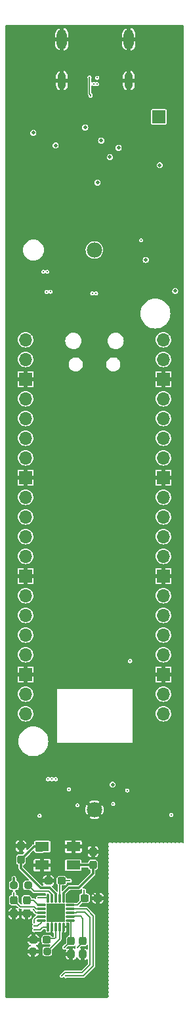
<source format=gbl>
G04 #@! TF.GenerationSoftware,KiCad,Pcbnew,7.0.7*
G04 #@! TF.CreationDate,2024-03-28T15:42:58+01:00*
G04 #@! TF.ProjectId,Frackstock,46726163-6b73-4746-9f63-6b2e6b696361,2*
G04 #@! TF.SameCoordinates,Original*
G04 #@! TF.FileFunction,Copper,L4,Bot*
G04 #@! TF.FilePolarity,Positive*
%FSLAX46Y46*%
G04 Gerber Fmt 4.6, Leading zero omitted, Abs format (unit mm)*
G04 Created by KiCad (PCBNEW 7.0.7) date 2024-03-28 15:42:58*
%MOMM*%
%LPD*%
G01*
G04 APERTURE LIST*
G04 Aperture macros list*
%AMRoundRect*
0 Rectangle with rounded corners*
0 $1 Rounding radius*
0 $2 $3 $4 $5 $6 $7 $8 $9 X,Y pos of 4 corners*
0 Add a 4 corners polygon primitive as box body*
4,1,4,$2,$3,$4,$5,$6,$7,$8,$9,$2,$3,0*
0 Add four circle primitives for the rounded corners*
1,1,$1+$1,$2,$3*
1,1,$1+$1,$4,$5*
1,1,$1+$1,$6,$7*
1,1,$1+$1,$8,$9*
0 Add four rect primitives between the rounded corners*
20,1,$1+$1,$2,$3,$4,$5,0*
20,1,$1+$1,$4,$5,$6,$7,0*
20,1,$1+$1,$6,$7,$8,$9,0*
20,1,$1+$1,$8,$9,$2,$3,0*%
G04 Aperture macros list end*
G04 #@! TA.AperFunction,ComponentPad*
%ADD10R,1.700000X1.700000*%
G04 #@! TD*
G04 #@! TA.AperFunction,ComponentPad*
%ADD11O,1.100000X2.200000*%
G04 #@! TD*
G04 #@! TA.AperFunction,ComponentPad*
%ADD12O,1.300000X2.600000*%
G04 #@! TD*
G04 #@! TA.AperFunction,ComponentPad*
%ADD13O,1.700000X1.700000*%
G04 #@! TD*
G04 #@! TA.AperFunction,SMDPad,CuDef*
%ADD14RoundRect,0.007800X-0.512200X-0.122200X0.512200X-0.122200X0.512200X0.122200X-0.512200X0.122200X0*%
G04 #@! TD*
G04 #@! TA.AperFunction,SMDPad,CuDef*
%ADD15RoundRect,0.007800X-0.122200X0.512200X-0.122200X-0.512200X0.122200X-0.512200X0.122200X0.512200X0*%
G04 #@! TD*
G04 #@! TA.AperFunction,SMDPad,CuDef*
%ADD16R,2.400000X2.400000*%
G04 #@! TD*
G04 #@! TA.AperFunction,ComponentPad*
%ADD17C,1.980000*%
G04 #@! TD*
G04 #@! TA.AperFunction,SMDPad,CuDef*
%ADD18RoundRect,0.237500X0.300000X0.237500X-0.300000X0.237500X-0.300000X-0.237500X0.300000X-0.237500X0*%
G04 #@! TD*
G04 #@! TA.AperFunction,SMDPad,CuDef*
%ADD19RoundRect,0.237500X0.237500X-0.300000X0.237500X0.300000X-0.237500X0.300000X-0.237500X-0.300000X0*%
G04 #@! TD*
G04 #@! TA.AperFunction,SMDPad,CuDef*
%ADD20RoundRect,0.237500X-0.237500X0.300000X-0.237500X-0.300000X0.237500X-0.300000X0.237500X0.300000X0*%
G04 #@! TD*
G04 #@! TA.AperFunction,SMDPad,CuDef*
%ADD21RoundRect,0.237500X-0.300000X-0.237500X0.300000X-0.237500X0.300000X0.237500X-0.300000X0.237500X0*%
G04 #@! TD*
G04 #@! TA.AperFunction,SMDPad,CuDef*
%ADD22RoundRect,0.237500X-0.250000X-0.237500X0.250000X-0.237500X0.250000X0.237500X-0.250000X0.237500X0*%
G04 #@! TD*
G04 #@! TA.AperFunction,SMDPad,CuDef*
%ADD23RoundRect,0.237500X0.250000X0.237500X-0.250000X0.237500X-0.250000X-0.237500X0.250000X-0.237500X0*%
G04 #@! TD*
G04 #@! TA.AperFunction,SMDPad,CuDef*
%ADD24R,1.800000X1.200000*%
G04 #@! TD*
G04 #@! TA.AperFunction,ViaPad*
%ADD25C,0.500000*%
G04 #@! TD*
G04 #@! TA.AperFunction,ViaPad*
%ADD26C,0.250000*%
G04 #@! TD*
G04 #@! TA.AperFunction,Conductor*
%ADD27C,0.200000*%
G04 #@! TD*
G04 #@! TA.AperFunction,Conductor*
%ADD28C,0.300000*%
G04 #@! TD*
G04 APERTURE END LIST*
D10*
X138200000Y-38450000D03*
D11*
X134320000Y-33780000D03*
X125680000Y-33780000D03*
D12*
X134320000Y-28420000D03*
X125680000Y-28420000D03*
D13*
X121000000Y-67220000D03*
X121000000Y-69760000D03*
D10*
X121000000Y-72300000D03*
D13*
X121000000Y-74840000D03*
X121000000Y-77380000D03*
X121000000Y-79920000D03*
X121000000Y-82460000D03*
D10*
X121000000Y-85000000D03*
D13*
X121000000Y-87540000D03*
X121000000Y-90080000D03*
X121000000Y-92620000D03*
X121000000Y-95160000D03*
D10*
X121000000Y-97700000D03*
D13*
X121000000Y-100240000D03*
X121000000Y-102780000D03*
X121000000Y-105320000D03*
X121000000Y-107860000D03*
D10*
X121000000Y-110400000D03*
D13*
X121000000Y-112940000D03*
X121000000Y-115480000D03*
X138780000Y-115480000D03*
X138780000Y-112940000D03*
D10*
X138780000Y-110400000D03*
D13*
X138780000Y-107860000D03*
X138780000Y-105320000D03*
X138780000Y-102780000D03*
X138780000Y-100240000D03*
D10*
X138780000Y-97700000D03*
D13*
X138780000Y-95160000D03*
X138780000Y-92620000D03*
X138780000Y-90080000D03*
X138780000Y-87540000D03*
D10*
X138780000Y-85000000D03*
D13*
X138780000Y-82460000D03*
X138780000Y-79920000D03*
X138780000Y-77380000D03*
X138780000Y-74840000D03*
D10*
X138780000Y-72300000D03*
D13*
X138780000Y-69760000D03*
X138780000Y-67220000D03*
D14*
X123010000Y-142120000D03*
X123010000Y-141620000D03*
X123010000Y-141120000D03*
X123010000Y-140620000D03*
X123010000Y-140120000D03*
D15*
X123880000Y-139250000D03*
X124380000Y-139250000D03*
X124880000Y-139250000D03*
X125380000Y-139250000D03*
X125880000Y-139250000D03*
D14*
X126750000Y-140120000D03*
X126750000Y-140620000D03*
X126750000Y-141120000D03*
X126750000Y-141620000D03*
X126750000Y-142120000D03*
D15*
X125880000Y-142990000D03*
X125380000Y-142990000D03*
X124880000Y-142990000D03*
X124380000Y-142990000D03*
X123880000Y-142990000D03*
D16*
X124880000Y-141120000D03*
D17*
X129880000Y-55620000D03*
X129880000Y-127840000D03*
D18*
X125662500Y-137000000D03*
X123937500Y-137000000D03*
D19*
X129700000Y-134962500D03*
X129700000Y-133237500D03*
D20*
X128380000Y-144757500D03*
X128380000Y-146482500D03*
D21*
X128597500Y-139250000D03*
X130322500Y-139250000D03*
D22*
X119487500Y-137600000D03*
X121312500Y-137600000D03*
D19*
X120400000Y-134262500D03*
X120400000Y-132537500D03*
D23*
X123792500Y-146120000D03*
X121967500Y-146120000D03*
D24*
X123150000Y-132600000D03*
X127150000Y-132600000D03*
X127150000Y-135000000D03*
X123150000Y-135000000D03*
D20*
X126880000Y-144757500D03*
X126880000Y-146482500D03*
D18*
X123742500Y-144620000D03*
X122017500Y-144620000D03*
D20*
X119490000Y-139497500D03*
X119490000Y-141222500D03*
X121130000Y-139507500D03*
X121130000Y-141232500D03*
D25*
X122000000Y-40500000D03*
X130750000Y-41500000D03*
X133010000Y-42432500D03*
X140300000Y-60900000D03*
D26*
X119490000Y-136690000D03*
D25*
X136500000Y-56900000D03*
D26*
X126000000Y-145600000D03*
X127700000Y-127240000D03*
X126700000Y-136970000D03*
X124750000Y-144480000D03*
X128550000Y-138270000D03*
D25*
X132220000Y-124600000D03*
D26*
X122810000Y-128600000D03*
X127700000Y-145600000D03*
X119510000Y-138590000D03*
X125649759Y-149280241D03*
X126190000Y-149305000D03*
X130200000Y-34200000D03*
X129600000Y-61200000D03*
X130250000Y-33400000D03*
X130100000Y-61200000D03*
X129800000Y-34200000D03*
X135900000Y-54360000D03*
X123300000Y-58400000D03*
D25*
X124875000Y-42125000D03*
X128700000Y-39810500D03*
X131875000Y-43625000D03*
D26*
X123800000Y-58400000D03*
D25*
X138300000Y-44670000D03*
D26*
X129250000Y-33370000D03*
X129400000Y-35700000D03*
X124400000Y-123900000D03*
X123900000Y-123900000D03*
X126593105Y-125193105D03*
X124900000Y-123900000D03*
X122130000Y-143370000D03*
X122130000Y-142370000D03*
X121997259Y-140752741D03*
X122635500Y-139200000D03*
X123880000Y-138370000D03*
X139800000Y-128500000D03*
X122130000Y-142870000D03*
D25*
X130290000Y-46910000D03*
D26*
X134100000Y-125350000D03*
X132300000Y-127100000D03*
X134500000Y-108660000D03*
X135694000Y-132120000D03*
X125930000Y-146490000D03*
X126800000Y-151400000D03*
X133020000Y-34880000D03*
X125200000Y-132600000D03*
X136090000Y-119900000D03*
X119280000Y-127440000D03*
X119600000Y-142800000D03*
X140980000Y-117180000D03*
X119230000Y-122180000D03*
X136100000Y-123800000D03*
X119110000Y-61960000D03*
X136164500Y-117000000D03*
X136202000Y-132120000D03*
X137726000Y-132120000D03*
X140560000Y-37330000D03*
X122000000Y-147700000D03*
X119400000Y-151400000D03*
X131630000Y-143804000D03*
X131630000Y-132120000D03*
X131630000Y-145330000D03*
X120800000Y-146100000D03*
X140970000Y-119440000D03*
X126690000Y-32100000D03*
X133154000Y-132120000D03*
X131630000Y-151424000D03*
X132770000Y-32100000D03*
X134678000Y-132120000D03*
X122700000Y-97900000D03*
D25*
X130900000Y-119800000D03*
D26*
X134170000Y-132120000D03*
X130400000Y-151400000D03*
X129280000Y-44280000D03*
X131630000Y-132628000D03*
X129270000Y-43580000D03*
X141282000Y-132120000D03*
X125400000Y-120900000D03*
X125700000Y-129700000D03*
X136200000Y-99000000D03*
X119100000Y-84370000D03*
X138700000Y-31600000D03*
X131400000Y-49600000D03*
X122600000Y-72200000D03*
X131630000Y-148376000D03*
X131630000Y-133136000D03*
X131630000Y-147360000D03*
X119510000Y-142250000D03*
X126000000Y-44200000D03*
X129200000Y-130700000D03*
X119150000Y-110970000D03*
X119150000Y-109970000D03*
X131630000Y-144820000D03*
X137200000Y-86400000D03*
X137300000Y-97700000D03*
X124800000Y-125700000D03*
X140930000Y-130920000D03*
X137300000Y-72400000D03*
X131630000Y-146344000D03*
X140540000Y-42460000D03*
X131630000Y-145836000D03*
X127700000Y-123500000D03*
X137440000Y-54360000D03*
X133000000Y-130800000D03*
X137200000Y-83500000D03*
X119100000Y-85520000D03*
X131630000Y-143296000D03*
X122600000Y-71200000D03*
X138234000Y-132120000D03*
X131630000Y-136692000D03*
X137218000Y-132120000D03*
X127000000Y-34900000D03*
X119230000Y-34890000D03*
X137400000Y-31600000D03*
X134200000Y-119900000D03*
X137300000Y-73300000D03*
X134100000Y-36100000D03*
X119140000Y-39340000D03*
X131630000Y-141772000D03*
X133320000Y-32100000D03*
X134600000Y-56000000D03*
X122800000Y-111300000D03*
X131630000Y-146852000D03*
X126700000Y-37400000D03*
X131630000Y-135168000D03*
X135700000Y-128000000D03*
X125400000Y-104200000D03*
X123100000Y-133800000D03*
X118950000Y-97170000D03*
X139250000Y-132120000D03*
X127200000Y-45500000D03*
X131630000Y-140248000D03*
X131630000Y-136184000D03*
X128160000Y-43610000D03*
X123800000Y-27400000D03*
X131630000Y-142788000D03*
X125490000Y-140290000D03*
X134700000Y-107500000D03*
X129390000Y-138310000D03*
X138800000Y-28000000D03*
X132646000Y-132120000D03*
X128720000Y-50900000D03*
X136100000Y-108500000D03*
X131630000Y-139740000D03*
X131630000Y-149392000D03*
X131630000Y-151932000D03*
X119020000Y-44010000D03*
X123100000Y-121800000D03*
X128130000Y-44270000D03*
X139320000Y-53320000D03*
X126800000Y-45200000D03*
X131630000Y-141264000D03*
X131630000Y-134152000D03*
X133662000Y-132120000D03*
X131630000Y-140756000D03*
X140570000Y-31600000D03*
X135186000Y-132120000D03*
X131630000Y-149900000D03*
X125500000Y-141870000D03*
X119100000Y-27300000D03*
X119160000Y-55390000D03*
X120800000Y-144600000D03*
X122900000Y-85900000D03*
X129900000Y-71800000D03*
X131630000Y-142280000D03*
X131630000Y-139232000D03*
X127100000Y-139100000D03*
X129320000Y-42870000D03*
X137300000Y-99300000D03*
X131600000Y-56900000D03*
X123900000Y-125700000D03*
X131100000Y-70400000D03*
X137400000Y-28000000D03*
X131630000Y-150408000D03*
X123000000Y-37300000D03*
X126200000Y-49700000D03*
X125600000Y-134300000D03*
X124360000Y-113030000D03*
X126700000Y-128600000D03*
X137300000Y-96400000D03*
X140750000Y-98220000D03*
X129990000Y-27740000D03*
X131630000Y-147868000D03*
X131630000Y-134660000D03*
X131630000Y-135676000D03*
X122700000Y-99200000D03*
X128600000Y-70400000D03*
X122900000Y-84900000D03*
X131630000Y-133644000D03*
X134600000Y-91800000D03*
X134500000Y-57800000D03*
X128120000Y-42900000D03*
X140266000Y-132120000D03*
X137200000Y-85000000D03*
X122400000Y-151400000D03*
X132138000Y-132120000D03*
X131630000Y-144312000D03*
X128370000Y-147370000D03*
X124400000Y-123300000D03*
X140700000Y-129400000D03*
X139758000Y-132120000D03*
X136710000Y-132120000D03*
X125480000Y-141050000D03*
X134600000Y-99100000D03*
X124240000Y-141880000D03*
X122900000Y-83900000D03*
X125600000Y-127700000D03*
X140774000Y-132120000D03*
X122900000Y-103300000D03*
X125500000Y-111700000D03*
X139430000Y-54380000D03*
X127200000Y-50900000D03*
X140750000Y-97170000D03*
X140590000Y-27430000D03*
X128700000Y-124500000D03*
X119110000Y-30230000D03*
X127500000Y-130700000D03*
X118950000Y-98220000D03*
X131630000Y-148884000D03*
X119080000Y-49750000D03*
X131630000Y-150916000D03*
X138742000Y-132120000D03*
X124220000Y-141110000D03*
X124470000Y-107510000D03*
X131630000Y-138724000D03*
X126700000Y-36700000D03*
X122800000Y-110300000D03*
X123000000Y-39300000D03*
X122800000Y-109400000D03*
X127200000Y-32100000D03*
X123700000Y-61016188D03*
X124200000Y-61000000D03*
D27*
X128550000Y-138270000D02*
X128550000Y-139297500D01*
X119510000Y-138590000D02*
X119500000Y-138600000D01*
X125692500Y-136970000D02*
X125380000Y-137282500D01*
X125380000Y-137282500D02*
X125380000Y-139250000D01*
X119500000Y-139487500D02*
X119490000Y-139497500D01*
X128380000Y-144920000D02*
X127700000Y-145600000D01*
X124750000Y-144480000D02*
X123882500Y-144480000D01*
X128100000Y-141600000D02*
X128380000Y-141880000D01*
X126880000Y-144757500D02*
X126880000Y-142250000D01*
D28*
X119487500Y-137400000D02*
X119487500Y-136692500D01*
D27*
X128550000Y-139297500D02*
X127727500Y-140120000D01*
X126842500Y-144757500D02*
X126880000Y-144757500D01*
X122380000Y-140620000D02*
X123010000Y-140620000D01*
X128380000Y-141880000D02*
X128380000Y-144757500D01*
X126700000Y-136970000D02*
X125692500Y-136970000D01*
X128380000Y-144757500D02*
X128380000Y-144920000D01*
X126880000Y-142250000D02*
X126750000Y-142120000D01*
X126770000Y-141600000D02*
X128100000Y-141600000D01*
X126750000Y-141620000D02*
X126770000Y-141600000D01*
X127727500Y-140120000D02*
X126750000Y-140120000D01*
X119490000Y-139497500D02*
X120362500Y-140370000D01*
X119500000Y-138600000D02*
X119500000Y-139487500D01*
X123882500Y-144480000D02*
X123742500Y-144620000D01*
X126000000Y-145600000D02*
X126842500Y-144757500D01*
X124750000Y-144480000D02*
X124880000Y-144350000D01*
D28*
X119487500Y-136692500D02*
X119490000Y-136690000D01*
D27*
X122130000Y-140370000D02*
X122380000Y-140620000D01*
X124880000Y-144350000D02*
X124880000Y-142990000D01*
X120362500Y-140370000D02*
X122130000Y-140370000D01*
X122630000Y-140120000D02*
X122017500Y-139507500D01*
X123010000Y-140120000D02*
X122630000Y-140120000D01*
X122017500Y-139507500D02*
X121130000Y-139507500D01*
X123130000Y-133170000D02*
X122442500Y-133170000D01*
D28*
X124880000Y-139250000D02*
X124880000Y-138694447D01*
X122062500Y-132600000D02*
X120400000Y-134262500D01*
X124140553Y-137955000D02*
X122955000Y-137955000D01*
X124880000Y-138694447D02*
X124140553Y-137955000D01*
X120400000Y-135400000D02*
X120400000Y-134262500D01*
X122955000Y-137955000D02*
X120400000Y-135400000D01*
X123150000Y-132600000D02*
X122062500Y-132600000D01*
D27*
X129305000Y-141753200D02*
X128646800Y-141095000D01*
X126075000Y-148855000D02*
X128256800Y-148855000D01*
X128256800Y-148855000D02*
X129305000Y-147806800D01*
X128646800Y-141095000D02*
X127555001Y-141095000D01*
X129305000Y-147806800D02*
X129305000Y-141753200D01*
X125649759Y-149280241D02*
X126075000Y-148855000D01*
X127555001Y-141095000D02*
X127530001Y-141120000D01*
X127530001Y-141120000D02*
X126750000Y-141120000D01*
X129755000Y-141566800D02*
X128833200Y-140645000D01*
X129755000Y-147993200D02*
X129755000Y-141566800D01*
X126190000Y-149305000D02*
X128443200Y-149305000D01*
X128833200Y-140645000D02*
X127555001Y-140645000D01*
X127530001Y-140620000D02*
X126750000Y-140620000D01*
X127555001Y-140645000D02*
X127530001Y-140620000D01*
X128443200Y-149305000D02*
X129755000Y-147993200D01*
D28*
X129700000Y-136100000D02*
X129700000Y-134962500D01*
X127900000Y-137900000D02*
X129700000Y-136100000D01*
X125880000Y-138620000D02*
X126600000Y-137900000D01*
X129637500Y-135000000D02*
X129700000Y-135062500D01*
X127150000Y-135000000D02*
X129637500Y-135000000D01*
X125880000Y-139250000D02*
X125880000Y-138620000D01*
X126600000Y-137900000D02*
X127900000Y-137900000D01*
D27*
X123792500Y-146120000D02*
X125380000Y-144532500D01*
X125380000Y-144532500D02*
X125380000Y-142990000D01*
X129250000Y-35500000D02*
X129400000Y-35650000D01*
X129250000Y-33370000D02*
X129250000Y-35500000D01*
X129400000Y-35650000D02*
X129400000Y-35700000D01*
X122130000Y-143370000D02*
X122860000Y-143370000D01*
X123240000Y-142990000D02*
X123880000Y-142990000D01*
X122860000Y-143370000D02*
X123240000Y-142990000D01*
X122130000Y-142370000D02*
X122130000Y-142015158D01*
X122525158Y-141620000D02*
X123010000Y-141620000D01*
X122130000Y-142015158D02*
X122525158Y-141620000D01*
X121997259Y-140752741D02*
X122364518Y-141120000D01*
X122364518Y-141120000D02*
X123010000Y-141120000D01*
X123830000Y-139200000D02*
X123880000Y-139250000D01*
X122635500Y-139200000D02*
X123830000Y-139200000D01*
X123984842Y-138370000D02*
X124380000Y-138765158D01*
X124380000Y-138765158D02*
X124380000Y-139250000D01*
X123880000Y-138370000D02*
X122082500Y-138370000D01*
X121312500Y-137600000D02*
X121312500Y-137400000D01*
X122082500Y-138370000D02*
X121312500Y-137600000D01*
X122550000Y-142870000D02*
X123010000Y-142410000D01*
X122130000Y-142870000D02*
X122550000Y-142870000D01*
X123010000Y-142410000D02*
X123010000Y-142120000D01*
X124380000Y-141620000D02*
X124880000Y-141120000D01*
X125937500Y-146482500D02*
X125930000Y-146490000D01*
X126880000Y-146482500D02*
X125937500Y-146482500D01*
X128380000Y-147360000D02*
X128370000Y-147370000D01*
X120820000Y-146120000D02*
X120800000Y-146100000D01*
X124380000Y-142990000D02*
X124380000Y-141620000D01*
X130322500Y-139250000D02*
X130322500Y-139242500D01*
X120820000Y-144620000D02*
X120800000Y-144600000D01*
X129292500Y-133170000D02*
X129630000Y-133507500D01*
X130322500Y-139242500D02*
X129390000Y-138310000D01*
X122017500Y-144620000D02*
X120820000Y-144620000D01*
X124230000Y-141120000D02*
X124220000Y-141110000D01*
X128380000Y-146482500D02*
X128380000Y-147360000D01*
X121967500Y-146120000D02*
X120820000Y-146120000D01*
X119510000Y-141352500D02*
X119630000Y-141232500D01*
X119510000Y-142250000D02*
X119510000Y-141352500D01*
X124880000Y-141120000D02*
X124230000Y-141120000D01*
G04 #@! TA.AperFunction,Conductor*
G36*
X128247520Y-138060050D02*
G01*
X128290785Y-138103315D01*
X128300356Y-138163747D01*
X128299674Y-138167567D01*
X128279299Y-138270000D01*
X128282065Y-138283905D01*
X128299905Y-138373593D01*
X128301965Y-138378565D01*
X128309500Y-138416449D01*
X128309500Y-138541904D01*
X128290593Y-138600095D01*
X128241093Y-138636059D01*
X128224774Y-138639869D01*
X128211093Y-138641862D01*
X128188149Y-138645205D01*
X128074816Y-138700611D01*
X127985610Y-138789817D01*
X127966210Y-138829501D01*
X127930205Y-138903151D01*
X127919764Y-138974817D01*
X127919500Y-138976628D01*
X127919500Y-139523369D01*
X127919501Y-139523377D01*
X127920543Y-139530527D01*
X127910221Y-139590835D01*
X127892581Y-139614800D01*
X127656879Y-139850503D01*
X127602362Y-139878281D01*
X127586875Y-139879500D01*
X127382116Y-139879500D01*
X127327115Y-139862816D01*
X127320066Y-139858106D01*
X127320061Y-139858104D01*
X127276812Y-139849500D01*
X127276804Y-139849500D01*
X126326348Y-139849500D01*
X126268157Y-139830593D01*
X126244033Y-139805502D01*
X126224193Y-139775810D01*
X126224187Y-139775804D01*
X126194497Y-139755965D01*
X126156618Y-139707915D01*
X126150500Y-139673651D01*
X126150500Y-139374436D01*
X126157186Y-139338672D01*
X126164050Y-139320953D01*
X126170500Y-139304304D01*
X126170499Y-138781337D01*
X126189407Y-138723146D01*
X126199496Y-138711333D01*
X126691333Y-138219496D01*
X126745850Y-138191719D01*
X126761337Y-138190500D01*
X127839975Y-138190500D01*
X127846823Y-138190975D01*
X127859169Y-138192697D01*
X127859170Y-138192698D01*
X127859170Y-138192697D01*
X127859171Y-138192698D01*
X127869143Y-138192236D01*
X127905568Y-138190552D01*
X127907847Y-138190500D01*
X127926916Y-138190500D01*
X127926918Y-138190500D01*
X127930177Y-138189890D01*
X127936987Y-138189099D01*
X127967662Y-138187682D01*
X127975999Y-138184000D01*
X127997796Y-138177249D01*
X128006758Y-138175575D01*
X128032869Y-138159406D01*
X128038925Y-138156215D01*
X128067016Y-138143813D01*
X128073460Y-138137368D01*
X128091344Y-138123201D01*
X128099099Y-138118401D01*
X128117605Y-138093892D01*
X128122102Y-138088726D01*
X128122101Y-138088726D01*
X128132573Y-138078254D01*
X128187088Y-138050479D01*
X128247520Y-138060050D01*
G37*
G04 #@! TD.AperFunction*
G04 #@! TA.AperFunction,Conductor*
G36*
X141386691Y-26639407D02*
G01*
X141422655Y-26688907D01*
X141427500Y-26719500D01*
X141427500Y-132021000D01*
X141408593Y-132079191D01*
X141359093Y-132115155D01*
X141328500Y-132120000D01*
X131630000Y-132120000D01*
X131629999Y-132120001D01*
X131630000Y-152020500D01*
X131611093Y-152078691D01*
X131561593Y-152114655D01*
X131531000Y-152119500D01*
X118479500Y-152119500D01*
X118421309Y-152100593D01*
X118385345Y-152051093D01*
X118380500Y-152020500D01*
X118380500Y-146835201D01*
X126205000Y-146835201D01*
X126207771Y-146864758D01*
X126207772Y-146864759D01*
X126251330Y-146989240D01*
X126329641Y-147095348D01*
X126329651Y-147095358D01*
X126435759Y-147173669D01*
X126560240Y-147217227D01*
X126560241Y-147217228D01*
X126589799Y-147220000D01*
X126629999Y-147220000D01*
X126630000Y-147219998D01*
X126630000Y-146732501D01*
X126629999Y-146732500D01*
X126205001Y-146732500D01*
X126205000Y-146732501D01*
X126205000Y-146835201D01*
X118380500Y-146835201D01*
X118380500Y-146370000D01*
X121280000Y-146370000D01*
X121280000Y-146410201D01*
X121282771Y-146439758D01*
X121282772Y-146439759D01*
X121326330Y-146564240D01*
X121404641Y-146670348D01*
X121404651Y-146670358D01*
X121510759Y-146748669D01*
X121635240Y-146792227D01*
X121635241Y-146792228D01*
X121664799Y-146795000D01*
X121717499Y-146795000D01*
X121717500Y-146794999D01*
X122217500Y-146794999D01*
X122217501Y-146795000D01*
X122270201Y-146795000D01*
X122299758Y-146792228D01*
X122299759Y-146792227D01*
X122424240Y-146748669D01*
X122530348Y-146670358D01*
X122530358Y-146670348D01*
X122608669Y-146564240D01*
X122652227Y-146439759D01*
X122652228Y-146439758D01*
X122655000Y-146410201D01*
X122654999Y-146370000D01*
X122217501Y-146370000D01*
X122217500Y-146370001D01*
X122217500Y-146794999D01*
X121717500Y-146794999D01*
X121717500Y-146794998D01*
X121717500Y-146370001D01*
X121717499Y-146370000D01*
X121280000Y-146370000D01*
X118380500Y-146370000D01*
X118380500Y-145869999D01*
X121280000Y-145869999D01*
X121280001Y-145870000D01*
X122654999Y-145870000D01*
X122654999Y-145869999D01*
X122655000Y-145829798D01*
X122652228Y-145800241D01*
X122652227Y-145800240D01*
X122608669Y-145675759D01*
X122530358Y-145569651D01*
X122530348Y-145569641D01*
X122424241Y-145491331D01*
X122394544Y-145480939D01*
X122345865Y-145443872D01*
X122328269Y-145385272D01*
X122348478Y-145327520D01*
X122394547Y-145294050D01*
X122524242Y-145248668D01*
X122630348Y-145170358D01*
X122630358Y-145170348D01*
X122708669Y-145064240D01*
X122752227Y-144939759D01*
X122752228Y-144939758D01*
X122755000Y-144910201D01*
X122755000Y-144870001D01*
X122754999Y-144870000D01*
X121280001Y-144870000D01*
X121280000Y-144870001D01*
X121280000Y-144910201D01*
X121282771Y-144939758D01*
X121282772Y-144939759D01*
X121326330Y-145064240D01*
X121404641Y-145170348D01*
X121404651Y-145170358D01*
X121510759Y-145248669D01*
X121590453Y-145276556D01*
X121639133Y-145313621D01*
X121656730Y-145372222D01*
X121636522Y-145429974D01*
X121590453Y-145463444D01*
X121510759Y-145491330D01*
X121404651Y-145569641D01*
X121404641Y-145569651D01*
X121326330Y-145675759D01*
X121282772Y-145800240D01*
X121282771Y-145800241D01*
X121280000Y-145829798D01*
X121280000Y-145869999D01*
X118380500Y-145869999D01*
X118380500Y-144369999D01*
X121280000Y-144369999D01*
X121280001Y-144370000D01*
X121767499Y-144370000D01*
X121767500Y-144369999D01*
X122267500Y-144369999D01*
X122267501Y-144370000D01*
X122754999Y-144370000D01*
X122755000Y-144369998D01*
X122755000Y-144329798D01*
X122752228Y-144300241D01*
X122752227Y-144300240D01*
X122708669Y-144175759D01*
X122630358Y-144069651D01*
X122630348Y-144069641D01*
X122524240Y-143991330D01*
X122399759Y-143947772D01*
X122399758Y-143947771D01*
X122370201Y-143945000D01*
X122267501Y-143945000D01*
X122267500Y-143945001D01*
X122267500Y-144369999D01*
X121767500Y-144369999D01*
X121767500Y-143945001D01*
X121767499Y-143945000D01*
X121664799Y-143945000D01*
X121635241Y-143947771D01*
X121635240Y-143947772D01*
X121510759Y-143991330D01*
X121404651Y-144069641D01*
X121404641Y-144069651D01*
X121326330Y-144175759D01*
X121282772Y-144300240D01*
X121282771Y-144300241D01*
X121280000Y-144329798D01*
X121280000Y-144369999D01*
X118380500Y-144369999D01*
X118380500Y-141472500D01*
X118815000Y-141472500D01*
X118815000Y-141575201D01*
X118817771Y-141604758D01*
X118817772Y-141604759D01*
X118861330Y-141729240D01*
X118939641Y-141835348D01*
X118939651Y-141835358D01*
X119045759Y-141913669D01*
X119170240Y-141957227D01*
X119170241Y-141957228D01*
X119199799Y-141960000D01*
X119239999Y-141960000D01*
X119240000Y-141959999D01*
X119740000Y-141959999D01*
X119740001Y-141960000D01*
X119780201Y-141960000D01*
X119809758Y-141957228D01*
X119809759Y-141957227D01*
X119934240Y-141913669D01*
X120040348Y-141835358D01*
X120040358Y-141835348D01*
X120118669Y-141729240D01*
X120162227Y-141604759D01*
X120162228Y-141604758D01*
X120164062Y-141585201D01*
X120455000Y-141585201D01*
X120457771Y-141614758D01*
X120457772Y-141614759D01*
X120501330Y-141739240D01*
X120579641Y-141845348D01*
X120579651Y-141845358D01*
X120685759Y-141923669D01*
X120810240Y-141967227D01*
X120810241Y-141967228D01*
X120839799Y-141970000D01*
X120879999Y-141970000D01*
X120880000Y-141969999D01*
X121380000Y-141969999D01*
X121380001Y-141970000D01*
X121420201Y-141970000D01*
X121449758Y-141967228D01*
X121449759Y-141967227D01*
X121574240Y-141923669D01*
X121680348Y-141845358D01*
X121680358Y-141845348D01*
X121758669Y-141739240D01*
X121802227Y-141614759D01*
X121802228Y-141614758D01*
X121805000Y-141585201D01*
X121805000Y-141482501D01*
X121804999Y-141482500D01*
X121380001Y-141482500D01*
X121380000Y-141482501D01*
X121380000Y-141969999D01*
X120880000Y-141969999D01*
X120880000Y-141482501D01*
X120879999Y-141482500D01*
X120455001Y-141482500D01*
X120455000Y-141482501D01*
X120455000Y-141585201D01*
X120164062Y-141585201D01*
X120165000Y-141575201D01*
X120165000Y-141472501D01*
X120164999Y-141472500D01*
X119740001Y-141472500D01*
X119740000Y-141472501D01*
X119740000Y-141959999D01*
X119240000Y-141959999D01*
X119240000Y-141472501D01*
X119239999Y-141472500D01*
X118815000Y-141472500D01*
X118380500Y-141472500D01*
X118380500Y-140972499D01*
X118815000Y-140972499D01*
X118815001Y-140972500D01*
X119239999Y-140972500D01*
X119240000Y-140972499D01*
X119240000Y-140485001D01*
X119239999Y-140485000D01*
X119199799Y-140485000D01*
X119170241Y-140487771D01*
X119170240Y-140487772D01*
X119045759Y-140531330D01*
X118939651Y-140609641D01*
X118939641Y-140609651D01*
X118861330Y-140715759D01*
X118817772Y-140840240D01*
X118817771Y-140840241D01*
X118815000Y-140869798D01*
X118815000Y-140972499D01*
X118380500Y-140972499D01*
X118380500Y-137873369D01*
X118859500Y-137873369D01*
X118859501Y-137873372D01*
X118870205Y-137946850D01*
X118895846Y-137999299D01*
X118925611Y-138060184D01*
X119014816Y-138149389D01*
X119128151Y-138204795D01*
X119201625Y-138215500D01*
X119266231Y-138215499D01*
X119324420Y-138234405D01*
X119360384Y-138283905D01*
X119360385Y-138345090D01*
X119324422Y-138394591D01*
X119321239Y-138396810D01*
X119318588Y-138398581D01*
X119318583Y-138398586D01*
X119259906Y-138486404D01*
X119259905Y-138486406D01*
X119239299Y-138590000D01*
X119257598Y-138681994D01*
X119259500Y-138701308D01*
X119259500Y-138727632D01*
X119240593Y-138785823D01*
X119191093Y-138821787D01*
X119174774Y-138825598D01*
X119143149Y-138830205D01*
X119029816Y-138885611D01*
X118940610Y-138974817D01*
X118885205Y-139088151D01*
X118874500Y-139161628D01*
X118874500Y-139833369D01*
X118874500Y-139833371D01*
X118874501Y-139833374D01*
X118877622Y-139854794D01*
X118885205Y-139906850D01*
X118892723Y-139922228D01*
X118940611Y-140020184D01*
X119029816Y-140109389D01*
X119143151Y-140164795D01*
X119216625Y-140175500D01*
X119763374Y-140175499D01*
X119770516Y-140174458D01*
X119830824Y-140184773D01*
X119854800Y-140202418D01*
X120011287Y-140358905D01*
X120039064Y-140413422D01*
X120029493Y-140473854D01*
X119986228Y-140517119D01*
X119925796Y-140526690D01*
X119908585Y-140522353D01*
X119809759Y-140487772D01*
X119809758Y-140487771D01*
X119780201Y-140485000D01*
X119740001Y-140485000D01*
X119740000Y-140485001D01*
X119740000Y-140972499D01*
X119740001Y-140972500D01*
X120164999Y-140972500D01*
X120165000Y-140972499D01*
X120165000Y-140869798D01*
X120162228Y-140840241D01*
X120162227Y-140840240D01*
X120116220Y-140708759D01*
X120119317Y-140707675D01*
X120111254Y-140661265D01*
X120138214Y-140606339D01*
X120192309Y-140577750D01*
X120252878Y-140586417D01*
X120263164Y-140592253D01*
X120274387Y-140599542D01*
X120280727Y-140600545D01*
X120305511Y-140607886D01*
X120311380Y-140610500D01*
X120335781Y-140610500D01*
X120351267Y-140611718D01*
X120375368Y-140615536D01*
X120375979Y-140615372D01*
X120377243Y-140615438D01*
X120385761Y-140614992D01*
X120385807Y-140615886D01*
X120437078Y-140618568D01*
X120484632Y-140657068D01*
X120500475Y-140716166D01*
X120495055Y-140743693D01*
X120457771Y-140850243D01*
X120455000Y-140879798D01*
X120455000Y-140982499D01*
X120455001Y-140982500D01*
X121833200Y-140982500D01*
X121888199Y-140999183D01*
X121893666Y-141002836D01*
X121893668Y-141002836D01*
X121898636Y-141004894D01*
X121930756Y-141026356D01*
X122189086Y-141284687D01*
X122190870Y-141286567D01*
X122219995Y-141318914D01*
X122219996Y-141318914D01*
X122219997Y-141318915D01*
X122242288Y-141328839D01*
X122255934Y-141336248D01*
X122268819Y-141344616D01*
X122282452Y-141353469D01*
X122320957Y-141401018D01*
X122324160Y-141462120D01*
X122298537Y-141506500D01*
X121965319Y-141839720D01*
X121963439Y-141841503D01*
X121931086Y-141870634D01*
X121921158Y-141892932D01*
X121913747Y-141906580D01*
X121900458Y-141927043D01*
X121899453Y-141933391D01*
X121892114Y-141958167D01*
X121889500Y-141964038D01*
X121889500Y-141988439D01*
X121888281Y-142003927D01*
X121884463Y-142028027D01*
X121886126Y-142034231D01*
X121889499Y-142059853D01*
X121889499Y-142223552D01*
X121881965Y-142261434D01*
X121879905Y-142266407D01*
X121859299Y-142370000D01*
X121875531Y-142451605D01*
X121879905Y-142473593D01*
X121879906Y-142473595D01*
X121940979Y-142564999D01*
X121957587Y-142623888D01*
X121940979Y-142675001D01*
X121879906Y-142766404D01*
X121879905Y-142766406D01*
X121859299Y-142869999D01*
X121879905Y-142973593D01*
X121879906Y-142973595D01*
X121940979Y-143064999D01*
X121957587Y-143123888D01*
X121940979Y-143175001D01*
X121879906Y-143266404D01*
X121879905Y-143266406D01*
X121859299Y-143370000D01*
X121879905Y-143473593D01*
X121879906Y-143473595D01*
X121938583Y-143561413D01*
X121938586Y-143561416D01*
X122012047Y-143610500D01*
X122026407Y-143620095D01*
X122130000Y-143640701D01*
X122233593Y-143620095D01*
X122233596Y-143620092D01*
X122238568Y-143618034D01*
X122276450Y-143610500D01*
X122852409Y-143610500D01*
X122854991Y-143610567D01*
X122885132Y-143612147D01*
X122898460Y-143612846D01*
X122898461Y-143612846D01*
X122898461Y-143612845D01*
X122898462Y-143612846D01*
X122921244Y-143604100D01*
X122936130Y-143599690D01*
X122960006Y-143594616D01*
X122965205Y-143590837D01*
X122987914Y-143578508D01*
X122993912Y-143576206D01*
X123011167Y-143558949D01*
X123022967Y-143548870D01*
X123042719Y-143534521D01*
X123045929Y-143528959D01*
X123061661Y-143508455D01*
X123310621Y-143259496D01*
X123365138Y-143231719D01*
X123380625Y-143230500D01*
X123510500Y-143230500D01*
X123568691Y-143249407D01*
X123604655Y-143298907D01*
X123609500Y-143329500D01*
X123609500Y-143516812D01*
X123618104Y-143560061D01*
X123618106Y-143560067D01*
X123644580Y-143599687D01*
X123650882Y-143609118D01*
X123650885Y-143609120D01*
X123699932Y-143641893D01*
X123699934Y-143641893D01*
X123699936Y-143641895D01*
X123714420Y-143644776D01*
X123743187Y-143650499D01*
X123743194Y-143650499D01*
X123743196Y-143650500D01*
X123743197Y-143650500D01*
X124016803Y-143650500D01*
X124016804Y-143650500D01*
X124016805Y-143650499D01*
X124016812Y-143650499D01*
X124045099Y-143644872D01*
X124105861Y-143652062D01*
X124119417Y-143659654D01*
X124176718Y-143697942D01*
X124237333Y-143709999D01*
X124237335Y-143710000D01*
X124249999Y-143710000D01*
X124250000Y-143709998D01*
X124250000Y-142959000D01*
X124268907Y-142900809D01*
X124318407Y-142864845D01*
X124349000Y-142860000D01*
X124411000Y-142860000D01*
X124469191Y-142878907D01*
X124505155Y-142928407D01*
X124510000Y-142959000D01*
X124510000Y-143709999D01*
X124510001Y-143710000D01*
X124522665Y-143710000D01*
X124527510Y-143709523D01*
X124527661Y-143711065D01*
X124581932Y-143717479D01*
X124626869Y-143759004D01*
X124639500Y-143807392D01*
X124639500Y-144140500D01*
X124620593Y-144198691D01*
X124571093Y-144234655D01*
X124540500Y-144239500D01*
X124455143Y-144239500D01*
X124396952Y-144220593D01*
X124366202Y-144183980D01*
X124354389Y-144159817D01*
X124354389Y-144159816D01*
X124265184Y-144070611D01*
X124151849Y-144015205D01*
X124078375Y-144004500D01*
X124078371Y-144004500D01*
X123406630Y-144004500D01*
X123406627Y-144004500D01*
X123406626Y-144004501D01*
X123397799Y-144005787D01*
X123333149Y-144015205D01*
X123219816Y-144070611D01*
X123130610Y-144159817D01*
X123075205Y-144273151D01*
X123064500Y-144346628D01*
X123064500Y-144893369D01*
X123064500Y-144893371D01*
X123064501Y-144893374D01*
X123075205Y-144966849D01*
X123130611Y-145080184D01*
X123219816Y-145169389D01*
X123333151Y-145224795D01*
X123406625Y-145235500D01*
X124078374Y-145235499D01*
X124085701Y-145234431D01*
X124146007Y-145244748D01*
X124188734Y-145288544D01*
X124197558Y-145349090D01*
X124169980Y-145402400D01*
X124096876Y-145475504D01*
X124042359Y-145503281D01*
X124026872Y-145504500D01*
X123506630Y-145504500D01*
X123506627Y-145504500D01*
X123506626Y-145504501D01*
X123482134Y-145508069D01*
X123433149Y-145515205D01*
X123319816Y-145570611D01*
X123230610Y-145659817D01*
X123187612Y-145747772D01*
X123175205Y-145773151D01*
X123164547Y-145846306D01*
X123164500Y-145846628D01*
X123164500Y-146393369D01*
X123164500Y-146393371D01*
X123164501Y-146393374D01*
X123175205Y-146466849D01*
X123230611Y-146580184D01*
X123319816Y-146669389D01*
X123433151Y-146724795D01*
X123506625Y-146735500D01*
X124078374Y-146735499D01*
X124151849Y-146724795D01*
X124265184Y-146669389D01*
X124354389Y-146580184D01*
X124409795Y-146466849D01*
X124420500Y-146393375D01*
X124420499Y-145873124D01*
X124439406Y-145814934D01*
X124449489Y-145803127D01*
X125544694Y-144707922D01*
X125546556Y-144706155D01*
X125578915Y-144677021D01*
X125588842Y-144654723D01*
X125596248Y-144641082D01*
X125609542Y-144620613D01*
X125610545Y-144614273D01*
X125617887Y-144589486D01*
X125620500Y-144583620D01*
X125620500Y-144559218D01*
X125621719Y-144543730D01*
X125625536Y-144519632D01*
X125623872Y-144513422D01*
X125620499Y-144487809D01*
X125620499Y-143807391D01*
X125639406Y-143749201D01*
X125688906Y-143713237D01*
X125732376Y-143710675D01*
X125732490Y-143709523D01*
X125737335Y-143710000D01*
X125749999Y-143710000D01*
X125750000Y-143709999D01*
X125750000Y-143120000D01*
X126010000Y-143120000D01*
X126010000Y-143709999D01*
X126010001Y-143710000D01*
X126022665Y-143710000D01*
X126022666Y-143709999D01*
X126083281Y-143697942D01*
X126152011Y-143652017D01*
X126152017Y-143652011D01*
X126197942Y-143583281D01*
X126209999Y-143522666D01*
X126210000Y-143522664D01*
X126210000Y-143120001D01*
X126209999Y-143120000D01*
X126010000Y-143120000D01*
X125750000Y-143120000D01*
X125750000Y-142959000D01*
X125768907Y-142900809D01*
X125818407Y-142864845D01*
X125849000Y-142860000D01*
X126209999Y-142860000D01*
X126210000Y-142859999D01*
X126210000Y-142515463D01*
X126226685Y-142460461D01*
X126244033Y-142434498D01*
X126292083Y-142396619D01*
X126326348Y-142390500D01*
X126540500Y-142390500D01*
X126598691Y-142409407D01*
X126634655Y-142458907D01*
X126639500Y-142489500D01*
X126639500Y-143989089D01*
X126620593Y-144047280D01*
X126571093Y-144083244D01*
X126554775Y-144087054D01*
X126533151Y-144090204D01*
X126419816Y-144145611D01*
X126330610Y-144234817D01*
X126275205Y-144348151D01*
X126264500Y-144421628D01*
X126264500Y-144954373D01*
X126245593Y-145012564D01*
X126235509Y-145024370D01*
X126081058Y-145178823D01*
X125933496Y-145326385D01*
X125901387Y-145347841D01*
X125896409Y-145349903D01*
X125808588Y-145408581D01*
X125808583Y-145408586D01*
X125749906Y-145496404D01*
X125749905Y-145496406D01*
X125748538Y-145503281D01*
X125729299Y-145600000D01*
X125744534Y-145676593D01*
X125749905Y-145703593D01*
X125749906Y-145703595D01*
X125808583Y-145791413D01*
X125808586Y-145791416D01*
X125845692Y-145816209D01*
X125896407Y-145850095D01*
X126000000Y-145870701D01*
X126103593Y-145850095D01*
X126109264Y-145846305D01*
X126168151Y-145829695D01*
X126225555Y-145850870D01*
X126259550Y-145901742D01*
X126257150Y-145962881D01*
X126251801Y-145974867D01*
X126251332Y-145975754D01*
X126207772Y-146100240D01*
X126207771Y-146100241D01*
X126205000Y-146129798D01*
X126205000Y-146232499D01*
X126205001Y-146232500D01*
X126629999Y-146232500D01*
X126630000Y-146232499D01*
X126630000Y-145745001D01*
X126629999Y-145745000D01*
X126589799Y-145745000D01*
X126560241Y-145747771D01*
X126560240Y-145747772D01*
X126435759Y-145791330D01*
X126403227Y-145815340D01*
X126345179Y-145834681D01*
X126286849Y-145816209D01*
X126250516Y-145766979D01*
X126250060Y-145705795D01*
X126274434Y-145665682D01*
X126482468Y-145457648D01*
X126536983Y-145429873D01*
X126566741Y-145429689D01*
X126606625Y-145435500D01*
X127153374Y-145435499D01*
X127226849Y-145424795D01*
X127310137Y-145384077D01*
X127370719Y-145375506D01*
X127424769Y-145404181D01*
X127451642Y-145459149D01*
X127450716Y-145492332D01*
X127449905Y-145496406D01*
X127449905Y-145496407D01*
X127429299Y-145600000D01*
X127441197Y-145659817D01*
X127444247Y-145675146D01*
X127437055Y-145735907D01*
X127395523Y-145780837D01*
X127335513Y-145792774D01*
X127314452Y-145787905D01*
X127199754Y-145747771D01*
X127199758Y-145747771D01*
X127170201Y-145745000D01*
X127130001Y-145745000D01*
X127130000Y-145745001D01*
X127130000Y-147219999D01*
X127130001Y-147220000D01*
X127170201Y-147220000D01*
X127199758Y-147217228D01*
X127199759Y-147217227D01*
X127324240Y-147173669D01*
X127430348Y-147095358D01*
X127430358Y-147095348D01*
X127508668Y-146989242D01*
X127536554Y-146909547D01*
X127573619Y-146860866D01*
X127632219Y-146843269D01*
X127689971Y-146863477D01*
X127723443Y-146909545D01*
X127751330Y-146989241D01*
X127829641Y-147095348D01*
X127829651Y-147095358D01*
X127935759Y-147173669D01*
X128060240Y-147217227D01*
X128060241Y-147217228D01*
X128089799Y-147220000D01*
X128129999Y-147220000D01*
X128129999Y-145745001D01*
X128128013Y-145743014D01*
X128075934Y-145726093D01*
X128039970Y-145676593D01*
X128039970Y-145615407D01*
X128064121Y-145575996D01*
X128175622Y-145464495D01*
X128230139Y-145436718D01*
X128245626Y-145435499D01*
X128653369Y-145435499D01*
X128653374Y-145435499D01*
X128726849Y-145424795D01*
X128840184Y-145369389D01*
X128895498Y-145314074D01*
X128950013Y-145286299D01*
X129010445Y-145295870D01*
X129053710Y-145339135D01*
X129064500Y-145384080D01*
X129064500Y-145772542D01*
X129045593Y-145830733D01*
X128996093Y-145866697D01*
X128934907Y-145866697D01*
X128906712Y-145852197D01*
X128824240Y-145791330D01*
X128699759Y-145747772D01*
X128699758Y-145747771D01*
X128670201Y-145745000D01*
X128630001Y-145745000D01*
X128630000Y-145745001D01*
X128630000Y-147219999D01*
X128630001Y-147220000D01*
X128670201Y-147220000D01*
X128699758Y-147217228D01*
X128699759Y-147217227D01*
X128824238Y-147173670D01*
X128906711Y-147112802D01*
X128964759Y-147093460D01*
X129023090Y-147111931D01*
X129059423Y-147161160D01*
X129064500Y-147192457D01*
X129064500Y-147666173D01*
X129045593Y-147724364D01*
X129035504Y-147736177D01*
X128186178Y-148585504D01*
X128131661Y-148613281D01*
X128116174Y-148614500D01*
X126082591Y-148614500D01*
X126080008Y-148614432D01*
X126071672Y-148613995D01*
X126036538Y-148612153D01*
X126013749Y-148620900D01*
X125998864Y-148625309D01*
X125974993Y-148630383D01*
X125974992Y-148630384D01*
X125969794Y-148634161D01*
X125947093Y-148646487D01*
X125941090Y-148648791D01*
X125941085Y-148648794D01*
X125923829Y-148666050D01*
X125912022Y-148676134D01*
X125892281Y-148690477D01*
X125892279Y-148690479D01*
X125889066Y-148696045D01*
X125873337Y-148716542D01*
X125583255Y-149006625D01*
X125551146Y-149028082D01*
X125546168Y-149030144D01*
X125458347Y-149088822D01*
X125458342Y-149088827D01*
X125399665Y-149176645D01*
X125399664Y-149176647D01*
X125379058Y-149280240D01*
X125399664Y-149383834D01*
X125399665Y-149383836D01*
X125458342Y-149471654D01*
X125458345Y-149471657D01*
X125520975Y-149513504D01*
X125546166Y-149530336D01*
X125649759Y-149550942D01*
X125753352Y-149530336D01*
X125841173Y-149471657D01*
X125849282Y-149466239D01*
X125850133Y-149467512D01*
X125894826Y-149444736D01*
X125955259Y-149454303D01*
X125992635Y-149487512D01*
X125998582Y-149496412D01*
X125998586Y-149496416D01*
X126083322Y-149553034D01*
X126086407Y-149555095D01*
X126190000Y-149575701D01*
X126293593Y-149555095D01*
X126293596Y-149555092D01*
X126298568Y-149553034D01*
X126336450Y-149545500D01*
X128435609Y-149545500D01*
X128438191Y-149545567D01*
X128468332Y-149547147D01*
X128481660Y-149547846D01*
X128481661Y-149547846D01*
X128481661Y-149547845D01*
X128481662Y-149547846D01*
X128504444Y-149539100D01*
X128519330Y-149534690D01*
X128543206Y-149529616D01*
X128548405Y-149525837D01*
X128571114Y-149513508D01*
X128577112Y-149511206D01*
X128594367Y-149493949D01*
X128606167Y-149483870D01*
X128625919Y-149469521D01*
X128629127Y-149463962D01*
X128644859Y-149443457D01*
X129919695Y-148168622D01*
X129921556Y-148166855D01*
X129953915Y-148137721D01*
X129963842Y-148115423D01*
X129971248Y-148101782D01*
X129984542Y-148081313D01*
X129985545Y-148074973D01*
X129992887Y-148050186D01*
X129995500Y-148044320D01*
X129995500Y-148019917D01*
X129996719Y-148004430D01*
X130000536Y-147980330D01*
X129998873Y-147974123D01*
X129995500Y-147948502D01*
X129995500Y-141574383D01*
X129995568Y-141571791D01*
X129997846Y-141528339D01*
X129997846Y-141528338D01*
X129989100Y-141505555D01*
X129984689Y-141490662D01*
X129979616Y-141466794D01*
X129975840Y-141461597D01*
X129963507Y-141438883D01*
X129961206Y-141432888D01*
X129961205Y-141432887D01*
X129961205Y-141432886D01*
X129943951Y-141415632D01*
X129933863Y-141403821D01*
X129919521Y-141384081D01*
X129913961Y-141380871D01*
X129893456Y-141365138D01*
X129008621Y-140480302D01*
X129006837Y-140478422D01*
X129002724Y-140473854D01*
X128977721Y-140446085D01*
X128955422Y-140436156D01*
X128941772Y-140428744D01*
X128921315Y-140415459D01*
X128921309Y-140415456D01*
X128914961Y-140414451D01*
X128890193Y-140407114D01*
X128884321Y-140404500D01*
X128884320Y-140404500D01*
X128859919Y-140404500D01*
X128844432Y-140403281D01*
X128842501Y-140402975D01*
X128820332Y-140399463D01*
X128814130Y-140401126D01*
X128788504Y-140404500D01*
X128022125Y-140404500D01*
X127963934Y-140385593D01*
X127927970Y-140336093D01*
X127927970Y-140274907D01*
X127952121Y-140235496D01*
X128293122Y-139894495D01*
X128347639Y-139866718D01*
X128363126Y-139865499D01*
X128933369Y-139865499D01*
X128933374Y-139865499D01*
X129006849Y-139854795D01*
X129120184Y-139799389D01*
X129209389Y-139710184D01*
X129264795Y-139596849D01*
X129273048Y-139540201D01*
X129585000Y-139540201D01*
X129587771Y-139569758D01*
X129587772Y-139569759D01*
X129631330Y-139694240D01*
X129709641Y-139800348D01*
X129709651Y-139800358D01*
X129815759Y-139878669D01*
X129940240Y-139922227D01*
X129940241Y-139922228D01*
X129969799Y-139925000D01*
X130072499Y-139925000D01*
X130072500Y-139924999D01*
X130572500Y-139924999D01*
X130572501Y-139925000D01*
X130675201Y-139925000D01*
X130704758Y-139922228D01*
X130704759Y-139922227D01*
X130829240Y-139878669D01*
X130935348Y-139800358D01*
X130935358Y-139800348D01*
X131013669Y-139694240D01*
X131057227Y-139569759D01*
X131057228Y-139569758D01*
X131060000Y-139540201D01*
X131060000Y-139500000D01*
X130572501Y-139500000D01*
X130572500Y-139500001D01*
X130572500Y-139924999D01*
X130072500Y-139924999D01*
X130072500Y-139500001D01*
X130072499Y-139500000D01*
X129585001Y-139500000D01*
X129585000Y-139500001D01*
X129585000Y-139540201D01*
X129273048Y-139540201D01*
X129275500Y-139523375D01*
X129275499Y-138999999D01*
X129585000Y-138999999D01*
X129585001Y-139000000D01*
X130072499Y-139000000D01*
X130072500Y-138999999D01*
X130572500Y-138999999D01*
X130572501Y-139000000D01*
X131059999Y-139000000D01*
X131060000Y-138999998D01*
X131060000Y-138959798D01*
X131057228Y-138930241D01*
X131057227Y-138930240D01*
X131013669Y-138805759D01*
X130935358Y-138699651D01*
X130935348Y-138699641D01*
X130829240Y-138621330D01*
X130704759Y-138577772D01*
X130704758Y-138577771D01*
X130675201Y-138575000D01*
X130572501Y-138575000D01*
X130572500Y-138575001D01*
X130572500Y-138999999D01*
X130072500Y-138999999D01*
X130072500Y-138575001D01*
X130072499Y-138575000D01*
X129969799Y-138575000D01*
X129940241Y-138577771D01*
X129940240Y-138577772D01*
X129815759Y-138621330D01*
X129709651Y-138699641D01*
X129709641Y-138699651D01*
X129631330Y-138805759D01*
X129587772Y-138930240D01*
X129587771Y-138930241D01*
X129585000Y-138959798D01*
X129585000Y-138999999D01*
X129275499Y-138999999D01*
X129275499Y-138976626D01*
X129264795Y-138903151D01*
X129209389Y-138789816D01*
X129120184Y-138700611D01*
X129006849Y-138645205D01*
X128933375Y-138634500D01*
X128933372Y-138634500D01*
X128889500Y-138634500D01*
X128831309Y-138615593D01*
X128795345Y-138566093D01*
X128790500Y-138535500D01*
X128790500Y-138416449D01*
X128798035Y-138378565D01*
X128800092Y-138373596D01*
X128800095Y-138373593D01*
X128820701Y-138270000D01*
X128800095Y-138166407D01*
X128756061Y-138100504D01*
X128741416Y-138078586D01*
X128741413Y-138078583D01*
X128653595Y-138019906D01*
X128653593Y-138019905D01*
X128616270Y-138012481D01*
X128550000Y-137999299D01*
X128549999Y-137999299D01*
X128488344Y-138011563D01*
X128447573Y-138019672D01*
X128386813Y-138012481D01*
X128341883Y-137970949D01*
X128329946Y-137910939D01*
X128355562Y-137855374D01*
X128358231Y-137852596D01*
X129862977Y-136347850D01*
X129868151Y-136343350D01*
X129878095Y-136335841D01*
X129878098Y-136335840D01*
X129909424Y-136301475D01*
X129910957Y-136299870D01*
X129924448Y-136286381D01*
X129926323Y-136283642D01*
X129930570Y-136278278D01*
X129951266Y-136255578D01*
X129954560Y-136247074D01*
X129965198Y-136226891D01*
X129970350Y-136219372D01*
X129977379Y-136189483D01*
X129979408Y-136182933D01*
X129990500Y-136154304D01*
X129990500Y-136145190D01*
X129993130Y-136122521D01*
X129995217Y-136113649D01*
X129990975Y-136083239D01*
X129990500Y-136076393D01*
X129990500Y-135719141D01*
X130009407Y-135660950D01*
X130046020Y-135630200D01*
X130046848Y-135629795D01*
X130046849Y-135629795D01*
X130160184Y-135574389D01*
X130249389Y-135485184D01*
X130304795Y-135371849D01*
X130315500Y-135298375D01*
X130315499Y-134626626D01*
X130304795Y-134553151D01*
X130249389Y-134439816D01*
X130160184Y-134350611D01*
X130046849Y-134295205D01*
X129973375Y-134284500D01*
X129973371Y-134284500D01*
X129426630Y-134284500D01*
X129426627Y-134284500D01*
X129426626Y-134284501D01*
X129402134Y-134288069D01*
X129353149Y-134295205D01*
X129239816Y-134350611D01*
X129150610Y-134439817D01*
X129095206Y-134553149D01*
X129095205Y-134553151D01*
X129086850Y-134610500D01*
X129084770Y-134624774D01*
X129057670Y-134679630D01*
X129003502Y-134708082D01*
X128986804Y-134709500D01*
X128289499Y-134709500D01*
X128231308Y-134690593D01*
X128195344Y-134641093D01*
X128190499Y-134610500D01*
X128190499Y-134386158D01*
X128182349Y-134345180D01*
X128182349Y-134345179D01*
X128151295Y-134298705D01*
X128104821Y-134267651D01*
X128104818Y-134267650D01*
X128063842Y-134259500D01*
X126236158Y-134259500D01*
X126195180Y-134267650D01*
X126148706Y-134298704D01*
X126148704Y-134298706D01*
X126117650Y-134345180D01*
X126117650Y-134345181D01*
X126109500Y-134386154D01*
X126109500Y-135613841D01*
X126117650Y-135654819D01*
X126117650Y-135654820D01*
X126117651Y-135654821D01*
X126148705Y-135701295D01*
X126195179Y-135732349D01*
X126236159Y-135740500D01*
X128063840Y-135740499D01*
X128063841Y-135740499D01*
X128077500Y-135737782D01*
X128104821Y-135732349D01*
X128151295Y-135701295D01*
X128182349Y-135654821D01*
X128190500Y-135613841D01*
X128190500Y-135389500D01*
X128209407Y-135331309D01*
X128258907Y-135295345D01*
X128289500Y-135290500D01*
X128997732Y-135290500D01*
X129055923Y-135309407D01*
X129091887Y-135358907D01*
X129093992Y-135367923D01*
X129095204Y-135371847D01*
X129095205Y-135371849D01*
X129150611Y-135485184D01*
X129239816Y-135574389D01*
X129353151Y-135629795D01*
X129353980Y-135630200D01*
X129397954Y-135672743D01*
X129409500Y-135719141D01*
X129409500Y-135938663D01*
X129390593Y-135996854D01*
X129380504Y-136008667D01*
X127808667Y-137580504D01*
X127754150Y-137608281D01*
X127738663Y-137609500D01*
X126660032Y-137609500D01*
X126653185Y-137609025D01*
X126640832Y-137607301D01*
X126640830Y-137607301D01*
X126640826Y-137607301D01*
X126617285Y-137608389D01*
X126594419Y-137609447D01*
X126592140Y-137609500D01*
X126573082Y-137609500D01*
X126573070Y-137609501D01*
X126569810Y-137610110D01*
X126563005Y-137610899D01*
X126532337Y-137612318D01*
X126523993Y-137616002D01*
X126502208Y-137622748D01*
X126493246Y-137624423D01*
X126493242Y-137624425D01*
X126467134Y-137640589D01*
X126461071Y-137643785D01*
X126432986Y-137656185D01*
X126432979Y-137656190D01*
X126426532Y-137662637D01*
X126408658Y-137676795D01*
X126400903Y-137681597D01*
X126400899Y-137681600D01*
X126382399Y-137706097D01*
X126377895Y-137711274D01*
X125789503Y-138299666D01*
X125734986Y-138327443D01*
X125674554Y-138317872D01*
X125631289Y-138274607D01*
X125620499Y-138229664D01*
X125620499Y-137714498D01*
X125639406Y-137656308D01*
X125688906Y-137620344D01*
X125719499Y-137615499D01*
X125998369Y-137615499D01*
X125998374Y-137615499D01*
X126071849Y-137604795D01*
X126185184Y-137549389D01*
X126274389Y-137460184D01*
X126329795Y-137346849D01*
X126337316Y-137295224D01*
X126364416Y-137240370D01*
X126418584Y-137211918D01*
X126435282Y-137210500D01*
X126553550Y-137210500D01*
X126591432Y-137218034D01*
X126596404Y-137220093D01*
X126596407Y-137220095D01*
X126700000Y-137240701D01*
X126803593Y-137220095D01*
X126891415Y-137161415D01*
X126950095Y-137073593D01*
X126970701Y-136970000D01*
X126950095Y-136866407D01*
X126891415Y-136778585D01*
X126891413Y-136778583D01*
X126803595Y-136719906D01*
X126803593Y-136719905D01*
X126700000Y-136699299D01*
X126596406Y-136719905D01*
X126591432Y-136721966D01*
X126553550Y-136729500D01*
X126426414Y-136729500D01*
X126368223Y-136710593D01*
X126332259Y-136661093D01*
X126331825Y-136659722D01*
X126329795Y-136653151D01*
X126274389Y-136539816D01*
X126185184Y-136450611D01*
X126071849Y-136395205D01*
X125998375Y-136384500D01*
X125998371Y-136384500D01*
X125326630Y-136384500D01*
X125326627Y-136384500D01*
X125326626Y-136384501D01*
X125302134Y-136388069D01*
X125253149Y-136395205D01*
X125139816Y-136450611D01*
X125050610Y-136539817D01*
X125002516Y-136638196D01*
X124995205Y-136653151D01*
X124985007Y-136723149D01*
X124984500Y-136726628D01*
X124984500Y-137273369D01*
X124984500Y-137273371D01*
X124984501Y-137273374D01*
X124991258Y-137319758D01*
X124995205Y-137346850D01*
X125022908Y-137403516D01*
X125050611Y-137460184D01*
X125110505Y-137520078D01*
X125138281Y-137574593D01*
X125139500Y-137590080D01*
X125139500Y-138304110D01*
X125120593Y-138362301D01*
X125071093Y-138398265D01*
X125009907Y-138398265D01*
X124970496Y-138374114D01*
X124393278Y-137796896D01*
X124365501Y-137742379D01*
X124375072Y-137681947D01*
X124418337Y-137638682D01*
X124430585Y-137633447D01*
X124444242Y-137628668D01*
X124550348Y-137550358D01*
X124550358Y-137550348D01*
X124628669Y-137444240D01*
X124672227Y-137319759D01*
X124672228Y-137319758D01*
X124675000Y-137290201D01*
X124675000Y-137250001D01*
X124674999Y-137250000D01*
X123200000Y-137250000D01*
X123200000Y-137290201D01*
X123202771Y-137319758D01*
X123202772Y-137319759D01*
X123246330Y-137444240D01*
X123292436Y-137506712D01*
X123311778Y-137564760D01*
X123293306Y-137623090D01*
X123244077Y-137659423D01*
X123212781Y-137664500D01*
X123116337Y-137664500D01*
X123058146Y-137645593D01*
X123046333Y-137635504D01*
X122160828Y-136749999D01*
X123200000Y-136749999D01*
X123200001Y-136750000D01*
X123687499Y-136750000D01*
X123687500Y-136749999D01*
X124187500Y-136749999D01*
X124187501Y-136750000D01*
X124674999Y-136750000D01*
X124675000Y-136749998D01*
X124675000Y-136709798D01*
X124672228Y-136680241D01*
X124672227Y-136680240D01*
X124628669Y-136555759D01*
X124550358Y-136449651D01*
X124550348Y-136449641D01*
X124444240Y-136371330D01*
X124319759Y-136327772D01*
X124319758Y-136327771D01*
X124290201Y-136325000D01*
X124187501Y-136325000D01*
X124187500Y-136325001D01*
X124187500Y-136749999D01*
X123687500Y-136749999D01*
X123687500Y-136325001D01*
X123687499Y-136325000D01*
X123584799Y-136325000D01*
X123555241Y-136327771D01*
X123555240Y-136327772D01*
X123430759Y-136371330D01*
X123324651Y-136449641D01*
X123324641Y-136449651D01*
X123246330Y-136555759D01*
X123202772Y-136680240D01*
X123202771Y-136680241D01*
X123200000Y-136709798D01*
X123200000Y-136749999D01*
X122160828Y-136749999D01*
X120719495Y-135308666D01*
X120691718Y-135254149D01*
X120691391Y-135250001D01*
X122049999Y-135250001D01*
X122050000Y-135619697D01*
X122050000Y-135619700D01*
X122061603Y-135678036D01*
X122105806Y-135744189D01*
X122105810Y-135744193D01*
X122171963Y-135788396D01*
X122230299Y-135799999D01*
X122230303Y-135800000D01*
X122899999Y-135800000D01*
X122900000Y-135799999D01*
X123400000Y-135799999D01*
X123400001Y-135800000D01*
X124069697Y-135800000D01*
X124069700Y-135799999D01*
X124128036Y-135788396D01*
X124194189Y-135744193D01*
X124194193Y-135744189D01*
X124238396Y-135678036D01*
X124249999Y-135619700D01*
X124250000Y-135619697D01*
X124249999Y-135250001D01*
X124249999Y-135250000D01*
X123400001Y-135250000D01*
X123400000Y-135250001D01*
X123400000Y-135799999D01*
X122900000Y-135799999D01*
X122900000Y-135250001D01*
X122899999Y-135250000D01*
X122050001Y-135250000D01*
X122049999Y-135250001D01*
X120691391Y-135250001D01*
X120690499Y-135238673D01*
X120690499Y-135019141D01*
X120709406Y-134960951D01*
X120746018Y-134930201D01*
X120746848Y-134929795D01*
X120746849Y-134929795D01*
X120860184Y-134874389D01*
X120949389Y-134785184D01*
X120966590Y-134749999D01*
X122049999Y-134749999D01*
X122050001Y-134750000D01*
X122899999Y-134750000D01*
X122900000Y-134749999D01*
X123400000Y-134749999D01*
X123400001Y-134750000D01*
X124249999Y-134750000D01*
X124249999Y-134749999D01*
X124250000Y-134380302D01*
X124249999Y-134380299D01*
X124238396Y-134321963D01*
X124194193Y-134255810D01*
X124194189Y-134255806D01*
X124128036Y-134211603D01*
X124069700Y-134200000D01*
X123400001Y-134200000D01*
X123400000Y-134200001D01*
X123400000Y-134749999D01*
X122900000Y-134749999D01*
X122900000Y-134749998D01*
X122900000Y-134200001D01*
X122899999Y-134200000D01*
X122230299Y-134200000D01*
X122171963Y-134211603D01*
X122105810Y-134255806D01*
X122105806Y-134255810D01*
X122061603Y-134321963D01*
X122050000Y-134380299D01*
X122050000Y-134380302D01*
X122049999Y-134749999D01*
X120966590Y-134749999D01*
X121004795Y-134671849D01*
X121015500Y-134598375D01*
X121015499Y-134098835D01*
X121034406Y-134040645D01*
X121044489Y-134028838D01*
X121585827Y-133487500D01*
X129025000Y-133487500D01*
X129025000Y-133590201D01*
X129027771Y-133619758D01*
X129027772Y-133619759D01*
X129071330Y-133744240D01*
X129149641Y-133850348D01*
X129149651Y-133850358D01*
X129255759Y-133928669D01*
X129380240Y-133972227D01*
X129380241Y-133972228D01*
X129409799Y-133975000D01*
X129449999Y-133975000D01*
X129450000Y-133974999D01*
X129950000Y-133974999D01*
X129950001Y-133975000D01*
X129990201Y-133975000D01*
X130019758Y-133972228D01*
X130019759Y-133972227D01*
X130144240Y-133928669D01*
X130250348Y-133850358D01*
X130250358Y-133850348D01*
X130328669Y-133744240D01*
X130372227Y-133619759D01*
X130372228Y-133619758D01*
X130375000Y-133590201D01*
X130375000Y-133487501D01*
X130374999Y-133487500D01*
X129950001Y-133487500D01*
X129950000Y-133487501D01*
X129950000Y-133974999D01*
X129450000Y-133974999D01*
X129450000Y-133974998D01*
X129450000Y-133487501D01*
X129449999Y-133487500D01*
X129025000Y-133487500D01*
X121585827Y-133487500D01*
X121940498Y-133132829D01*
X121995013Y-133105054D01*
X122055445Y-133114625D01*
X122098710Y-133157890D01*
X122109500Y-133202829D01*
X122109500Y-133213840D01*
X122117650Y-133254819D01*
X122117650Y-133254820D01*
X122117651Y-133254821D01*
X122148705Y-133301295D01*
X122195179Y-133332349D01*
X122236159Y-133340500D01*
X122236172Y-133340499D01*
X122237711Y-133340652D01*
X122238368Y-133340939D01*
X122240930Y-133341449D01*
X122240818Y-133342010D01*
X122289272Y-133363194D01*
X122289560Y-133362799D01*
X122291360Y-133364107D01*
X122293773Y-133365162D01*
X122296389Y-133367760D01*
X122297977Y-133368914D01*
X122297978Y-133368914D01*
X122297979Y-133368915D01*
X122391380Y-133410500D01*
X122391381Y-133410500D01*
X123155275Y-133410500D01*
X123155278Y-133410500D01*
X123230006Y-133394616D01*
X123278467Y-133359405D01*
X123336658Y-133340499D01*
X124063842Y-133340499D01*
X124084330Y-133336424D01*
X124104821Y-133332349D01*
X124151295Y-133301295D01*
X124182349Y-133254821D01*
X124190500Y-133213841D01*
X124190500Y-132850001D01*
X126049999Y-132850001D01*
X126050000Y-133219697D01*
X126050000Y-133219700D01*
X126061603Y-133278036D01*
X126105806Y-133344189D01*
X126105810Y-133344193D01*
X126171963Y-133388396D01*
X126230299Y-133399999D01*
X126230303Y-133400000D01*
X126899999Y-133400000D01*
X126899999Y-133399999D01*
X127400000Y-133399999D01*
X127400001Y-133400000D01*
X128069697Y-133400000D01*
X128069700Y-133399999D01*
X128128036Y-133388396D01*
X128194189Y-133344193D01*
X128194193Y-133344189D01*
X128238396Y-133278036D01*
X128249999Y-133219700D01*
X128250000Y-133219697D01*
X128249999Y-132987499D01*
X129025000Y-132987499D01*
X129025001Y-132987500D01*
X129449999Y-132987500D01*
X129450000Y-132987499D01*
X129950000Y-132987499D01*
X129950001Y-132987500D01*
X130374999Y-132987500D01*
X130375000Y-132987498D01*
X130375000Y-132884798D01*
X130372228Y-132855241D01*
X130372227Y-132855240D01*
X130328669Y-132730759D01*
X130250358Y-132624651D01*
X130250348Y-132624641D01*
X130144240Y-132546330D01*
X130019759Y-132502772D01*
X130019758Y-132502771D01*
X129990201Y-132500000D01*
X129950001Y-132500000D01*
X129950000Y-132500001D01*
X129950000Y-132987499D01*
X129450000Y-132987499D01*
X129450000Y-132500001D01*
X129449999Y-132500000D01*
X129409799Y-132500000D01*
X129380241Y-132502771D01*
X129380240Y-132502772D01*
X129255759Y-132546330D01*
X129149651Y-132624641D01*
X129149641Y-132624651D01*
X129071330Y-132730759D01*
X129027772Y-132855240D01*
X129027771Y-132855241D01*
X129025000Y-132884798D01*
X129025000Y-132987499D01*
X128249999Y-132987499D01*
X128249999Y-132850000D01*
X127400001Y-132850000D01*
X127400000Y-132850001D01*
X127400000Y-133399999D01*
X126899999Y-133399999D01*
X126899999Y-132850000D01*
X126050001Y-132850000D01*
X126049999Y-132850001D01*
X124190500Y-132850001D01*
X124190499Y-132349998D01*
X126049999Y-132349998D01*
X126050001Y-132350000D01*
X126899999Y-132350000D01*
X126899999Y-132349998D01*
X127400000Y-132349998D01*
X127400001Y-132350000D01*
X128249999Y-132350000D01*
X128249999Y-132349999D01*
X128250000Y-131980302D01*
X128249999Y-131980299D01*
X128238396Y-131921963D01*
X128194193Y-131855810D01*
X128194189Y-131855806D01*
X128128036Y-131811603D01*
X128069700Y-131800000D01*
X127400001Y-131800000D01*
X127400000Y-131800001D01*
X127400000Y-132349998D01*
X126899999Y-132349998D01*
X126899999Y-131800000D01*
X126230299Y-131800000D01*
X126171963Y-131811603D01*
X126105810Y-131855806D01*
X126105806Y-131855810D01*
X126061603Y-131921963D01*
X126050000Y-131980299D01*
X126050000Y-131980302D01*
X126049999Y-132349998D01*
X124190499Y-132349998D01*
X124190499Y-131986160D01*
X124189333Y-131980299D01*
X124182349Y-131945180D01*
X124182349Y-131945179D01*
X124151295Y-131898705D01*
X124104821Y-131867651D01*
X124104818Y-131867650D01*
X124063842Y-131859500D01*
X122236158Y-131859500D01*
X122195180Y-131867650D01*
X122148706Y-131898704D01*
X122148704Y-131898706D01*
X122117650Y-131945180D01*
X122117650Y-131945181D01*
X122109500Y-131986154D01*
X122109499Y-131986161D01*
X122109499Y-132212488D01*
X122090591Y-132270679D01*
X122041091Y-132306643D01*
X122015071Y-132311382D01*
X121994841Y-132312317D01*
X121994836Y-132312318D01*
X121986495Y-132316001D01*
X121964707Y-132322748D01*
X121955745Y-132324423D01*
X121955739Y-132324426D01*
X121929640Y-132340584D01*
X121923573Y-132343783D01*
X121895483Y-132356186D01*
X121889032Y-132362637D01*
X121871158Y-132376795D01*
X121863403Y-132381597D01*
X121863399Y-132381600D01*
X121844899Y-132406097D01*
X121840395Y-132411274D01*
X121238440Y-133013229D01*
X121183923Y-133041006D01*
X121123491Y-133031435D01*
X121080226Y-132988170D01*
X121070655Y-132927738D01*
X121071718Y-132922092D01*
X121072228Y-132919756D01*
X121075000Y-132890201D01*
X121075000Y-132787501D01*
X121074999Y-132787500D01*
X120650000Y-132787500D01*
X120650000Y-133274999D01*
X120650001Y-133275000D01*
X120690201Y-133275000D01*
X120719756Y-133272228D01*
X120722092Y-133271718D01*
X120723599Y-133271867D01*
X120725752Y-133271666D01*
X120725791Y-133272085D01*
X120782978Y-133277768D01*
X120828679Y-133318450D01*
X120841740Y-133378225D01*
X120817171Y-133434261D01*
X120813229Y-133438440D01*
X120696165Y-133555504D01*
X120641648Y-133583281D01*
X120626161Y-133584500D01*
X120126630Y-133584500D01*
X120126627Y-133584500D01*
X120126626Y-133584501D01*
X120102134Y-133588069D01*
X120053149Y-133595205D01*
X119939816Y-133650611D01*
X119850610Y-133739817D01*
X119795205Y-133853151D01*
X119784500Y-133926628D01*
X119784500Y-134598369D01*
X119784500Y-134598371D01*
X119784501Y-134598374D01*
X119790724Y-134641093D01*
X119795205Y-134671850D01*
X119804368Y-134690593D01*
X119850611Y-134785184D01*
X119939816Y-134874389D01*
X120053151Y-134929795D01*
X120053980Y-134930200D01*
X120097954Y-134972743D01*
X120109500Y-135019141D01*
X120109500Y-135339975D01*
X120109025Y-135346823D01*
X120107301Y-135359171D01*
X120109446Y-135405558D01*
X120109499Y-135407841D01*
X120109499Y-135426917D01*
X120110109Y-135430177D01*
X120110900Y-135436994D01*
X120112317Y-135467657D01*
X120112317Y-135467659D01*
X120112317Y-135467661D01*
X120112318Y-135467662D01*
X120116002Y-135476007D01*
X120122748Y-135497792D01*
X120124424Y-135506755D01*
X120124424Y-135506757D01*
X120140586Y-135532860D01*
X120143785Y-135538930D01*
X120156185Y-135567014D01*
X120156187Y-135567017D01*
X120162633Y-135573463D01*
X120176796Y-135591342D01*
X120181599Y-135599099D01*
X120206098Y-135617599D01*
X120211272Y-135622101D01*
X121404667Y-136815496D01*
X121432444Y-136870013D01*
X121422873Y-136930445D01*
X121379608Y-136973710D01*
X121334663Y-136984500D01*
X121026630Y-136984500D01*
X121026627Y-136984500D01*
X121026626Y-136984501D01*
X121002134Y-136988069D01*
X120953149Y-136995205D01*
X120839816Y-137050611D01*
X120750610Y-137139817D01*
X120711365Y-137220095D01*
X120695205Y-137253151D01*
X120685501Y-137319759D01*
X120684500Y-137326628D01*
X120684500Y-137873369D01*
X120684501Y-137873372D01*
X120695205Y-137946850D01*
X120720846Y-137999299D01*
X120750611Y-138060184D01*
X120839816Y-138149389D01*
X120953151Y-138204795D01*
X121026625Y-138215500D01*
X121546873Y-138215499D01*
X121605064Y-138234406D01*
X121616877Y-138244495D01*
X121907069Y-138534688D01*
X121908852Y-138536566D01*
X121937979Y-138568915D01*
X121960278Y-138578843D01*
X121973922Y-138586252D01*
X121994385Y-138599541D01*
X121994387Y-138599542D01*
X122000725Y-138600545D01*
X122025507Y-138607885D01*
X122031380Y-138610500D01*
X122055787Y-138610500D01*
X122071274Y-138611719D01*
X122095367Y-138615535D01*
X122095367Y-138615534D01*
X122095368Y-138615535D01*
X122101571Y-138613872D01*
X122127193Y-138610500D01*
X123511370Y-138610500D01*
X123569561Y-138629407D01*
X123605525Y-138678907D01*
X123609893Y-138719205D01*
X123609500Y-138723194D01*
X123609500Y-138860500D01*
X123590593Y-138918691D01*
X123541093Y-138954655D01*
X123510500Y-138959500D01*
X122781950Y-138959500D01*
X122744068Y-138951966D01*
X122739093Y-138949905D01*
X122635500Y-138929299D01*
X122531906Y-138949905D01*
X122531904Y-138949906D01*
X122444086Y-139008583D01*
X122444083Y-139008586D01*
X122385406Y-139096404D01*
X122385405Y-139096406D01*
X122385404Y-139096407D01*
X122385405Y-139096407D01*
X122364799Y-139200000D01*
X122378646Y-139269614D01*
X122379266Y-139272728D01*
X122372074Y-139333489D01*
X122330542Y-139378419D01*
X122270532Y-139390356D01*
X122214967Y-139364740D01*
X122212164Y-139362046D01*
X122192920Y-139342801D01*
X122191136Y-139340921D01*
X122184444Y-139333489D01*
X122162021Y-139308585D01*
X122162018Y-139308584D01*
X122162018Y-139308583D01*
X122139722Y-139298656D01*
X122126076Y-139291246D01*
X122105613Y-139277958D01*
X122105609Y-139277956D01*
X122099261Y-139276951D01*
X122074493Y-139269614D01*
X122068621Y-139267000D01*
X122068620Y-139267000D01*
X122044219Y-139267000D01*
X122028732Y-139265781D01*
X122026801Y-139265475D01*
X122004632Y-139261963D01*
X121998430Y-139263626D01*
X121972804Y-139267000D01*
X121844496Y-139267000D01*
X121786305Y-139248093D01*
X121750341Y-139198593D01*
X121745755Y-139175161D01*
X121745499Y-139171640D01*
X121745499Y-139171626D01*
X121734795Y-139098151D01*
X121679389Y-138984816D01*
X121590184Y-138895611D01*
X121476849Y-138840205D01*
X121403375Y-138829500D01*
X121403371Y-138829500D01*
X120856630Y-138829500D01*
X120856627Y-138829500D01*
X120856626Y-138829501D01*
X120851794Y-138830205D01*
X120783149Y-138840205D01*
X120669816Y-138895611D01*
X120580610Y-138984817D01*
X120530095Y-139088149D01*
X120525205Y-139098151D01*
X120515957Y-139161630D01*
X120514500Y-139171628D01*
X120514500Y-139843369D01*
X120514500Y-139843371D01*
X120514501Y-139843374D01*
X120525205Y-139916849D01*
X120525205Y-139916850D01*
X120525206Y-139916852D01*
X120528369Y-139923322D01*
X120536940Y-139983904D01*
X120508264Y-140037954D01*
X120453296Y-140064826D01*
X120393030Y-140054256D01*
X120369424Y-140036806D01*
X120134495Y-139801877D01*
X120106718Y-139747360D01*
X120105499Y-139731873D01*
X120105499Y-139161630D01*
X120105499Y-139161626D01*
X120094795Y-139088151D01*
X120039389Y-138974816D01*
X119950184Y-138885611D01*
X119836849Y-138830205D01*
X119836847Y-138830204D01*
X119836844Y-138830203D01*
X119829501Y-138827934D01*
X119829876Y-138826720D01*
X119782106Y-138803121D01*
X119753655Y-138748952D01*
X119758775Y-138703273D01*
X119758192Y-138703157D01*
X119759557Y-138696290D01*
X119759773Y-138694371D01*
X119760093Y-138693596D01*
X119760093Y-138693595D01*
X119760095Y-138693593D01*
X119780701Y-138590000D01*
X119760095Y-138486407D01*
X119759013Y-138484788D01*
X119701416Y-138398586D01*
X119701414Y-138398584D01*
X119698769Y-138396817D01*
X119695497Y-138392667D01*
X119694520Y-138391690D01*
X119694635Y-138391574D01*
X119660887Y-138348768D01*
X119658483Y-138287630D01*
X119692474Y-138236755D01*
X119749876Y-138215575D01*
X119753765Y-138215499D01*
X119773374Y-138215499D01*
X119846849Y-138204795D01*
X119960184Y-138149389D01*
X120049389Y-138060184D01*
X120104795Y-137946849D01*
X120115500Y-137873375D01*
X120115499Y-137326626D01*
X120104795Y-137253151D01*
X120049389Y-137139816D01*
X119960184Y-137050611D01*
X119846849Y-136995205D01*
X119846847Y-136995204D01*
X119839942Y-136991829D01*
X119840616Y-136990450D01*
X119797752Y-136960239D01*
X119778010Y-136902327D01*
X119778000Y-136900903D01*
X119778000Y-136745817D01*
X119780630Y-136723149D01*
X119785217Y-136703648D01*
X119770212Y-136596082D01*
X119770210Y-136596078D01*
X119770210Y-136596077D01*
X119717365Y-136501202D01*
X119717361Y-136501197D01*
X119633812Y-136431820D01*
X119633808Y-136431818D01*
X119633807Y-136431817D01*
X119633239Y-136431626D01*
X119530833Y-136397301D01*
X119530826Y-136397300D01*
X119422341Y-136402317D01*
X119422338Y-136402318D01*
X119422339Y-136402318D01*
X119416178Y-136405037D01*
X119409736Y-136407364D01*
X119406623Y-136408249D01*
X119389798Y-136416627D01*
X119387730Y-136417598D01*
X119322984Y-136446186D01*
X119321896Y-136446931D01*
X119319358Y-136449140D01*
X119309401Y-136456660D01*
X119278101Y-136490993D01*
X119276525Y-136492644D01*
X119263057Y-136506112D01*
X119263045Y-136506128D01*
X119261170Y-136508864D01*
X119256917Y-136514231D01*
X119236235Y-136536919D01*
X119236232Y-136536924D01*
X119232936Y-136545431D01*
X119222305Y-136565601D01*
X119217151Y-136573125D01*
X119217149Y-136573129D01*
X119210119Y-136603017D01*
X119208089Y-136609570D01*
X119197000Y-136638195D01*
X119197000Y-136647310D01*
X119194370Y-136669978D01*
X119192283Y-136678850D01*
X119196525Y-136709261D01*
X119197000Y-136716107D01*
X119197000Y-136900902D01*
X119178093Y-136959093D01*
X119134529Y-136990744D01*
X119135059Y-136991828D01*
X119128878Y-136994849D01*
X119128593Y-136995057D01*
X119128197Y-136995182D01*
X119014816Y-137050611D01*
X118925610Y-137139817D01*
X118886365Y-137220095D01*
X118870205Y-137253151D01*
X118860501Y-137319759D01*
X118859500Y-137326628D01*
X118859500Y-137873369D01*
X118380500Y-137873369D01*
X118380500Y-132890201D01*
X119725000Y-132890201D01*
X119727771Y-132919758D01*
X119727772Y-132919759D01*
X119771330Y-133044240D01*
X119849641Y-133150348D01*
X119849651Y-133150358D01*
X119955759Y-133228669D01*
X120080240Y-133272227D01*
X120080241Y-133272228D01*
X120109799Y-133275000D01*
X120149999Y-133275000D01*
X120150000Y-133274999D01*
X120150000Y-132787501D01*
X120149999Y-132787500D01*
X119725001Y-132787500D01*
X119725000Y-132787501D01*
X119725000Y-132890201D01*
X118380500Y-132890201D01*
X118380500Y-132287499D01*
X119725000Y-132287499D01*
X119725001Y-132287500D01*
X120149999Y-132287500D01*
X120150000Y-132287499D01*
X120650000Y-132287499D01*
X120650001Y-132287500D01*
X121074999Y-132287500D01*
X121075000Y-132287499D01*
X121075000Y-132184798D01*
X121072228Y-132155241D01*
X121072227Y-132155240D01*
X121028669Y-132030759D01*
X120950358Y-131924651D01*
X120950348Y-131924641D01*
X120844240Y-131846330D01*
X120719759Y-131802772D01*
X120719758Y-131802771D01*
X120690201Y-131800000D01*
X120650001Y-131800000D01*
X120650000Y-131800001D01*
X120650000Y-132287499D01*
X120150000Y-132287499D01*
X120150000Y-131800001D01*
X120149999Y-131800000D01*
X120109799Y-131800000D01*
X120080241Y-131802771D01*
X120080240Y-131802772D01*
X119955759Y-131846330D01*
X119849651Y-131924641D01*
X119849641Y-131924651D01*
X119771330Y-132030759D01*
X119727772Y-132155240D01*
X119727771Y-132155241D01*
X119725000Y-132184798D01*
X119725000Y-132287499D01*
X118380500Y-132287499D01*
X118380500Y-128600000D01*
X122539299Y-128600000D01*
X122559905Y-128703593D01*
X122559906Y-128703595D01*
X122618583Y-128791413D01*
X122618585Y-128791415D01*
X122706407Y-128850095D01*
X122810000Y-128870701D01*
X122913593Y-128850095D01*
X123001415Y-128791415D01*
X123060095Y-128703593D01*
X123080701Y-128600000D01*
X123060095Y-128496407D01*
X123001415Y-128408585D01*
X123001413Y-128408583D01*
X122913595Y-128349906D01*
X122913593Y-128349905D01*
X122810000Y-128329299D01*
X122706406Y-128349905D01*
X122706404Y-128349906D01*
X122618586Y-128408583D01*
X122618583Y-128408586D01*
X122559906Y-128496404D01*
X122559905Y-128496406D01*
X122539299Y-128600000D01*
X118380500Y-128600000D01*
X118380500Y-127840000D01*
X128684902Y-127840000D01*
X128705251Y-128059600D01*
X128765604Y-128271719D01*
X128863905Y-128469134D01*
X128863914Y-128469149D01*
X128878277Y-128488168D01*
X129174347Y-128192098D01*
X129228864Y-128164320D01*
X129289296Y-128173891D01*
X129328965Y-128213081D01*
X129329443Y-128212752D01*
X129331182Y-128215272D01*
X129332009Y-128216089D01*
X129332844Y-128217679D01*
X129332843Y-128217679D01*
X129439118Y-128337638D01*
X129439121Y-128337641D01*
X129439125Y-128337645D01*
X129516946Y-128391361D01*
X129554095Y-128439977D01*
X129555573Y-128501145D01*
X129530711Y-128542839D01*
X129233935Y-128839616D01*
X129347290Y-128909803D01*
X129347296Y-128909806D01*
X129552948Y-128989476D01*
X129769730Y-129030000D01*
X129990270Y-129030000D01*
X130207051Y-128989476D01*
X130412703Y-128909806D01*
X130412704Y-128909806D01*
X130526063Y-128839615D01*
X130229287Y-128542839D01*
X130207459Y-128499999D01*
X139529299Y-128499999D01*
X139549905Y-128603593D01*
X139549906Y-128603595D01*
X139608583Y-128691413D01*
X139608585Y-128691415D01*
X139696407Y-128750095D01*
X139800000Y-128770701D01*
X139903593Y-128750095D01*
X139991415Y-128691415D01*
X140050095Y-128603593D01*
X140070701Y-128500000D01*
X140050095Y-128396407D01*
X140046723Y-128391360D01*
X139991416Y-128308586D01*
X139991413Y-128308583D01*
X139903595Y-128249906D01*
X139903593Y-128249905D01*
X139800000Y-128229299D01*
X139696406Y-128249905D01*
X139696404Y-128249906D01*
X139608586Y-128308583D01*
X139608583Y-128308586D01*
X139549906Y-128396404D01*
X139549905Y-128396406D01*
X139529299Y-128499999D01*
X130207459Y-128499999D01*
X130201510Y-128488323D01*
X130211081Y-128427891D01*
X130243048Y-128391364D01*
X130320875Y-128337645D01*
X130427158Y-128217676D01*
X130427984Y-128216101D01*
X130428783Y-128215321D01*
X130430557Y-128212752D01*
X130431059Y-128213099D01*
X130471761Y-128173361D01*
X130532303Y-128164513D01*
X130585650Y-128192098D01*
X130881720Y-128488167D01*
X130896095Y-128469134D01*
X130896096Y-128469131D01*
X130994395Y-128271719D01*
X131054748Y-128059600D01*
X131075097Y-127840000D01*
X131054748Y-127620399D01*
X130994395Y-127408280D01*
X130896095Y-127210866D01*
X130896092Y-127210861D01*
X130881720Y-127191830D01*
X130585650Y-127487900D01*
X130531134Y-127515677D01*
X130470702Y-127506106D01*
X130431036Y-127466916D01*
X130430557Y-127467248D01*
X130428810Y-127464717D01*
X130427987Y-127463904D01*
X130427158Y-127462324D01*
X130427157Y-127462322D01*
X130427155Y-127462319D01*
X130320881Y-127342361D01*
X130320877Y-127342358D01*
X130320875Y-127342355D01*
X130247078Y-127291416D01*
X130243052Y-127288637D01*
X130205903Y-127240020D01*
X130204425Y-127178853D01*
X130229287Y-127137158D01*
X130266445Y-127100000D01*
X132029299Y-127100000D01*
X132049905Y-127203593D01*
X132049906Y-127203595D01*
X132108583Y-127291413D01*
X132108585Y-127291415D01*
X132196407Y-127350095D01*
X132300000Y-127370701D01*
X132403593Y-127350095D01*
X132491415Y-127291415D01*
X132550095Y-127203593D01*
X132570701Y-127100000D01*
X132550095Y-126996407D01*
X132491415Y-126908585D01*
X132491413Y-126908583D01*
X132403595Y-126849906D01*
X132403593Y-126849905D01*
X132300000Y-126829299D01*
X132196406Y-126849905D01*
X132196404Y-126849906D01*
X132108586Y-126908583D01*
X132108583Y-126908586D01*
X132049906Y-126996404D01*
X132049905Y-126996406D01*
X132029299Y-127100000D01*
X130266445Y-127100000D01*
X130526062Y-126840382D01*
X130412706Y-126770195D01*
X130412701Y-126770192D01*
X130207051Y-126690523D01*
X129990270Y-126650000D01*
X129769730Y-126650000D01*
X129552948Y-126690523D01*
X129347298Y-126770192D01*
X129347296Y-126770193D01*
X129233935Y-126840382D01*
X129530712Y-127137160D01*
X129558489Y-127191676D01*
X129548918Y-127252108D01*
X129516947Y-127288638D01*
X129439126Y-127342354D01*
X129439118Y-127342361D01*
X129332845Y-127462318D01*
X129332839Y-127462327D01*
X129332006Y-127463915D01*
X129331202Y-127464699D01*
X129329441Y-127467251D01*
X129328941Y-127466905D01*
X129288217Y-127506648D01*
X129227673Y-127515482D01*
X129174347Y-127487901D01*
X128878277Y-127191831D01*
X128863907Y-127210861D01*
X128765604Y-127408280D01*
X128705251Y-127620399D01*
X128684902Y-127840000D01*
X118380500Y-127840000D01*
X118380500Y-127240000D01*
X127429299Y-127240000D01*
X127449905Y-127343593D01*
X127449906Y-127343595D01*
X127508583Y-127431413D01*
X127508586Y-127431416D01*
X127562218Y-127467251D01*
X127596407Y-127490095D01*
X127700000Y-127510701D01*
X127803593Y-127490095D01*
X127891415Y-127431415D01*
X127950095Y-127343593D01*
X127970701Y-127240000D01*
X127950095Y-127136407D01*
X127891415Y-127048585D01*
X127891413Y-127048583D01*
X127803595Y-126989906D01*
X127803593Y-126989905D01*
X127803592Y-126989905D01*
X127700000Y-126969299D01*
X127699999Y-126969299D01*
X127596406Y-126989905D01*
X127596404Y-126989906D01*
X127508586Y-127048583D01*
X127508583Y-127048586D01*
X127449906Y-127136404D01*
X127449905Y-127136406D01*
X127429299Y-127240000D01*
X118380500Y-127240000D01*
X118380500Y-125193105D01*
X126322404Y-125193105D01*
X126343010Y-125296698D01*
X126343011Y-125296700D01*
X126401688Y-125384518D01*
X126401690Y-125384520D01*
X126489512Y-125443200D01*
X126593105Y-125463806D01*
X126696698Y-125443200D01*
X126784520Y-125384520D01*
X126807585Y-125350000D01*
X133829299Y-125350000D01*
X133849905Y-125453593D01*
X133849906Y-125453595D01*
X133908583Y-125541413D01*
X133908585Y-125541415D01*
X133996407Y-125600095D01*
X134100000Y-125620701D01*
X134203593Y-125600095D01*
X134291415Y-125541415D01*
X134350095Y-125453593D01*
X134370701Y-125350000D01*
X134350095Y-125246407D01*
X134291415Y-125158585D01*
X134291413Y-125158583D01*
X134203595Y-125099906D01*
X134203593Y-125099905D01*
X134151339Y-125089511D01*
X134100000Y-125079299D01*
X134099999Y-125079299D01*
X133996406Y-125099905D01*
X133996404Y-125099906D01*
X133908586Y-125158583D01*
X133908583Y-125158586D01*
X133849906Y-125246404D01*
X133849905Y-125246406D01*
X133829299Y-125350000D01*
X126807585Y-125350000D01*
X126843200Y-125296698D01*
X126863806Y-125193105D01*
X126843200Y-125089512D01*
X126784520Y-125001690D01*
X126784518Y-125001688D01*
X126696700Y-124943011D01*
X126696698Y-124943010D01*
X126593105Y-124922404D01*
X126489511Y-124943010D01*
X126489509Y-124943011D01*
X126401691Y-125001688D01*
X126401688Y-125001691D01*
X126343011Y-125089509D01*
X126343010Y-125089511D01*
X126322404Y-125193105D01*
X118380500Y-125193105D01*
X118380500Y-124600000D01*
X131824632Y-124600000D01*
X131843983Y-124722175D01*
X131900141Y-124832391D01*
X131987609Y-124919859D01*
X132097825Y-124976017D01*
X132197006Y-124991726D01*
X132219999Y-124995368D01*
X132220000Y-124995368D01*
X132220001Y-124995368D01*
X132236705Y-124992721D01*
X132342175Y-124976017D01*
X132452391Y-124919859D01*
X132539859Y-124832391D01*
X132596017Y-124722175D01*
X132615368Y-124600000D01*
X132596017Y-124477825D01*
X132539859Y-124367609D01*
X132452391Y-124280141D01*
X132342175Y-124223983D01*
X132342176Y-124223983D01*
X132220001Y-124204632D01*
X132219999Y-124204632D01*
X132097824Y-124223983D01*
X131987610Y-124280140D01*
X131900140Y-124367610D01*
X131843983Y-124477824D01*
X131843982Y-124477825D01*
X131843983Y-124477825D01*
X131824632Y-124600000D01*
X118380500Y-124600000D01*
X118380500Y-123900000D01*
X123629299Y-123900000D01*
X123649905Y-124003593D01*
X123649906Y-124003595D01*
X123708583Y-124091413D01*
X123708585Y-124091415D01*
X123796407Y-124150095D01*
X123900000Y-124170701D01*
X124003593Y-124150095D01*
X124091415Y-124091415D01*
X124091415Y-124091414D01*
X124094999Y-124089020D01*
X124153887Y-124072412D01*
X124205001Y-124089020D01*
X124208584Y-124091414D01*
X124208585Y-124091415D01*
X124296407Y-124150095D01*
X124400000Y-124170701D01*
X124503593Y-124150095D01*
X124591415Y-124091415D01*
X124591415Y-124091414D01*
X124594999Y-124089020D01*
X124653887Y-124072412D01*
X124705001Y-124089020D01*
X124708584Y-124091414D01*
X124708585Y-124091415D01*
X124796407Y-124150095D01*
X124900000Y-124170701D01*
X125003593Y-124150095D01*
X125091415Y-124091415D01*
X125150095Y-124003593D01*
X125170701Y-123900000D01*
X125150095Y-123796407D01*
X125091415Y-123708585D01*
X125091413Y-123708583D01*
X125003595Y-123649906D01*
X125003593Y-123649905D01*
X124900000Y-123629299D01*
X124899999Y-123629299D01*
X124796406Y-123649905D01*
X124796404Y-123649906D01*
X124705001Y-123710979D01*
X124646112Y-123727587D01*
X124594999Y-123710979D01*
X124503595Y-123649906D01*
X124503593Y-123649905D01*
X124400000Y-123629299D01*
X124296406Y-123649905D01*
X124296404Y-123649906D01*
X124205001Y-123710979D01*
X124146112Y-123727587D01*
X124094999Y-123710979D01*
X124003595Y-123649906D01*
X124003593Y-123649905D01*
X123900000Y-123629299D01*
X123796406Y-123649905D01*
X123796404Y-123649906D01*
X123708586Y-123708583D01*
X123708583Y-123708586D01*
X123649906Y-123796404D01*
X123649905Y-123796406D01*
X123629299Y-123900000D01*
X118380500Y-123900000D01*
X118380500Y-119020000D01*
X120079582Y-119020000D01*
X120099230Y-119294721D01*
X120157778Y-119563866D01*
X120254030Y-119821926D01*
X120254031Y-119821928D01*
X120386028Y-120063663D01*
X120551082Y-120284149D01*
X120551084Y-120284151D01*
X120551087Y-120284155D01*
X120745845Y-120478913D01*
X120745848Y-120478915D01*
X120745850Y-120478917D01*
X120966336Y-120643971D01*
X121208071Y-120775968D01*
X121208075Y-120775970D01*
X121466138Y-120872223D01*
X121735273Y-120930769D01*
X121864001Y-120939975D01*
X121941235Y-120945500D01*
X121941238Y-120945500D01*
X122078765Y-120945500D01*
X122147416Y-120940589D01*
X122284727Y-120930769D01*
X122553862Y-120872223D01*
X122811925Y-120775970D01*
X123053663Y-120643971D01*
X123274155Y-120478913D01*
X123468913Y-120284155D01*
X123633971Y-120063663D01*
X123765970Y-119821925D01*
X123862223Y-119563862D01*
X123920769Y-119294727D01*
X123940418Y-119020000D01*
X123920769Y-118745273D01*
X123862223Y-118476138D01*
X123765970Y-118218075D01*
X123765968Y-118218071D01*
X123633971Y-117976336D01*
X123468917Y-117755850D01*
X123468915Y-117755848D01*
X123468913Y-117755845D01*
X123274155Y-117561087D01*
X123274151Y-117561084D01*
X123274149Y-117561082D01*
X123053663Y-117396028D01*
X122811928Y-117264031D01*
X122811926Y-117264030D01*
X122553866Y-117167778D01*
X122553862Y-117167777D01*
X122284727Y-117109231D01*
X122284724Y-117109230D01*
X122284721Y-117109230D01*
X122078765Y-117094500D01*
X122078762Y-117094500D01*
X121941238Y-117094500D01*
X121941235Y-117094500D01*
X121735278Y-117109230D01*
X121466133Y-117167778D01*
X121208073Y-117264030D01*
X121208071Y-117264031D01*
X120966336Y-117396028D01*
X120745850Y-117561082D01*
X120551082Y-117755850D01*
X120386028Y-117976336D01*
X120254031Y-118218071D01*
X120254030Y-118218073D01*
X120157778Y-118476133D01*
X120099230Y-118745278D01*
X120079582Y-119020000D01*
X118380500Y-119020000D01*
X118380500Y-115480003D01*
X120004706Y-115480003D01*
X120023829Y-115674166D01*
X120023830Y-115674172D01*
X120080469Y-115860882D01*
X120080471Y-115860887D01*
X120150790Y-115992444D01*
X120172444Y-116032955D01*
X120172446Y-116032957D01*
X120172447Y-116032959D01*
X120296217Y-116183773D01*
X120296226Y-116183782D01*
X120447040Y-116307552D01*
X120447045Y-116307556D01*
X120619118Y-116399531D01*
X120749189Y-116438987D01*
X120805827Y-116456169D01*
X120805833Y-116456170D01*
X120999997Y-116475293D01*
X121000000Y-116475293D01*
X121000003Y-116475293D01*
X121194166Y-116456170D01*
X121194172Y-116456169D01*
X121380882Y-116399531D01*
X121552955Y-116307556D01*
X121703778Y-116183778D01*
X121827556Y-116032955D01*
X121919531Y-115860882D01*
X121976169Y-115674172D01*
X121995293Y-115480000D01*
X121995293Y-115479996D01*
X121976170Y-115285833D01*
X121976169Y-115285827D01*
X121958987Y-115229189D01*
X121919531Y-115099118D01*
X121827556Y-114927045D01*
X121827552Y-114927040D01*
X121703782Y-114776226D01*
X121703773Y-114776217D01*
X121552959Y-114652447D01*
X121552957Y-114652446D01*
X121552955Y-114652444D01*
X121512444Y-114630790D01*
X121380887Y-114560471D01*
X121380882Y-114560469D01*
X121194172Y-114503830D01*
X121194166Y-114503829D01*
X121000003Y-114484707D01*
X120999997Y-114484707D01*
X120805833Y-114503829D01*
X120805827Y-114503830D01*
X120619117Y-114560469D01*
X120619112Y-114560471D01*
X120447050Y-114652441D01*
X120447040Y-114652447D01*
X120296226Y-114776217D01*
X120296217Y-114776226D01*
X120172447Y-114927040D01*
X120172441Y-114927050D01*
X120080471Y-115099112D01*
X120080469Y-115099117D01*
X120023830Y-115285827D01*
X120023829Y-115285833D01*
X120004706Y-115479996D01*
X120004706Y-115480003D01*
X118380500Y-115480003D01*
X118380500Y-112940003D01*
X120004706Y-112940003D01*
X120023829Y-113134166D01*
X120023830Y-113134172D01*
X120080469Y-113320882D01*
X120080471Y-113320887D01*
X120150790Y-113452444D01*
X120172444Y-113492955D01*
X120172446Y-113492957D01*
X120172447Y-113492959D01*
X120296217Y-113643773D01*
X120296226Y-113643782D01*
X120447040Y-113767552D01*
X120447045Y-113767556D01*
X120619118Y-113859531D01*
X120749189Y-113898987D01*
X120805827Y-113916169D01*
X120805833Y-113916170D01*
X120999997Y-113935293D01*
X121000000Y-113935293D01*
X121000003Y-113935293D01*
X121194166Y-113916170D01*
X121194172Y-113916169D01*
X121194172Y-113916168D01*
X121380882Y-113859531D01*
X121552955Y-113767556D01*
X121703778Y-113643778D01*
X121827556Y-113492955D01*
X121919531Y-113320882D01*
X121976169Y-113134172D01*
X121995293Y-112940000D01*
X121995293Y-112939996D01*
X121976170Y-112745833D01*
X121976169Y-112745827D01*
X121958987Y-112689188D01*
X121919531Y-112559118D01*
X121827556Y-112387045D01*
X121731500Y-112270001D01*
X121731499Y-112270000D01*
X125100000Y-112270000D01*
X125100000Y-119170000D01*
X125100001Y-119170000D01*
X134799999Y-119170000D01*
X134800000Y-119170000D01*
X134800000Y-115480003D01*
X137784707Y-115480003D01*
X137803829Y-115674166D01*
X137803830Y-115674172D01*
X137860469Y-115860882D01*
X137860471Y-115860887D01*
X137930790Y-115992444D01*
X137952444Y-116032955D01*
X137952446Y-116032957D01*
X137952447Y-116032959D01*
X138076217Y-116183773D01*
X138076226Y-116183782D01*
X138227040Y-116307552D01*
X138227045Y-116307556D01*
X138399118Y-116399531D01*
X138529188Y-116438987D01*
X138585827Y-116456169D01*
X138585833Y-116456170D01*
X138779997Y-116475293D01*
X138780000Y-116475293D01*
X138780003Y-116475293D01*
X138974166Y-116456170D01*
X138974172Y-116456169D01*
X138974172Y-116456168D01*
X139160882Y-116399531D01*
X139332955Y-116307556D01*
X139483778Y-116183778D01*
X139607556Y-116032955D01*
X139699531Y-115860882D01*
X139756169Y-115674172D01*
X139775293Y-115480000D01*
X139775293Y-115479996D01*
X139756170Y-115285833D01*
X139756169Y-115285827D01*
X139738987Y-115229188D01*
X139699531Y-115099118D01*
X139607556Y-114927045D01*
X139607552Y-114927040D01*
X139483782Y-114776226D01*
X139483773Y-114776217D01*
X139332959Y-114652447D01*
X139332957Y-114652446D01*
X139332955Y-114652444D01*
X139292444Y-114630790D01*
X139160887Y-114560471D01*
X139160882Y-114560469D01*
X138974172Y-114503830D01*
X138974166Y-114503829D01*
X138780003Y-114484707D01*
X138779997Y-114484707D01*
X138585833Y-114503829D01*
X138585827Y-114503830D01*
X138399117Y-114560469D01*
X138399112Y-114560471D01*
X138227050Y-114652441D01*
X138227040Y-114652447D01*
X138076226Y-114776217D01*
X138076217Y-114776226D01*
X137952447Y-114927040D01*
X137952441Y-114927050D01*
X137860471Y-115099112D01*
X137860469Y-115099117D01*
X137803830Y-115285827D01*
X137803829Y-115285833D01*
X137784707Y-115479996D01*
X137784707Y-115480003D01*
X134800000Y-115480003D01*
X134800000Y-112940003D01*
X137784707Y-112940003D01*
X137803829Y-113134166D01*
X137803830Y-113134172D01*
X137860469Y-113320882D01*
X137860471Y-113320887D01*
X137930790Y-113452444D01*
X137952444Y-113492955D01*
X137952446Y-113492957D01*
X137952447Y-113492959D01*
X138076217Y-113643773D01*
X138076226Y-113643782D01*
X138227040Y-113767552D01*
X138227045Y-113767556D01*
X138399118Y-113859531D01*
X138529189Y-113898987D01*
X138585827Y-113916169D01*
X138585833Y-113916170D01*
X138779997Y-113935293D01*
X138780000Y-113935293D01*
X138780003Y-113935293D01*
X138974166Y-113916170D01*
X138974172Y-113916169D01*
X138974172Y-113916168D01*
X139160882Y-113859531D01*
X139332955Y-113767556D01*
X139483778Y-113643778D01*
X139607556Y-113492955D01*
X139699531Y-113320882D01*
X139756169Y-113134172D01*
X139775293Y-112940000D01*
X139775293Y-112939996D01*
X139756170Y-112745833D01*
X139756169Y-112745827D01*
X139738987Y-112689189D01*
X139699531Y-112559118D01*
X139607556Y-112387045D01*
X139511500Y-112270001D01*
X139483782Y-112236226D01*
X139483773Y-112236217D01*
X139332959Y-112112447D01*
X139332957Y-112112446D01*
X139332955Y-112112444D01*
X139292444Y-112090790D01*
X139160887Y-112020471D01*
X139160882Y-112020469D01*
X138974172Y-111963830D01*
X138974166Y-111963829D01*
X138780003Y-111944707D01*
X138779997Y-111944707D01*
X138585833Y-111963829D01*
X138585827Y-111963830D01*
X138399117Y-112020469D01*
X138399112Y-112020471D01*
X138227050Y-112112441D01*
X138227040Y-112112447D01*
X138076226Y-112236217D01*
X138076217Y-112236226D01*
X137952447Y-112387040D01*
X137952441Y-112387050D01*
X137860471Y-112559112D01*
X137860469Y-112559117D01*
X137803830Y-112745827D01*
X137803829Y-112745833D01*
X137784707Y-112939996D01*
X137784707Y-112940003D01*
X134800000Y-112940003D01*
X134800000Y-112270000D01*
X125100000Y-112270000D01*
X121731499Y-112270000D01*
X121703782Y-112236226D01*
X121703773Y-112236217D01*
X121552959Y-112112447D01*
X121552957Y-112112446D01*
X121552955Y-112112444D01*
X121512444Y-112090790D01*
X121380887Y-112020471D01*
X121380882Y-112020469D01*
X121194172Y-111963830D01*
X121194166Y-111963829D01*
X121000003Y-111944707D01*
X120999997Y-111944707D01*
X120805833Y-111963829D01*
X120805827Y-111963830D01*
X120619117Y-112020469D01*
X120619112Y-112020471D01*
X120447050Y-112112441D01*
X120447040Y-112112447D01*
X120296226Y-112236217D01*
X120296217Y-112236226D01*
X120172447Y-112387040D01*
X120172441Y-112387050D01*
X120080471Y-112559112D01*
X120080469Y-112559117D01*
X120023830Y-112745827D01*
X120023829Y-112745833D01*
X120004706Y-112939996D01*
X120004706Y-112940003D01*
X118380500Y-112940003D01*
X118380500Y-110650001D01*
X119949999Y-110650001D01*
X119950000Y-111269697D01*
X119950000Y-111269700D01*
X119961603Y-111328036D01*
X120005806Y-111394189D01*
X120005810Y-111394193D01*
X120071963Y-111438396D01*
X120130299Y-111449999D01*
X120130303Y-111450000D01*
X120749999Y-111450000D01*
X120749999Y-111449999D01*
X120750000Y-110993551D01*
X120768907Y-110935360D01*
X120818407Y-110899396D01*
X120863088Y-110895559D01*
X120889775Y-110899396D01*
X120963523Y-110910000D01*
X120963527Y-110910000D01*
X121036477Y-110910000D01*
X121110225Y-110899396D01*
X121136910Y-110895559D01*
X121197199Y-110905992D01*
X121239842Y-110949869D01*
X121250000Y-110993551D01*
X121250000Y-111449999D01*
X121250001Y-111450000D01*
X121869697Y-111450000D01*
X121869700Y-111449999D01*
X121928036Y-111438396D01*
X121994189Y-111394193D01*
X121994193Y-111394189D01*
X122038396Y-111328036D01*
X122049999Y-111269700D01*
X137730000Y-111269700D01*
X137741603Y-111328036D01*
X137785806Y-111394189D01*
X137785810Y-111394193D01*
X137851963Y-111438396D01*
X137910299Y-111449999D01*
X137910303Y-111450000D01*
X138529999Y-111450000D01*
X138530000Y-111449998D01*
X138530000Y-110993551D01*
X138548907Y-110935360D01*
X138598407Y-110899396D01*
X138643088Y-110895559D01*
X138669775Y-110899396D01*
X138743523Y-110910000D01*
X138743527Y-110910000D01*
X138816477Y-110910000D01*
X138890225Y-110899396D01*
X138916910Y-110895559D01*
X138977199Y-110905992D01*
X139019842Y-110949869D01*
X139030000Y-110993551D01*
X139030000Y-111449999D01*
X139030001Y-111450000D01*
X139649697Y-111450000D01*
X139649700Y-111449999D01*
X139708036Y-111438396D01*
X139774189Y-111394193D01*
X139774193Y-111394189D01*
X139818396Y-111328036D01*
X139829999Y-111269700D01*
X139830000Y-111269697D01*
X139830000Y-110650001D01*
X139829999Y-110650000D01*
X139370373Y-110650000D01*
X139312182Y-110631093D01*
X139276218Y-110581593D01*
X139275383Y-110523108D01*
X139280237Y-110506572D01*
X139290000Y-110473327D01*
X139290000Y-110326673D01*
X139275383Y-110276892D01*
X139277130Y-110215731D01*
X139314493Y-110167278D01*
X139370373Y-110150000D01*
X139829999Y-110150000D01*
X139830000Y-110149999D01*
X139830000Y-109530302D01*
X139829999Y-109530299D01*
X139818396Y-109471963D01*
X139774193Y-109405810D01*
X139774189Y-109405806D01*
X139708036Y-109361603D01*
X139649700Y-109350000D01*
X139030001Y-109350000D01*
X139030000Y-109350001D01*
X139030000Y-109806448D01*
X139011093Y-109864639D01*
X138961593Y-109900603D01*
X138916911Y-109904440D01*
X138816478Y-109890000D01*
X138816473Y-109890000D01*
X138743527Y-109890000D01*
X138743522Y-109890000D01*
X138643089Y-109904440D01*
X138582800Y-109894007D01*
X138540158Y-109850129D01*
X138530000Y-109806448D01*
X138530000Y-109350001D01*
X138529999Y-109350000D01*
X137910299Y-109350000D01*
X137851963Y-109361603D01*
X137785810Y-109405806D01*
X137785806Y-109405810D01*
X137741603Y-109471963D01*
X137730000Y-109530299D01*
X137730000Y-110149999D01*
X137730001Y-110150000D01*
X138189627Y-110150000D01*
X138247818Y-110168907D01*
X138283782Y-110218407D01*
X138284617Y-110276892D01*
X138270000Y-110326671D01*
X138270000Y-110473328D01*
X138284617Y-110523108D01*
X138282870Y-110584269D01*
X138245507Y-110632722D01*
X138189627Y-110650000D01*
X137730000Y-110650000D01*
X137730000Y-111269700D01*
X122049999Y-111269700D01*
X122050000Y-111269697D01*
X122050000Y-110650001D01*
X122049999Y-110650000D01*
X121590373Y-110650000D01*
X121532182Y-110631093D01*
X121496218Y-110581593D01*
X121495383Y-110523108D01*
X121500237Y-110506572D01*
X121510000Y-110473327D01*
X121510000Y-110326673D01*
X121495383Y-110276892D01*
X121497130Y-110215731D01*
X121534493Y-110167278D01*
X121590373Y-110150000D01*
X122049999Y-110150000D01*
X122050000Y-110149998D01*
X122050000Y-109530302D01*
X122049999Y-109530299D01*
X122038396Y-109471963D01*
X121994193Y-109405810D01*
X121994189Y-109405806D01*
X121928036Y-109361603D01*
X121869700Y-109350000D01*
X121250001Y-109350000D01*
X121249999Y-109350001D01*
X121249999Y-109806448D01*
X121231092Y-109864639D01*
X121181591Y-109900603D01*
X121136910Y-109904440D01*
X121036478Y-109890000D01*
X121036473Y-109890000D01*
X120963527Y-109890000D01*
X120963522Y-109890000D01*
X120863089Y-109904440D01*
X120802800Y-109894007D01*
X120760158Y-109850129D01*
X120750000Y-109806448D01*
X120750000Y-109350001D01*
X120749999Y-109350000D01*
X120130299Y-109350000D01*
X120071963Y-109361603D01*
X120005810Y-109405806D01*
X120005806Y-109405810D01*
X119961603Y-109471963D01*
X119950000Y-109530299D01*
X119950000Y-109530302D01*
X119949999Y-110149998D01*
X119950001Y-110150000D01*
X120409627Y-110150000D01*
X120467818Y-110168907D01*
X120503782Y-110218407D01*
X120504617Y-110276892D01*
X120490000Y-110326671D01*
X120490000Y-110473328D01*
X120504617Y-110523108D01*
X120502870Y-110584269D01*
X120465507Y-110632722D01*
X120409627Y-110650000D01*
X119950001Y-110650000D01*
X119949999Y-110650001D01*
X118380500Y-110650001D01*
X118380500Y-107860003D01*
X120004706Y-107860003D01*
X120023829Y-108054166D01*
X120023830Y-108054172D01*
X120080469Y-108240882D01*
X120080471Y-108240887D01*
X120150790Y-108372444D01*
X120172444Y-108412955D01*
X120172446Y-108412957D01*
X120172447Y-108412959D01*
X120296217Y-108563773D01*
X120296226Y-108563782D01*
X120413467Y-108659999D01*
X120447045Y-108687556D01*
X120619118Y-108779531D01*
X120749188Y-108818987D01*
X120805827Y-108836169D01*
X120805833Y-108836170D01*
X120999997Y-108855293D01*
X121000000Y-108855293D01*
X121000003Y-108855293D01*
X121194166Y-108836170D01*
X121194172Y-108836169D01*
X121194172Y-108836168D01*
X121380882Y-108779531D01*
X121552955Y-108687556D01*
X121586532Y-108660000D01*
X134229299Y-108660000D01*
X134249905Y-108763593D01*
X134249906Y-108763595D01*
X134308583Y-108851413D01*
X134308586Y-108851416D01*
X134396404Y-108910093D01*
X134396407Y-108910095D01*
X134500000Y-108930701D01*
X134603593Y-108910095D01*
X134691415Y-108851415D01*
X134750095Y-108763593D01*
X134770701Y-108660000D01*
X134750095Y-108556407D01*
X134691415Y-108468585D01*
X134691413Y-108468583D01*
X134603595Y-108409906D01*
X134603593Y-108409905D01*
X134500000Y-108389299D01*
X134396406Y-108409905D01*
X134396404Y-108409906D01*
X134308586Y-108468583D01*
X134308583Y-108468586D01*
X134249906Y-108556404D01*
X134249905Y-108556406D01*
X134229299Y-108660000D01*
X121586532Y-108660000D01*
X121703778Y-108563778D01*
X121827556Y-108412955D01*
X121919531Y-108240882D01*
X121976169Y-108054172D01*
X121995293Y-107860003D01*
X137784707Y-107860003D01*
X137803829Y-108054166D01*
X137803830Y-108054172D01*
X137860469Y-108240882D01*
X137860471Y-108240887D01*
X137930790Y-108372444D01*
X137952444Y-108412955D01*
X137952446Y-108412957D01*
X137952447Y-108412959D01*
X138076217Y-108563773D01*
X138076226Y-108563782D01*
X138193467Y-108659999D01*
X138227045Y-108687556D01*
X138399118Y-108779531D01*
X138529188Y-108818987D01*
X138585827Y-108836169D01*
X138585833Y-108836170D01*
X138779997Y-108855293D01*
X138780000Y-108855293D01*
X138780003Y-108855293D01*
X138974166Y-108836170D01*
X138974172Y-108836169D01*
X139160882Y-108779531D01*
X139332955Y-108687556D01*
X139483778Y-108563778D01*
X139607556Y-108412955D01*
X139699531Y-108240882D01*
X139756169Y-108054172D01*
X139775293Y-107860000D01*
X139775293Y-107859996D01*
X139756170Y-107665833D01*
X139756169Y-107665827D01*
X139738987Y-107609188D01*
X139699531Y-107479118D01*
X139607556Y-107307045D01*
X139607552Y-107307040D01*
X139483782Y-107156226D01*
X139483773Y-107156217D01*
X139332959Y-107032447D01*
X139332957Y-107032446D01*
X139332955Y-107032444D01*
X139292444Y-107010790D01*
X139160887Y-106940471D01*
X139160882Y-106940469D01*
X138974172Y-106883830D01*
X138974166Y-106883829D01*
X138780003Y-106864707D01*
X138779997Y-106864707D01*
X138585833Y-106883829D01*
X138585827Y-106883830D01*
X138399117Y-106940469D01*
X138399112Y-106940471D01*
X138227050Y-107032441D01*
X138227040Y-107032447D01*
X138076226Y-107156217D01*
X138076217Y-107156226D01*
X137952447Y-107307040D01*
X137952441Y-107307050D01*
X137860471Y-107479112D01*
X137860469Y-107479117D01*
X137803830Y-107665827D01*
X137803829Y-107665833D01*
X137784707Y-107859996D01*
X137784707Y-107860003D01*
X121995293Y-107860003D01*
X121995293Y-107860000D01*
X121995293Y-107859996D01*
X121976170Y-107665833D01*
X121976169Y-107665827D01*
X121958987Y-107609189D01*
X121919531Y-107479118D01*
X121827556Y-107307045D01*
X121827552Y-107307040D01*
X121703782Y-107156226D01*
X121703773Y-107156217D01*
X121552959Y-107032447D01*
X121552957Y-107032446D01*
X121552955Y-107032444D01*
X121512444Y-107010790D01*
X121380887Y-106940471D01*
X121380882Y-106940469D01*
X121194172Y-106883830D01*
X121194166Y-106883829D01*
X121000003Y-106864707D01*
X120999997Y-106864707D01*
X120805833Y-106883829D01*
X120805827Y-106883830D01*
X120619117Y-106940469D01*
X120619112Y-106940471D01*
X120447050Y-107032441D01*
X120447040Y-107032447D01*
X120296226Y-107156217D01*
X120296217Y-107156226D01*
X120172447Y-107307040D01*
X120172441Y-107307050D01*
X120080471Y-107479112D01*
X120080469Y-107479117D01*
X120023830Y-107665827D01*
X120023829Y-107665833D01*
X120004706Y-107859996D01*
X120004706Y-107860003D01*
X118380500Y-107860003D01*
X118380500Y-105320003D01*
X120004706Y-105320003D01*
X120023829Y-105514166D01*
X120023830Y-105514172D01*
X120080469Y-105700882D01*
X120080471Y-105700887D01*
X120150790Y-105832444D01*
X120172444Y-105872955D01*
X120172446Y-105872957D01*
X120172447Y-105872959D01*
X120296217Y-106023773D01*
X120296226Y-106023782D01*
X120447040Y-106147552D01*
X120447045Y-106147556D01*
X120619118Y-106239531D01*
X120749189Y-106278987D01*
X120805827Y-106296169D01*
X120805833Y-106296170D01*
X120999997Y-106315293D01*
X121000000Y-106315293D01*
X121000003Y-106315293D01*
X121194166Y-106296170D01*
X121194172Y-106296169D01*
X121380882Y-106239531D01*
X121552955Y-106147556D01*
X121703778Y-106023778D01*
X121827556Y-105872955D01*
X121919531Y-105700882D01*
X121976169Y-105514172D01*
X121995293Y-105320003D01*
X137784707Y-105320003D01*
X137803829Y-105514166D01*
X137803830Y-105514172D01*
X137860469Y-105700882D01*
X137860471Y-105700887D01*
X137930790Y-105832444D01*
X137952444Y-105872955D01*
X137952446Y-105872957D01*
X137952447Y-105872959D01*
X138076217Y-106023773D01*
X138076226Y-106023782D01*
X138227040Y-106147552D01*
X138227045Y-106147556D01*
X138399118Y-106239531D01*
X138529189Y-106278987D01*
X138585827Y-106296169D01*
X138585833Y-106296170D01*
X138779997Y-106315293D01*
X138780000Y-106315293D01*
X138780003Y-106315293D01*
X138974166Y-106296170D01*
X138974172Y-106296169D01*
X138974172Y-106296168D01*
X139160882Y-106239531D01*
X139332955Y-106147556D01*
X139483778Y-106023778D01*
X139607556Y-105872955D01*
X139699531Y-105700882D01*
X139756169Y-105514172D01*
X139775293Y-105320000D01*
X139775293Y-105319996D01*
X139756170Y-105125833D01*
X139756169Y-105125827D01*
X139738987Y-105069189D01*
X139699531Y-104939118D01*
X139607556Y-104767045D01*
X139607552Y-104767040D01*
X139483782Y-104616226D01*
X139483773Y-104616217D01*
X139332959Y-104492447D01*
X139332957Y-104492446D01*
X139332955Y-104492444D01*
X139292444Y-104470790D01*
X139160887Y-104400471D01*
X139160882Y-104400469D01*
X138974172Y-104343830D01*
X138974166Y-104343829D01*
X138780003Y-104324707D01*
X138779997Y-104324707D01*
X138585833Y-104343829D01*
X138585827Y-104343830D01*
X138399117Y-104400469D01*
X138399112Y-104400471D01*
X138227050Y-104492441D01*
X138227040Y-104492447D01*
X138076226Y-104616217D01*
X138076217Y-104616226D01*
X137952447Y-104767040D01*
X137952441Y-104767050D01*
X137860471Y-104939112D01*
X137860469Y-104939117D01*
X137803830Y-105125827D01*
X137803829Y-105125833D01*
X137784707Y-105319996D01*
X137784707Y-105320003D01*
X121995293Y-105320003D01*
X121995293Y-105320000D01*
X121995293Y-105319996D01*
X121976170Y-105125833D01*
X121976169Y-105125827D01*
X121958987Y-105069189D01*
X121919531Y-104939118D01*
X121827556Y-104767045D01*
X121827552Y-104767040D01*
X121703782Y-104616226D01*
X121703773Y-104616217D01*
X121552959Y-104492447D01*
X121552957Y-104492446D01*
X121552955Y-104492444D01*
X121512444Y-104470790D01*
X121380887Y-104400471D01*
X121380882Y-104400469D01*
X121194172Y-104343830D01*
X121194166Y-104343829D01*
X121000003Y-104324707D01*
X120999997Y-104324707D01*
X120805833Y-104343829D01*
X120805827Y-104343830D01*
X120619117Y-104400469D01*
X120619112Y-104400471D01*
X120447050Y-104492441D01*
X120447040Y-104492447D01*
X120296226Y-104616217D01*
X120296217Y-104616226D01*
X120172447Y-104767040D01*
X120172441Y-104767050D01*
X120080471Y-104939112D01*
X120080469Y-104939117D01*
X120023830Y-105125827D01*
X120023829Y-105125833D01*
X120004706Y-105319996D01*
X120004706Y-105320003D01*
X118380500Y-105320003D01*
X118380500Y-102780003D01*
X120004706Y-102780003D01*
X120023829Y-102974166D01*
X120023830Y-102974172D01*
X120080469Y-103160882D01*
X120080471Y-103160887D01*
X120150790Y-103292444D01*
X120172444Y-103332955D01*
X120172446Y-103332957D01*
X120172447Y-103332959D01*
X120296217Y-103483773D01*
X120296226Y-103483782D01*
X120447040Y-103607552D01*
X120447045Y-103607556D01*
X120619118Y-103699531D01*
X120749189Y-103738987D01*
X120805827Y-103756169D01*
X120805833Y-103756170D01*
X120999997Y-103775293D01*
X121000000Y-103775293D01*
X121000003Y-103775293D01*
X121194166Y-103756170D01*
X121194172Y-103756169D01*
X121194172Y-103756168D01*
X121380882Y-103699531D01*
X121552955Y-103607556D01*
X121703778Y-103483778D01*
X121827556Y-103332955D01*
X121919531Y-103160882D01*
X121976169Y-102974172D01*
X121995293Y-102780003D01*
X137784707Y-102780003D01*
X137803829Y-102974166D01*
X137803830Y-102974172D01*
X137860469Y-103160882D01*
X137860471Y-103160887D01*
X137930790Y-103292444D01*
X137952444Y-103332955D01*
X137952446Y-103332957D01*
X137952447Y-103332959D01*
X138076217Y-103483773D01*
X138076226Y-103483782D01*
X138227040Y-103607552D01*
X138227045Y-103607556D01*
X138399118Y-103699531D01*
X138529188Y-103738987D01*
X138585827Y-103756169D01*
X138585833Y-103756170D01*
X138779997Y-103775293D01*
X138780000Y-103775293D01*
X138780003Y-103775293D01*
X138974166Y-103756170D01*
X138974172Y-103756169D01*
X138974172Y-103756168D01*
X139160882Y-103699531D01*
X139332955Y-103607556D01*
X139483778Y-103483778D01*
X139607556Y-103332955D01*
X139699531Y-103160882D01*
X139756169Y-102974172D01*
X139775293Y-102780000D01*
X139775293Y-102779996D01*
X139756170Y-102585833D01*
X139756169Y-102585827D01*
X139738987Y-102529189D01*
X139699531Y-102399118D01*
X139607556Y-102227045D01*
X139607552Y-102227040D01*
X139483782Y-102076226D01*
X139483773Y-102076217D01*
X139332959Y-101952447D01*
X139332957Y-101952446D01*
X139332955Y-101952444D01*
X139292444Y-101930790D01*
X139160887Y-101860471D01*
X139160882Y-101860469D01*
X138974172Y-101803830D01*
X138974166Y-101803829D01*
X138780003Y-101784707D01*
X138779997Y-101784707D01*
X138585833Y-101803829D01*
X138585827Y-101803830D01*
X138399117Y-101860469D01*
X138399112Y-101860471D01*
X138227050Y-101952441D01*
X138227040Y-101952447D01*
X138076226Y-102076217D01*
X138076217Y-102076226D01*
X137952447Y-102227040D01*
X137952441Y-102227050D01*
X137860471Y-102399112D01*
X137860469Y-102399117D01*
X137803830Y-102585827D01*
X137803829Y-102585833D01*
X137784707Y-102779996D01*
X137784707Y-102780003D01*
X121995293Y-102780003D01*
X121995293Y-102780000D01*
X121995293Y-102779996D01*
X121976170Y-102585833D01*
X121976169Y-102585827D01*
X121958987Y-102529188D01*
X121919531Y-102399118D01*
X121827556Y-102227045D01*
X121827552Y-102227040D01*
X121703782Y-102076226D01*
X121703773Y-102076217D01*
X121552959Y-101952447D01*
X121552957Y-101952446D01*
X121552955Y-101952444D01*
X121512444Y-101930790D01*
X121380887Y-101860471D01*
X121380882Y-101860469D01*
X121194172Y-101803830D01*
X121194166Y-101803829D01*
X121000003Y-101784707D01*
X120999997Y-101784707D01*
X120805833Y-101803829D01*
X120805827Y-101803830D01*
X120619117Y-101860469D01*
X120619112Y-101860471D01*
X120447050Y-101952441D01*
X120447040Y-101952447D01*
X120296226Y-102076217D01*
X120296217Y-102076226D01*
X120172447Y-102227040D01*
X120172441Y-102227050D01*
X120080471Y-102399112D01*
X120080469Y-102399117D01*
X120023830Y-102585827D01*
X120023829Y-102585833D01*
X120004706Y-102779996D01*
X120004706Y-102780003D01*
X118380500Y-102780003D01*
X118380500Y-100240003D01*
X120004706Y-100240003D01*
X120023829Y-100434166D01*
X120023830Y-100434172D01*
X120080469Y-100620882D01*
X120080471Y-100620887D01*
X120150790Y-100752444D01*
X120172444Y-100792955D01*
X120172446Y-100792957D01*
X120172447Y-100792959D01*
X120296217Y-100943773D01*
X120296226Y-100943782D01*
X120447040Y-101067552D01*
X120447045Y-101067556D01*
X120619118Y-101159531D01*
X120749188Y-101198987D01*
X120805827Y-101216169D01*
X120805833Y-101216170D01*
X120999997Y-101235293D01*
X121000000Y-101235293D01*
X121000003Y-101235293D01*
X121194166Y-101216170D01*
X121194172Y-101216169D01*
X121194171Y-101216169D01*
X121380882Y-101159531D01*
X121552955Y-101067556D01*
X121703778Y-100943778D01*
X121827556Y-100792955D01*
X121919531Y-100620882D01*
X121976169Y-100434172D01*
X121995293Y-100240003D01*
X137784707Y-100240003D01*
X137803829Y-100434166D01*
X137803830Y-100434172D01*
X137860469Y-100620882D01*
X137860471Y-100620887D01*
X137930790Y-100752444D01*
X137952444Y-100792955D01*
X137952446Y-100792957D01*
X137952447Y-100792959D01*
X138076217Y-100943773D01*
X138076226Y-100943782D01*
X138227040Y-101067552D01*
X138227045Y-101067556D01*
X138399118Y-101159531D01*
X138529189Y-101198987D01*
X138585827Y-101216169D01*
X138585833Y-101216170D01*
X138779997Y-101235293D01*
X138780000Y-101235293D01*
X138780003Y-101235293D01*
X138974166Y-101216170D01*
X138974172Y-101216169D01*
X138974172Y-101216168D01*
X139160882Y-101159531D01*
X139332955Y-101067556D01*
X139483778Y-100943778D01*
X139607556Y-100792955D01*
X139699531Y-100620882D01*
X139756169Y-100434172D01*
X139775293Y-100240000D01*
X139775293Y-100239996D01*
X139756170Y-100045833D01*
X139756169Y-100045827D01*
X139738987Y-99989188D01*
X139699531Y-99859118D01*
X139607556Y-99687045D01*
X139607552Y-99687040D01*
X139483782Y-99536226D01*
X139483773Y-99536217D01*
X139332959Y-99412447D01*
X139332957Y-99412446D01*
X139332955Y-99412444D01*
X139292444Y-99390790D01*
X139160887Y-99320471D01*
X139160882Y-99320469D01*
X138974172Y-99263830D01*
X138974166Y-99263829D01*
X138780003Y-99244707D01*
X138779997Y-99244707D01*
X138585833Y-99263829D01*
X138585827Y-99263830D01*
X138399117Y-99320469D01*
X138399112Y-99320471D01*
X138227050Y-99412441D01*
X138227040Y-99412447D01*
X138076226Y-99536217D01*
X138076217Y-99536226D01*
X137952447Y-99687040D01*
X137952441Y-99687050D01*
X137860471Y-99859112D01*
X137860469Y-99859117D01*
X137803830Y-100045827D01*
X137803829Y-100045833D01*
X137784707Y-100239996D01*
X137784707Y-100240003D01*
X121995293Y-100240003D01*
X121995293Y-100240000D01*
X121995293Y-100239996D01*
X121976170Y-100045833D01*
X121976169Y-100045827D01*
X121958987Y-99989188D01*
X121919531Y-99859118D01*
X121827556Y-99687045D01*
X121827552Y-99687040D01*
X121703782Y-99536226D01*
X121703773Y-99536217D01*
X121552959Y-99412447D01*
X121552957Y-99412446D01*
X121552955Y-99412444D01*
X121512444Y-99390790D01*
X121380887Y-99320471D01*
X121380882Y-99320469D01*
X121194172Y-99263830D01*
X121194166Y-99263829D01*
X121000003Y-99244707D01*
X120999997Y-99244707D01*
X120805833Y-99263829D01*
X120805827Y-99263830D01*
X120619117Y-99320469D01*
X120619112Y-99320471D01*
X120447050Y-99412441D01*
X120447040Y-99412447D01*
X120296226Y-99536217D01*
X120296217Y-99536226D01*
X120172447Y-99687040D01*
X120172441Y-99687050D01*
X120080471Y-99859112D01*
X120080469Y-99859117D01*
X120023830Y-100045827D01*
X120023829Y-100045833D01*
X120004706Y-100239996D01*
X120004706Y-100240003D01*
X118380500Y-100240003D01*
X118380500Y-97950001D01*
X119949999Y-97950001D01*
X119950000Y-98569697D01*
X119950000Y-98569700D01*
X119961603Y-98628036D01*
X120005806Y-98694189D01*
X120005810Y-98694193D01*
X120071963Y-98738396D01*
X120130299Y-98749999D01*
X120130303Y-98750000D01*
X120749999Y-98750000D01*
X120749999Y-98749999D01*
X120750000Y-98293551D01*
X120768907Y-98235360D01*
X120818407Y-98199396D01*
X120863088Y-98195559D01*
X120889775Y-98199396D01*
X120963523Y-98210000D01*
X120963527Y-98210000D01*
X121036477Y-98210000D01*
X121110225Y-98199396D01*
X121136910Y-98195559D01*
X121197199Y-98205992D01*
X121239842Y-98249869D01*
X121250000Y-98293551D01*
X121250000Y-98749999D01*
X121250001Y-98750000D01*
X121869697Y-98750000D01*
X121869700Y-98749999D01*
X121928036Y-98738396D01*
X121994189Y-98694193D01*
X121994193Y-98694189D01*
X122038396Y-98628036D01*
X122049999Y-98569700D01*
X137730000Y-98569700D01*
X137741603Y-98628036D01*
X137785806Y-98694189D01*
X137785810Y-98694193D01*
X137851963Y-98738396D01*
X137910299Y-98749999D01*
X137910303Y-98750000D01*
X138529999Y-98750000D01*
X138530000Y-98749999D01*
X138530000Y-98293551D01*
X138548907Y-98235360D01*
X138598407Y-98199396D01*
X138643088Y-98195559D01*
X138669775Y-98199396D01*
X138743523Y-98210000D01*
X138743527Y-98210000D01*
X138816477Y-98210000D01*
X138890225Y-98199396D01*
X138916910Y-98195559D01*
X138977199Y-98205992D01*
X139019842Y-98249869D01*
X139030000Y-98293551D01*
X139030000Y-98749999D01*
X139030001Y-98750000D01*
X139649697Y-98750000D01*
X139649700Y-98749999D01*
X139708036Y-98738396D01*
X139774189Y-98694193D01*
X139774193Y-98694189D01*
X139818396Y-98628036D01*
X139829999Y-98569700D01*
X139830000Y-98569697D01*
X139830000Y-97950001D01*
X139829999Y-97950000D01*
X139370373Y-97950000D01*
X139312182Y-97931093D01*
X139276218Y-97881593D01*
X139275383Y-97823108D01*
X139280237Y-97806572D01*
X139290000Y-97773327D01*
X139290000Y-97626673D01*
X139275383Y-97576892D01*
X139277130Y-97515731D01*
X139314493Y-97467278D01*
X139370373Y-97450000D01*
X139829999Y-97450000D01*
X139830000Y-97449999D01*
X139830000Y-96830302D01*
X139829999Y-96830299D01*
X139818396Y-96771963D01*
X139774193Y-96705810D01*
X139774189Y-96705806D01*
X139708036Y-96661603D01*
X139649700Y-96650000D01*
X139030000Y-96650000D01*
X139030000Y-97106448D01*
X139011093Y-97164639D01*
X138961593Y-97200603D01*
X138916911Y-97204440D01*
X138816478Y-97190000D01*
X138816473Y-97190000D01*
X138743527Y-97190000D01*
X138743522Y-97190000D01*
X138643089Y-97204440D01*
X138582800Y-97194007D01*
X138540158Y-97150129D01*
X138530000Y-97106448D01*
X138530000Y-96650001D01*
X138529999Y-96650000D01*
X137910299Y-96650000D01*
X137851963Y-96661603D01*
X137785810Y-96705806D01*
X137785806Y-96705810D01*
X137741603Y-96771963D01*
X137730000Y-96830299D01*
X137730000Y-97449999D01*
X137730001Y-97450000D01*
X138189627Y-97450000D01*
X138247818Y-97468907D01*
X138283782Y-97518407D01*
X138284617Y-97576892D01*
X138270000Y-97626671D01*
X138270000Y-97773328D01*
X138284617Y-97823108D01*
X138282870Y-97884269D01*
X138245507Y-97932722D01*
X138189627Y-97950000D01*
X137730001Y-97950000D01*
X137730000Y-97950001D01*
X137730000Y-98569700D01*
X122049999Y-98569700D01*
X122050000Y-98569697D01*
X122050000Y-97950001D01*
X122049999Y-97950000D01*
X121590373Y-97950000D01*
X121532182Y-97931093D01*
X121496218Y-97881593D01*
X121495383Y-97823108D01*
X121500237Y-97806572D01*
X121510000Y-97773327D01*
X121510000Y-97626673D01*
X121495383Y-97576892D01*
X121497130Y-97515731D01*
X121534493Y-97467278D01*
X121590373Y-97450000D01*
X122049999Y-97450000D01*
X122050000Y-97449998D01*
X122050000Y-96830302D01*
X122049999Y-96830299D01*
X122038396Y-96771963D01*
X121994193Y-96705810D01*
X121994189Y-96705806D01*
X121928036Y-96661603D01*
X121869700Y-96650000D01*
X121250001Y-96650000D01*
X121249999Y-96650001D01*
X121249999Y-97106448D01*
X121231092Y-97164639D01*
X121181591Y-97200603D01*
X121136910Y-97204440D01*
X121036478Y-97190000D01*
X121036473Y-97190000D01*
X120963527Y-97190000D01*
X120963522Y-97190000D01*
X120863089Y-97204440D01*
X120802800Y-97194007D01*
X120760158Y-97150129D01*
X120750000Y-97106448D01*
X120750000Y-96650001D01*
X120749999Y-96650000D01*
X120130299Y-96650000D01*
X120071963Y-96661603D01*
X120005810Y-96705806D01*
X120005806Y-96705810D01*
X119961603Y-96771963D01*
X119950000Y-96830299D01*
X119950000Y-96830302D01*
X119949999Y-97449998D01*
X119950001Y-97450000D01*
X120409627Y-97450000D01*
X120467818Y-97468907D01*
X120503782Y-97518407D01*
X120504617Y-97576892D01*
X120490000Y-97626671D01*
X120490000Y-97773328D01*
X120504617Y-97823108D01*
X120502870Y-97884269D01*
X120465507Y-97932722D01*
X120409627Y-97950000D01*
X119950001Y-97950000D01*
X119949999Y-97950001D01*
X118380500Y-97950001D01*
X118380500Y-95160003D01*
X120004706Y-95160003D01*
X120023829Y-95354166D01*
X120023830Y-95354172D01*
X120080469Y-95540882D01*
X120080471Y-95540887D01*
X120150790Y-95672444D01*
X120172444Y-95712955D01*
X120172446Y-95712957D01*
X120172447Y-95712959D01*
X120296217Y-95863773D01*
X120296226Y-95863782D01*
X120447040Y-95987552D01*
X120447045Y-95987556D01*
X120619118Y-96079531D01*
X120749188Y-96118987D01*
X120805827Y-96136169D01*
X120805833Y-96136170D01*
X120999997Y-96155293D01*
X121000000Y-96155293D01*
X121000003Y-96155293D01*
X121194166Y-96136170D01*
X121194172Y-96136169D01*
X121380882Y-96079531D01*
X121552955Y-95987556D01*
X121703778Y-95863778D01*
X121827556Y-95712955D01*
X121919531Y-95540882D01*
X121976169Y-95354172D01*
X121995293Y-95160003D01*
X137784707Y-95160003D01*
X137803829Y-95354166D01*
X137803830Y-95354172D01*
X137860469Y-95540882D01*
X137860471Y-95540887D01*
X137930790Y-95672444D01*
X137952444Y-95712955D01*
X137952446Y-95712957D01*
X137952447Y-95712959D01*
X138076217Y-95863773D01*
X138076226Y-95863782D01*
X138227040Y-95987552D01*
X138227045Y-95987556D01*
X138399118Y-96079531D01*
X138529189Y-96118987D01*
X138585827Y-96136169D01*
X138585833Y-96136170D01*
X138779997Y-96155293D01*
X138780000Y-96155293D01*
X138780003Y-96155293D01*
X138974166Y-96136170D01*
X138974172Y-96136169D01*
X138974172Y-96136168D01*
X139160882Y-96079531D01*
X139332955Y-95987556D01*
X139483778Y-95863778D01*
X139607556Y-95712955D01*
X139699531Y-95540882D01*
X139756169Y-95354172D01*
X139775293Y-95160000D01*
X139775293Y-95159996D01*
X139756170Y-94965833D01*
X139756169Y-94965827D01*
X139738987Y-94909188D01*
X139699531Y-94779118D01*
X139607556Y-94607045D01*
X139607552Y-94607040D01*
X139483782Y-94456226D01*
X139483773Y-94456217D01*
X139332959Y-94332447D01*
X139332957Y-94332446D01*
X139332955Y-94332444D01*
X139292444Y-94310790D01*
X139160887Y-94240471D01*
X139160882Y-94240469D01*
X138974172Y-94183830D01*
X138974166Y-94183829D01*
X138780003Y-94164707D01*
X138779997Y-94164707D01*
X138585833Y-94183829D01*
X138585827Y-94183830D01*
X138399117Y-94240469D01*
X138399112Y-94240471D01*
X138227050Y-94332441D01*
X138227040Y-94332447D01*
X138076226Y-94456217D01*
X138076217Y-94456226D01*
X137952447Y-94607040D01*
X137952441Y-94607050D01*
X137860471Y-94779112D01*
X137860469Y-94779117D01*
X137803830Y-94965827D01*
X137803829Y-94965833D01*
X137784707Y-95159996D01*
X137784707Y-95160003D01*
X121995293Y-95160003D01*
X121995293Y-95160000D01*
X121995293Y-95159996D01*
X121976170Y-94965833D01*
X121976169Y-94965827D01*
X121958987Y-94909189D01*
X121919531Y-94779118D01*
X121827556Y-94607045D01*
X121827552Y-94607040D01*
X121703782Y-94456226D01*
X121703773Y-94456217D01*
X121552959Y-94332447D01*
X121552957Y-94332446D01*
X121552955Y-94332444D01*
X121512444Y-94310790D01*
X121380887Y-94240471D01*
X121380882Y-94240469D01*
X121194172Y-94183830D01*
X121194166Y-94183829D01*
X121000003Y-94164707D01*
X120999997Y-94164707D01*
X120805833Y-94183829D01*
X120805827Y-94183830D01*
X120619117Y-94240469D01*
X120619112Y-94240471D01*
X120447050Y-94332441D01*
X120447040Y-94332447D01*
X120296226Y-94456217D01*
X120296217Y-94456226D01*
X120172447Y-94607040D01*
X120172441Y-94607050D01*
X120080471Y-94779112D01*
X120080469Y-94779117D01*
X120023830Y-94965827D01*
X120023829Y-94965833D01*
X120004706Y-95159996D01*
X120004706Y-95160003D01*
X118380500Y-95160003D01*
X118380500Y-92620003D01*
X120004706Y-92620003D01*
X120023829Y-92814166D01*
X120023830Y-92814172D01*
X120080469Y-93000882D01*
X120080471Y-93000887D01*
X120150790Y-93132444D01*
X120172444Y-93172955D01*
X120172446Y-93172957D01*
X120172447Y-93172959D01*
X120296217Y-93323773D01*
X120296226Y-93323782D01*
X120447040Y-93447552D01*
X120447045Y-93447556D01*
X120619118Y-93539531D01*
X120749189Y-93578987D01*
X120805827Y-93596169D01*
X120805833Y-93596170D01*
X120999997Y-93615293D01*
X121000000Y-93615293D01*
X121000003Y-93615293D01*
X121194166Y-93596170D01*
X121194172Y-93596169D01*
X121194171Y-93596168D01*
X121380882Y-93539531D01*
X121552955Y-93447556D01*
X121703778Y-93323778D01*
X121827556Y-93172955D01*
X121919531Y-93000882D01*
X121976169Y-92814172D01*
X121995293Y-92620003D01*
X137784707Y-92620003D01*
X137803829Y-92814166D01*
X137803830Y-92814172D01*
X137860469Y-93000882D01*
X137860471Y-93000887D01*
X137930790Y-93132444D01*
X137952444Y-93172955D01*
X137952446Y-93172957D01*
X137952447Y-93172959D01*
X138076217Y-93323773D01*
X138076226Y-93323782D01*
X138227040Y-93447552D01*
X138227045Y-93447556D01*
X138399118Y-93539531D01*
X138529188Y-93578987D01*
X138585827Y-93596169D01*
X138585833Y-93596170D01*
X138779997Y-93615293D01*
X138780000Y-93615293D01*
X138780003Y-93615293D01*
X138974166Y-93596170D01*
X138974172Y-93596169D01*
X138974172Y-93596168D01*
X139160882Y-93539531D01*
X139332955Y-93447556D01*
X139483778Y-93323778D01*
X139607556Y-93172955D01*
X139699531Y-93000882D01*
X139756169Y-92814172D01*
X139775293Y-92620000D01*
X139775293Y-92619996D01*
X139756170Y-92425833D01*
X139756169Y-92425827D01*
X139738987Y-92369189D01*
X139699531Y-92239118D01*
X139607556Y-92067045D01*
X139607552Y-92067040D01*
X139483782Y-91916226D01*
X139483773Y-91916217D01*
X139332959Y-91792447D01*
X139332957Y-91792446D01*
X139332955Y-91792444D01*
X139292444Y-91770790D01*
X139160887Y-91700471D01*
X139160882Y-91700469D01*
X138974172Y-91643830D01*
X138974166Y-91643829D01*
X138780003Y-91624707D01*
X138779997Y-91624707D01*
X138585833Y-91643829D01*
X138585827Y-91643830D01*
X138399117Y-91700469D01*
X138399112Y-91700471D01*
X138227050Y-91792441D01*
X138227040Y-91792447D01*
X138076226Y-91916217D01*
X138076217Y-91916226D01*
X137952447Y-92067040D01*
X137952441Y-92067050D01*
X137860471Y-92239112D01*
X137860469Y-92239117D01*
X137803830Y-92425827D01*
X137803829Y-92425833D01*
X137784707Y-92619996D01*
X137784707Y-92620003D01*
X121995293Y-92620003D01*
X121995293Y-92620000D01*
X121995293Y-92619996D01*
X121976170Y-92425833D01*
X121976169Y-92425827D01*
X121958987Y-92369188D01*
X121919531Y-92239118D01*
X121827556Y-92067045D01*
X121827552Y-92067040D01*
X121703782Y-91916226D01*
X121703773Y-91916217D01*
X121552959Y-91792447D01*
X121552957Y-91792446D01*
X121552955Y-91792444D01*
X121512444Y-91770790D01*
X121380887Y-91700471D01*
X121380882Y-91700469D01*
X121194172Y-91643830D01*
X121194166Y-91643829D01*
X121000003Y-91624707D01*
X120999997Y-91624707D01*
X120805833Y-91643829D01*
X120805827Y-91643830D01*
X120619117Y-91700469D01*
X120619112Y-91700471D01*
X120447050Y-91792441D01*
X120447040Y-91792447D01*
X120296226Y-91916217D01*
X120296217Y-91916226D01*
X120172447Y-92067040D01*
X120172441Y-92067050D01*
X120080471Y-92239112D01*
X120080469Y-92239117D01*
X120023830Y-92425827D01*
X120023829Y-92425833D01*
X120004706Y-92619996D01*
X120004706Y-92620003D01*
X118380500Y-92620003D01*
X118380500Y-90080003D01*
X120004706Y-90080003D01*
X120023829Y-90274166D01*
X120023830Y-90274172D01*
X120080469Y-90460882D01*
X120080471Y-90460887D01*
X120150790Y-90592444D01*
X120172444Y-90632955D01*
X120172446Y-90632957D01*
X120172447Y-90632959D01*
X120296217Y-90783773D01*
X120296226Y-90783782D01*
X120447040Y-90907552D01*
X120447045Y-90907556D01*
X120619118Y-90999531D01*
X120749188Y-91038987D01*
X120805827Y-91056169D01*
X120805833Y-91056170D01*
X120999997Y-91075293D01*
X121000000Y-91075293D01*
X121000003Y-91075293D01*
X121194166Y-91056170D01*
X121194172Y-91056169D01*
X121380882Y-90999531D01*
X121552955Y-90907556D01*
X121703778Y-90783778D01*
X121827556Y-90632955D01*
X121919531Y-90460882D01*
X121976169Y-90274172D01*
X121995293Y-90080003D01*
X137784707Y-90080003D01*
X137803829Y-90274166D01*
X137803830Y-90274172D01*
X137860469Y-90460882D01*
X137860471Y-90460887D01*
X137930790Y-90592444D01*
X137952444Y-90632955D01*
X137952446Y-90632957D01*
X137952447Y-90632959D01*
X138076217Y-90783773D01*
X138076226Y-90783782D01*
X138227040Y-90907552D01*
X138227045Y-90907556D01*
X138399118Y-90999531D01*
X138529189Y-91038987D01*
X138585827Y-91056169D01*
X138585833Y-91056170D01*
X138779997Y-91075293D01*
X138780000Y-91075293D01*
X138780003Y-91075293D01*
X138974166Y-91056170D01*
X138974172Y-91056169D01*
X138974172Y-91056168D01*
X139160882Y-90999531D01*
X139332955Y-90907556D01*
X139483778Y-90783778D01*
X139607556Y-90632955D01*
X139699531Y-90460882D01*
X139756169Y-90274172D01*
X139775293Y-90080000D01*
X139775293Y-90079996D01*
X139756170Y-89885833D01*
X139756169Y-89885827D01*
X139738987Y-89829188D01*
X139699531Y-89699118D01*
X139607556Y-89527045D01*
X139607552Y-89527040D01*
X139483782Y-89376226D01*
X139483773Y-89376217D01*
X139332959Y-89252447D01*
X139332957Y-89252446D01*
X139332955Y-89252444D01*
X139292444Y-89230790D01*
X139160887Y-89160471D01*
X139160882Y-89160469D01*
X138974172Y-89103830D01*
X138974166Y-89103829D01*
X138780003Y-89084707D01*
X138779997Y-89084707D01*
X138585833Y-89103829D01*
X138585827Y-89103830D01*
X138399117Y-89160469D01*
X138399112Y-89160471D01*
X138227050Y-89252441D01*
X138227040Y-89252447D01*
X138076226Y-89376217D01*
X138076217Y-89376226D01*
X137952447Y-89527040D01*
X137952441Y-89527050D01*
X137860471Y-89699112D01*
X137860469Y-89699117D01*
X137803830Y-89885827D01*
X137803829Y-89885833D01*
X137784707Y-90079996D01*
X137784707Y-90080003D01*
X121995293Y-90080003D01*
X121995293Y-90080000D01*
X121995293Y-90079996D01*
X121976170Y-89885833D01*
X121976169Y-89885827D01*
X121958987Y-89829188D01*
X121919531Y-89699118D01*
X121827556Y-89527045D01*
X121827552Y-89527040D01*
X121703782Y-89376226D01*
X121703773Y-89376217D01*
X121552959Y-89252447D01*
X121552957Y-89252446D01*
X121552955Y-89252444D01*
X121512444Y-89230790D01*
X121380887Y-89160471D01*
X121380882Y-89160469D01*
X121194172Y-89103830D01*
X121194166Y-89103829D01*
X121000003Y-89084707D01*
X120999997Y-89084707D01*
X120805833Y-89103829D01*
X120805827Y-89103830D01*
X120619117Y-89160469D01*
X120619112Y-89160471D01*
X120447050Y-89252441D01*
X120447040Y-89252447D01*
X120296226Y-89376217D01*
X120296217Y-89376226D01*
X120172447Y-89527040D01*
X120172441Y-89527050D01*
X120080471Y-89699112D01*
X120080469Y-89699117D01*
X120023830Y-89885827D01*
X120023829Y-89885833D01*
X120004706Y-90079996D01*
X120004706Y-90080003D01*
X118380500Y-90080003D01*
X118380500Y-87540003D01*
X120004706Y-87540003D01*
X120023829Y-87734166D01*
X120023830Y-87734172D01*
X120080469Y-87920882D01*
X120080471Y-87920887D01*
X120150790Y-88052444D01*
X120172444Y-88092955D01*
X120172446Y-88092957D01*
X120172447Y-88092959D01*
X120296217Y-88243773D01*
X120296226Y-88243782D01*
X120447040Y-88367552D01*
X120447045Y-88367556D01*
X120619118Y-88459531D01*
X120749189Y-88498987D01*
X120805827Y-88516169D01*
X120805833Y-88516170D01*
X120999997Y-88535293D01*
X121000000Y-88535293D01*
X121000003Y-88535293D01*
X121194166Y-88516170D01*
X121194172Y-88516169D01*
X121194172Y-88516168D01*
X121380882Y-88459531D01*
X121552955Y-88367556D01*
X121703778Y-88243778D01*
X121827556Y-88092955D01*
X121919531Y-87920882D01*
X121976169Y-87734172D01*
X121995293Y-87540003D01*
X137784707Y-87540003D01*
X137803829Y-87734166D01*
X137803830Y-87734172D01*
X137860469Y-87920882D01*
X137860471Y-87920887D01*
X137930790Y-88052444D01*
X137952444Y-88092955D01*
X137952446Y-88092957D01*
X137952447Y-88092959D01*
X138076217Y-88243773D01*
X138076226Y-88243782D01*
X138227040Y-88367552D01*
X138227045Y-88367556D01*
X138399118Y-88459531D01*
X138529188Y-88498987D01*
X138585827Y-88516169D01*
X138585833Y-88516170D01*
X138779997Y-88535293D01*
X138780000Y-88535293D01*
X138780003Y-88535293D01*
X138974166Y-88516170D01*
X138974172Y-88516169D01*
X139160882Y-88459531D01*
X139332955Y-88367556D01*
X139483778Y-88243778D01*
X139607556Y-88092955D01*
X139699531Y-87920882D01*
X139756169Y-87734172D01*
X139775293Y-87540000D01*
X139775293Y-87539996D01*
X139756170Y-87345833D01*
X139756169Y-87345827D01*
X139738987Y-87289188D01*
X139699531Y-87159118D01*
X139607556Y-86987045D01*
X139607552Y-86987040D01*
X139483782Y-86836226D01*
X139483773Y-86836217D01*
X139332959Y-86712447D01*
X139332957Y-86712446D01*
X139332955Y-86712444D01*
X139292444Y-86690790D01*
X139160887Y-86620471D01*
X139160882Y-86620469D01*
X138974172Y-86563830D01*
X138974166Y-86563829D01*
X138780003Y-86544707D01*
X138779997Y-86544707D01*
X138585833Y-86563829D01*
X138585827Y-86563830D01*
X138399117Y-86620469D01*
X138399112Y-86620471D01*
X138227050Y-86712441D01*
X138227040Y-86712447D01*
X138076226Y-86836217D01*
X138076217Y-86836226D01*
X137952447Y-86987040D01*
X137952441Y-86987050D01*
X137860471Y-87159112D01*
X137860469Y-87159117D01*
X137803830Y-87345827D01*
X137803829Y-87345833D01*
X137784707Y-87539996D01*
X137784707Y-87540003D01*
X121995293Y-87540003D01*
X121995293Y-87540000D01*
X121995293Y-87539996D01*
X121976170Y-87345833D01*
X121976169Y-87345827D01*
X121958987Y-87289189D01*
X121919531Y-87159118D01*
X121827556Y-86987045D01*
X121827552Y-86987040D01*
X121703782Y-86836226D01*
X121703773Y-86836217D01*
X121552959Y-86712447D01*
X121552957Y-86712446D01*
X121552955Y-86712444D01*
X121512444Y-86690790D01*
X121380887Y-86620471D01*
X121380882Y-86620469D01*
X121194172Y-86563830D01*
X121194166Y-86563829D01*
X121000003Y-86544707D01*
X120999997Y-86544707D01*
X120805833Y-86563829D01*
X120805827Y-86563830D01*
X120619117Y-86620469D01*
X120619112Y-86620471D01*
X120447050Y-86712441D01*
X120447040Y-86712447D01*
X120296226Y-86836217D01*
X120296217Y-86836226D01*
X120172447Y-86987040D01*
X120172441Y-86987050D01*
X120080471Y-87159112D01*
X120080469Y-87159117D01*
X120023830Y-87345827D01*
X120023829Y-87345833D01*
X120004706Y-87539996D01*
X120004706Y-87540003D01*
X118380500Y-87540003D01*
X118380500Y-85250001D01*
X119949999Y-85250001D01*
X119950000Y-85869697D01*
X119950000Y-85869700D01*
X119961603Y-85928036D01*
X120005806Y-85994189D01*
X120005810Y-85994193D01*
X120071963Y-86038396D01*
X120130299Y-86049999D01*
X120130303Y-86050000D01*
X120749999Y-86050000D01*
X120749999Y-86049999D01*
X120750000Y-85593551D01*
X120768907Y-85535360D01*
X120818407Y-85499396D01*
X120863088Y-85495559D01*
X120889775Y-85499396D01*
X120963523Y-85510000D01*
X120963527Y-85510000D01*
X121036477Y-85510000D01*
X121110225Y-85499396D01*
X121136910Y-85495559D01*
X121197199Y-85505992D01*
X121239842Y-85549869D01*
X121250000Y-85593551D01*
X121250000Y-86049999D01*
X121250001Y-86050000D01*
X121869697Y-86050000D01*
X121869700Y-86049999D01*
X121928036Y-86038396D01*
X121994189Y-85994193D01*
X121994193Y-85994189D01*
X122038396Y-85928036D01*
X122049999Y-85869700D01*
X137730000Y-85869700D01*
X137741603Y-85928036D01*
X137785806Y-85994189D01*
X137785810Y-85994193D01*
X137851963Y-86038396D01*
X137910299Y-86049999D01*
X137910303Y-86050000D01*
X138529999Y-86050000D01*
X138530000Y-86049998D01*
X138530000Y-85593551D01*
X138548907Y-85535360D01*
X138598407Y-85499396D01*
X138643088Y-85495559D01*
X138669775Y-85499396D01*
X138743523Y-85510000D01*
X138743527Y-85510000D01*
X138816477Y-85510000D01*
X138890225Y-85499396D01*
X138916910Y-85495559D01*
X138977199Y-85505992D01*
X139019842Y-85549869D01*
X139030000Y-85593551D01*
X139030000Y-86049998D01*
X139030001Y-86050000D01*
X139649697Y-86050000D01*
X139649700Y-86049999D01*
X139708036Y-86038396D01*
X139774189Y-85994193D01*
X139774193Y-85994189D01*
X139818396Y-85928036D01*
X139829999Y-85869700D01*
X139830000Y-85869697D01*
X139830000Y-85250001D01*
X139829999Y-85250000D01*
X139370373Y-85250000D01*
X139312182Y-85231093D01*
X139276218Y-85181593D01*
X139275383Y-85123108D01*
X139280237Y-85106572D01*
X139290000Y-85073327D01*
X139290000Y-84926673D01*
X139275383Y-84876892D01*
X139277130Y-84815731D01*
X139314493Y-84767278D01*
X139370373Y-84750000D01*
X139829999Y-84750000D01*
X139830000Y-84749999D01*
X139830000Y-84130302D01*
X139829999Y-84130299D01*
X139818396Y-84071963D01*
X139774193Y-84005810D01*
X139774189Y-84005806D01*
X139708036Y-83961603D01*
X139649700Y-83950000D01*
X139030001Y-83950000D01*
X139030000Y-83950001D01*
X139030000Y-84406448D01*
X139011093Y-84464639D01*
X138961593Y-84500603D01*
X138916911Y-84504440D01*
X138816478Y-84490000D01*
X138816473Y-84490000D01*
X138743527Y-84490000D01*
X138743522Y-84490000D01*
X138643089Y-84504440D01*
X138582800Y-84494007D01*
X138540158Y-84450129D01*
X138530000Y-84406448D01*
X138530000Y-83950001D01*
X138529999Y-83950000D01*
X137910299Y-83950000D01*
X137851963Y-83961603D01*
X137785810Y-84005806D01*
X137785806Y-84005810D01*
X137741603Y-84071963D01*
X137730000Y-84130299D01*
X137730000Y-84749999D01*
X137730001Y-84750000D01*
X138189627Y-84750000D01*
X138247818Y-84768907D01*
X138283782Y-84818407D01*
X138284617Y-84876892D01*
X138270000Y-84926671D01*
X138270000Y-85073328D01*
X138284617Y-85123108D01*
X138282870Y-85184269D01*
X138245507Y-85232722D01*
X138189627Y-85250000D01*
X137730001Y-85250000D01*
X137730000Y-85250001D01*
X137730000Y-85869700D01*
X122049999Y-85869700D01*
X122050000Y-85869697D01*
X122050000Y-85250001D01*
X122049999Y-85250000D01*
X121590373Y-85250000D01*
X121532182Y-85231093D01*
X121496218Y-85181593D01*
X121495383Y-85123108D01*
X121500237Y-85106572D01*
X121510000Y-85073327D01*
X121510000Y-84926673D01*
X121495383Y-84876892D01*
X121497130Y-84815731D01*
X121534493Y-84767278D01*
X121590373Y-84750000D01*
X122049999Y-84750000D01*
X122050000Y-84749998D01*
X122050000Y-84130302D01*
X122049999Y-84130299D01*
X122038396Y-84071963D01*
X121994193Y-84005810D01*
X121994189Y-84005806D01*
X121928036Y-83961603D01*
X121869700Y-83950000D01*
X121250001Y-83950000D01*
X121249999Y-83950001D01*
X121249999Y-84406448D01*
X121231092Y-84464639D01*
X121181591Y-84500603D01*
X121136910Y-84504440D01*
X121036478Y-84490000D01*
X121036473Y-84490000D01*
X120963527Y-84490000D01*
X120963522Y-84490000D01*
X120863089Y-84504440D01*
X120802800Y-84494007D01*
X120760158Y-84450129D01*
X120750000Y-84406448D01*
X120750000Y-83950001D01*
X120749999Y-83950000D01*
X120130299Y-83950000D01*
X120071963Y-83961603D01*
X120005810Y-84005806D01*
X120005806Y-84005810D01*
X119961603Y-84071963D01*
X119950000Y-84130299D01*
X119950000Y-84130302D01*
X119949999Y-84749998D01*
X119950001Y-84750000D01*
X120409627Y-84750000D01*
X120467818Y-84768907D01*
X120503782Y-84818407D01*
X120504617Y-84876892D01*
X120490000Y-84926671D01*
X120490000Y-85073328D01*
X120504617Y-85123108D01*
X120502870Y-85184269D01*
X120465507Y-85232722D01*
X120409627Y-85250000D01*
X119950001Y-85250000D01*
X119949999Y-85250001D01*
X118380500Y-85250001D01*
X118380500Y-82460003D01*
X120004706Y-82460003D01*
X120023829Y-82654166D01*
X120023830Y-82654172D01*
X120080469Y-82840882D01*
X120080471Y-82840887D01*
X120150790Y-82972444D01*
X120172444Y-83012955D01*
X120172446Y-83012957D01*
X120172447Y-83012959D01*
X120296217Y-83163773D01*
X120296226Y-83163782D01*
X120447040Y-83287552D01*
X120447045Y-83287556D01*
X120619118Y-83379531D01*
X120749189Y-83418987D01*
X120805827Y-83436169D01*
X120805833Y-83436170D01*
X120999997Y-83455293D01*
X121000000Y-83455293D01*
X121000003Y-83455293D01*
X121194166Y-83436170D01*
X121194172Y-83436169D01*
X121194171Y-83436168D01*
X121380882Y-83379531D01*
X121552955Y-83287556D01*
X121703778Y-83163778D01*
X121827556Y-83012955D01*
X121919531Y-82840882D01*
X121976169Y-82654172D01*
X121995293Y-82460003D01*
X137784707Y-82460003D01*
X137803829Y-82654166D01*
X137803830Y-82654172D01*
X137860469Y-82840882D01*
X137860471Y-82840887D01*
X137930790Y-82972444D01*
X137952444Y-83012955D01*
X137952446Y-83012957D01*
X137952447Y-83012959D01*
X138076217Y-83163773D01*
X138076226Y-83163782D01*
X138227040Y-83287552D01*
X138227045Y-83287556D01*
X138399118Y-83379531D01*
X138529188Y-83418987D01*
X138585827Y-83436169D01*
X138585833Y-83436170D01*
X138779997Y-83455293D01*
X138780000Y-83455293D01*
X138780003Y-83455293D01*
X138974166Y-83436170D01*
X138974172Y-83436169D01*
X138974172Y-83436168D01*
X139160882Y-83379531D01*
X139332955Y-83287556D01*
X139483778Y-83163778D01*
X139607556Y-83012955D01*
X139699531Y-82840882D01*
X139756169Y-82654172D01*
X139775293Y-82460000D01*
X139775293Y-82459996D01*
X139756170Y-82265833D01*
X139756169Y-82265827D01*
X139738987Y-82209189D01*
X139699531Y-82079118D01*
X139607556Y-81907045D01*
X139607552Y-81907040D01*
X139483782Y-81756226D01*
X139483773Y-81756217D01*
X139332959Y-81632447D01*
X139332957Y-81632446D01*
X139332955Y-81632444D01*
X139292444Y-81610790D01*
X139160887Y-81540471D01*
X139160882Y-81540469D01*
X138974172Y-81483830D01*
X138974166Y-81483829D01*
X138780003Y-81464707D01*
X138779997Y-81464707D01*
X138585833Y-81483829D01*
X138585827Y-81483830D01*
X138399117Y-81540469D01*
X138399112Y-81540471D01*
X138227050Y-81632441D01*
X138227040Y-81632447D01*
X138076226Y-81756217D01*
X138076217Y-81756226D01*
X137952447Y-81907040D01*
X137952441Y-81907050D01*
X137860471Y-82079112D01*
X137860469Y-82079117D01*
X137803830Y-82265827D01*
X137803829Y-82265833D01*
X137784707Y-82459996D01*
X137784707Y-82460003D01*
X121995293Y-82460003D01*
X121995293Y-82460000D01*
X121995293Y-82459996D01*
X121976170Y-82265833D01*
X121976169Y-82265827D01*
X121958987Y-82209188D01*
X121919531Y-82079118D01*
X121827556Y-81907045D01*
X121827552Y-81907040D01*
X121703782Y-81756226D01*
X121703773Y-81756217D01*
X121552959Y-81632447D01*
X121552957Y-81632446D01*
X121552955Y-81632444D01*
X121512444Y-81610790D01*
X121380887Y-81540471D01*
X121380882Y-81540469D01*
X121194172Y-81483830D01*
X121194166Y-81483829D01*
X121000003Y-81464707D01*
X120999997Y-81464707D01*
X120805833Y-81483829D01*
X120805827Y-81483830D01*
X120619117Y-81540469D01*
X120619112Y-81540471D01*
X120447050Y-81632441D01*
X120447040Y-81632447D01*
X120296226Y-81756217D01*
X120296217Y-81756226D01*
X120172447Y-81907040D01*
X120172441Y-81907050D01*
X120080471Y-82079112D01*
X120080469Y-82079117D01*
X120023830Y-82265827D01*
X120023829Y-82265833D01*
X120004706Y-82459996D01*
X120004706Y-82460003D01*
X118380500Y-82460003D01*
X118380500Y-79920003D01*
X120004706Y-79920003D01*
X120023829Y-80114166D01*
X120023830Y-80114172D01*
X120080469Y-80300882D01*
X120080471Y-80300887D01*
X120150790Y-80432444D01*
X120172444Y-80472955D01*
X120172446Y-80472957D01*
X120172447Y-80472959D01*
X120296217Y-80623773D01*
X120296226Y-80623782D01*
X120447040Y-80747552D01*
X120447045Y-80747556D01*
X120619118Y-80839531D01*
X120749188Y-80878987D01*
X120805827Y-80896169D01*
X120805833Y-80896170D01*
X120999997Y-80915293D01*
X121000000Y-80915293D01*
X121000003Y-80915293D01*
X121194166Y-80896170D01*
X121194172Y-80896169D01*
X121380882Y-80839531D01*
X121552955Y-80747556D01*
X121703778Y-80623778D01*
X121827556Y-80472955D01*
X121919531Y-80300882D01*
X121976169Y-80114172D01*
X121995293Y-79920003D01*
X137784707Y-79920003D01*
X137803829Y-80114166D01*
X137803830Y-80114172D01*
X137860469Y-80300882D01*
X137860471Y-80300887D01*
X137930790Y-80432444D01*
X137952444Y-80472955D01*
X137952446Y-80472957D01*
X137952447Y-80472959D01*
X138076217Y-80623773D01*
X138076226Y-80623782D01*
X138227040Y-80747552D01*
X138227045Y-80747556D01*
X138399118Y-80839531D01*
X138529189Y-80878987D01*
X138585827Y-80896169D01*
X138585833Y-80896170D01*
X138779997Y-80915293D01*
X138780000Y-80915293D01*
X138780003Y-80915293D01*
X138974166Y-80896170D01*
X138974172Y-80896169D01*
X138974172Y-80896168D01*
X139160882Y-80839531D01*
X139332955Y-80747556D01*
X139483778Y-80623778D01*
X139607556Y-80472955D01*
X139699531Y-80300882D01*
X139756169Y-80114172D01*
X139775293Y-79920000D01*
X139775293Y-79919996D01*
X139756170Y-79725833D01*
X139756169Y-79725827D01*
X139738987Y-79669188D01*
X139699531Y-79539118D01*
X139607556Y-79367045D01*
X139607552Y-79367040D01*
X139483782Y-79216226D01*
X139483773Y-79216217D01*
X139332959Y-79092447D01*
X139332957Y-79092446D01*
X139332955Y-79092444D01*
X139292444Y-79070790D01*
X139160887Y-79000471D01*
X139160882Y-79000469D01*
X138974172Y-78943830D01*
X138974166Y-78943829D01*
X138780003Y-78924707D01*
X138779997Y-78924707D01*
X138585833Y-78943829D01*
X138585827Y-78943830D01*
X138399117Y-79000469D01*
X138399112Y-79000471D01*
X138227050Y-79092441D01*
X138227040Y-79092447D01*
X138076226Y-79216217D01*
X138076217Y-79216226D01*
X137952447Y-79367040D01*
X137952441Y-79367050D01*
X137860471Y-79539112D01*
X137860469Y-79539117D01*
X137803830Y-79725827D01*
X137803829Y-79725833D01*
X137784707Y-79919996D01*
X137784707Y-79920003D01*
X121995293Y-79920003D01*
X121995293Y-79920000D01*
X121995293Y-79919996D01*
X121976170Y-79725833D01*
X121976169Y-79725827D01*
X121958987Y-79669188D01*
X121919531Y-79539118D01*
X121827556Y-79367045D01*
X121827552Y-79367040D01*
X121703782Y-79216226D01*
X121703773Y-79216217D01*
X121552959Y-79092447D01*
X121552957Y-79092446D01*
X121552955Y-79092444D01*
X121512444Y-79070790D01*
X121380887Y-79000471D01*
X121380882Y-79000469D01*
X121194172Y-78943830D01*
X121194166Y-78943829D01*
X121000003Y-78924707D01*
X120999997Y-78924707D01*
X120805833Y-78943829D01*
X120805827Y-78943830D01*
X120619117Y-79000469D01*
X120619112Y-79000471D01*
X120447050Y-79092441D01*
X120447040Y-79092447D01*
X120296226Y-79216217D01*
X120296217Y-79216226D01*
X120172447Y-79367040D01*
X120172441Y-79367050D01*
X120080471Y-79539112D01*
X120080469Y-79539117D01*
X120023830Y-79725827D01*
X120023829Y-79725833D01*
X120004706Y-79919996D01*
X120004706Y-79920003D01*
X118380500Y-79920003D01*
X118380500Y-77380003D01*
X120004706Y-77380003D01*
X120023829Y-77574166D01*
X120023830Y-77574172D01*
X120080469Y-77760882D01*
X120080471Y-77760887D01*
X120150790Y-77892444D01*
X120172444Y-77932955D01*
X120172446Y-77932957D01*
X120172447Y-77932959D01*
X120296217Y-78083773D01*
X120296226Y-78083782D01*
X120447040Y-78207552D01*
X120447045Y-78207556D01*
X120619118Y-78299531D01*
X120749189Y-78338987D01*
X120805827Y-78356169D01*
X120805833Y-78356170D01*
X120999997Y-78375293D01*
X121000000Y-78375293D01*
X121000003Y-78375293D01*
X121194166Y-78356170D01*
X121194172Y-78356169D01*
X121194172Y-78356168D01*
X121380882Y-78299531D01*
X121552955Y-78207556D01*
X121703778Y-78083778D01*
X121827556Y-77932955D01*
X121919531Y-77760882D01*
X121976169Y-77574172D01*
X121995293Y-77380003D01*
X137784707Y-77380003D01*
X137803829Y-77574166D01*
X137803830Y-77574172D01*
X137860469Y-77760882D01*
X137860471Y-77760887D01*
X137930790Y-77892444D01*
X137952444Y-77932955D01*
X137952446Y-77932957D01*
X137952447Y-77932959D01*
X138076217Y-78083773D01*
X138076226Y-78083782D01*
X138227040Y-78207552D01*
X138227045Y-78207556D01*
X138399118Y-78299531D01*
X138529188Y-78338987D01*
X138585827Y-78356169D01*
X138585833Y-78356170D01*
X138779997Y-78375293D01*
X138780000Y-78375293D01*
X138780003Y-78375293D01*
X138974166Y-78356170D01*
X138974172Y-78356169D01*
X139160882Y-78299531D01*
X139332955Y-78207556D01*
X139483778Y-78083778D01*
X139607556Y-77932955D01*
X139699531Y-77760882D01*
X139756169Y-77574172D01*
X139775293Y-77380000D01*
X139775293Y-77379996D01*
X139756170Y-77185833D01*
X139756169Y-77185827D01*
X139738987Y-77129189D01*
X139699531Y-76999118D01*
X139607556Y-76827045D01*
X139607552Y-76827040D01*
X139483782Y-76676226D01*
X139483773Y-76676217D01*
X139332959Y-76552447D01*
X139332957Y-76552446D01*
X139332955Y-76552444D01*
X139292444Y-76530790D01*
X139160887Y-76460471D01*
X139160882Y-76460469D01*
X138974172Y-76403830D01*
X138974166Y-76403829D01*
X138780003Y-76384707D01*
X138779997Y-76384707D01*
X138585833Y-76403829D01*
X138585827Y-76403830D01*
X138399117Y-76460469D01*
X138399112Y-76460471D01*
X138227050Y-76552441D01*
X138227040Y-76552447D01*
X138076226Y-76676217D01*
X138076217Y-76676226D01*
X137952447Y-76827040D01*
X137952441Y-76827050D01*
X137860471Y-76999112D01*
X137860469Y-76999117D01*
X137803830Y-77185827D01*
X137803829Y-77185833D01*
X137784707Y-77379996D01*
X137784707Y-77380003D01*
X121995293Y-77380003D01*
X121995293Y-77380000D01*
X121995293Y-77379996D01*
X121976170Y-77185833D01*
X121976169Y-77185827D01*
X121958987Y-77129189D01*
X121919531Y-76999118D01*
X121827556Y-76827045D01*
X121827552Y-76827040D01*
X121703782Y-76676226D01*
X121703773Y-76676217D01*
X121552959Y-76552447D01*
X121552957Y-76552446D01*
X121552955Y-76552444D01*
X121512444Y-76530790D01*
X121380887Y-76460471D01*
X121380882Y-76460469D01*
X121194172Y-76403830D01*
X121194166Y-76403829D01*
X121000003Y-76384707D01*
X120999997Y-76384707D01*
X120805833Y-76403829D01*
X120805827Y-76403830D01*
X120619117Y-76460469D01*
X120619112Y-76460471D01*
X120447050Y-76552441D01*
X120447040Y-76552447D01*
X120296226Y-76676217D01*
X120296217Y-76676226D01*
X120172447Y-76827040D01*
X120172441Y-76827050D01*
X120080471Y-76999112D01*
X120080469Y-76999117D01*
X120023830Y-77185827D01*
X120023829Y-77185833D01*
X120004706Y-77379996D01*
X120004706Y-77380003D01*
X118380500Y-77380003D01*
X118380500Y-74840003D01*
X120004706Y-74840003D01*
X120023829Y-75034166D01*
X120023830Y-75034172D01*
X120080469Y-75220882D01*
X120080471Y-75220887D01*
X120150790Y-75352444D01*
X120172444Y-75392955D01*
X120172446Y-75392957D01*
X120172447Y-75392959D01*
X120296217Y-75543773D01*
X120296226Y-75543782D01*
X120447040Y-75667552D01*
X120447045Y-75667556D01*
X120619118Y-75759531D01*
X120749188Y-75798987D01*
X120805827Y-75816169D01*
X120805833Y-75816170D01*
X120999997Y-75835293D01*
X121000000Y-75835293D01*
X121000003Y-75835293D01*
X121194166Y-75816170D01*
X121194172Y-75816169D01*
X121194171Y-75816169D01*
X121380882Y-75759531D01*
X121552955Y-75667556D01*
X121703778Y-75543778D01*
X121827556Y-75392955D01*
X121919531Y-75220882D01*
X121976169Y-75034172D01*
X121995293Y-74840003D01*
X137784707Y-74840003D01*
X137803829Y-75034166D01*
X137803830Y-75034172D01*
X137860469Y-75220882D01*
X137860471Y-75220887D01*
X137930790Y-75352444D01*
X137952444Y-75392955D01*
X137952446Y-75392957D01*
X137952447Y-75392959D01*
X138076217Y-75543773D01*
X138076226Y-75543782D01*
X138227040Y-75667552D01*
X138227045Y-75667556D01*
X138399118Y-75759531D01*
X138529189Y-75798987D01*
X138585827Y-75816169D01*
X138585833Y-75816170D01*
X138779997Y-75835293D01*
X138780000Y-75835293D01*
X138780003Y-75835293D01*
X138974166Y-75816170D01*
X138974172Y-75816169D01*
X138974172Y-75816168D01*
X139160882Y-75759531D01*
X139332955Y-75667556D01*
X139483778Y-75543778D01*
X139607556Y-75392955D01*
X139699531Y-75220882D01*
X139756169Y-75034172D01*
X139775293Y-74840000D01*
X139775293Y-74839996D01*
X139756170Y-74645833D01*
X139756169Y-74645827D01*
X139738987Y-74589188D01*
X139699531Y-74459118D01*
X139607556Y-74287045D01*
X139607552Y-74287040D01*
X139483782Y-74136226D01*
X139483773Y-74136217D01*
X139332959Y-74012447D01*
X139332957Y-74012446D01*
X139332955Y-74012444D01*
X139292444Y-73990790D01*
X139160887Y-73920471D01*
X139160882Y-73920469D01*
X138974172Y-73863830D01*
X138974166Y-73863829D01*
X138780003Y-73844707D01*
X138779997Y-73844707D01*
X138585833Y-73863829D01*
X138585827Y-73863830D01*
X138399117Y-73920469D01*
X138399112Y-73920471D01*
X138227050Y-74012441D01*
X138227040Y-74012447D01*
X138076226Y-74136217D01*
X138076217Y-74136226D01*
X137952447Y-74287040D01*
X137952441Y-74287050D01*
X137860471Y-74459112D01*
X137860469Y-74459117D01*
X137803830Y-74645827D01*
X137803829Y-74645833D01*
X137784707Y-74839996D01*
X137784707Y-74840003D01*
X121995293Y-74840003D01*
X121995293Y-74840000D01*
X121995293Y-74839996D01*
X121976170Y-74645833D01*
X121976169Y-74645827D01*
X121958987Y-74589189D01*
X121919531Y-74459118D01*
X121827556Y-74287045D01*
X121827552Y-74287040D01*
X121703782Y-74136226D01*
X121703773Y-74136217D01*
X121552959Y-74012447D01*
X121552957Y-74012446D01*
X121552955Y-74012444D01*
X121512444Y-73990790D01*
X121380887Y-73920471D01*
X121380882Y-73920469D01*
X121194172Y-73863830D01*
X121194166Y-73863829D01*
X121000003Y-73844707D01*
X120999997Y-73844707D01*
X120805833Y-73863829D01*
X120805827Y-73863830D01*
X120619117Y-73920469D01*
X120619112Y-73920471D01*
X120447050Y-74012441D01*
X120447040Y-74012447D01*
X120296226Y-74136217D01*
X120296217Y-74136226D01*
X120172447Y-74287040D01*
X120172441Y-74287050D01*
X120080471Y-74459112D01*
X120080469Y-74459117D01*
X120023830Y-74645827D01*
X120023829Y-74645833D01*
X120004706Y-74839996D01*
X120004706Y-74840003D01*
X118380500Y-74840003D01*
X118380500Y-72550001D01*
X119949999Y-72550001D01*
X119950000Y-73169697D01*
X119950000Y-73169700D01*
X119961603Y-73228036D01*
X120005806Y-73294189D01*
X120005810Y-73294193D01*
X120071963Y-73338396D01*
X120130299Y-73349999D01*
X120130303Y-73350000D01*
X120749999Y-73350000D01*
X120749999Y-73349999D01*
X120750000Y-72893551D01*
X120768907Y-72835360D01*
X120818407Y-72799396D01*
X120863088Y-72795559D01*
X120889775Y-72799396D01*
X120963523Y-72810000D01*
X120963527Y-72810000D01*
X121036477Y-72810000D01*
X121110225Y-72799396D01*
X121136910Y-72795559D01*
X121197199Y-72805992D01*
X121239842Y-72849869D01*
X121250000Y-72893551D01*
X121250000Y-73349999D01*
X121250001Y-73350000D01*
X121869697Y-73350000D01*
X121869700Y-73349999D01*
X121928036Y-73338396D01*
X121994189Y-73294193D01*
X121994193Y-73294189D01*
X122038396Y-73228036D01*
X122049999Y-73169700D01*
X137730000Y-73169700D01*
X137741603Y-73228036D01*
X137785806Y-73294189D01*
X137785810Y-73294193D01*
X137851963Y-73338396D01*
X137910299Y-73349999D01*
X137910303Y-73350000D01*
X138529999Y-73350000D01*
X138530000Y-73349999D01*
X138530000Y-72893551D01*
X138548907Y-72835360D01*
X138598407Y-72799396D01*
X138643088Y-72795559D01*
X138669775Y-72799396D01*
X138743523Y-72810000D01*
X138743527Y-72810000D01*
X138816477Y-72810000D01*
X138890225Y-72799396D01*
X138916910Y-72795559D01*
X138977199Y-72805992D01*
X139019842Y-72849869D01*
X139030000Y-72893551D01*
X139030000Y-73349998D01*
X139030001Y-73350000D01*
X139649697Y-73350000D01*
X139649700Y-73349999D01*
X139708036Y-73338396D01*
X139774189Y-73294193D01*
X139774193Y-73294189D01*
X139818396Y-73228036D01*
X139829999Y-73169700D01*
X139830000Y-73169697D01*
X139830000Y-72550000D01*
X139370373Y-72550000D01*
X139312182Y-72531093D01*
X139276218Y-72481593D01*
X139275383Y-72423108D01*
X139280237Y-72406572D01*
X139290000Y-72373327D01*
X139290000Y-72226673D01*
X139275383Y-72176892D01*
X139277130Y-72115731D01*
X139314493Y-72067278D01*
X139370373Y-72050000D01*
X139829999Y-72050000D01*
X139830000Y-72049999D01*
X139830000Y-71430302D01*
X139829999Y-71430299D01*
X139818396Y-71371963D01*
X139774193Y-71305810D01*
X139774189Y-71305806D01*
X139708036Y-71261603D01*
X139649700Y-71250000D01*
X139030000Y-71250000D01*
X139030000Y-71706448D01*
X139011093Y-71764639D01*
X138961593Y-71800603D01*
X138916911Y-71804440D01*
X138816478Y-71790000D01*
X138816473Y-71790000D01*
X138743527Y-71790000D01*
X138743522Y-71790000D01*
X138643089Y-71804440D01*
X138582800Y-71794007D01*
X138540158Y-71750129D01*
X138530000Y-71706448D01*
X138530000Y-71250001D01*
X138529999Y-71250000D01*
X137910299Y-71250000D01*
X137851963Y-71261603D01*
X137785810Y-71305806D01*
X137785806Y-71305810D01*
X137741603Y-71371963D01*
X137730000Y-71430299D01*
X137730000Y-72049999D01*
X137730001Y-72050000D01*
X138189627Y-72050000D01*
X138247818Y-72068907D01*
X138283782Y-72118407D01*
X138284617Y-72176892D01*
X138270000Y-72226671D01*
X138270000Y-72373328D01*
X138284617Y-72423108D01*
X138282870Y-72484269D01*
X138245507Y-72532722D01*
X138189627Y-72550000D01*
X137730001Y-72550000D01*
X137730000Y-72550001D01*
X137730000Y-73169700D01*
X122049999Y-73169700D01*
X122050000Y-73169697D01*
X122050000Y-72550001D01*
X122049999Y-72550000D01*
X121590373Y-72550000D01*
X121532182Y-72531093D01*
X121496218Y-72481593D01*
X121495383Y-72423108D01*
X121500237Y-72406572D01*
X121510000Y-72373327D01*
X121510000Y-72226673D01*
X121495383Y-72176892D01*
X121497130Y-72115731D01*
X121534493Y-72067278D01*
X121590373Y-72050000D01*
X122049999Y-72050000D01*
X122050000Y-72049998D01*
X122050000Y-71430302D01*
X122049999Y-71430299D01*
X122038396Y-71371963D01*
X121994193Y-71305810D01*
X121994189Y-71305806D01*
X121928036Y-71261603D01*
X121869700Y-71250000D01*
X121250001Y-71250000D01*
X121249999Y-71250001D01*
X121249999Y-71706448D01*
X121231092Y-71764639D01*
X121181591Y-71800603D01*
X121136910Y-71804440D01*
X121036478Y-71790000D01*
X121036473Y-71790000D01*
X120963527Y-71790000D01*
X120963522Y-71790000D01*
X120863089Y-71804440D01*
X120802800Y-71794007D01*
X120760158Y-71750129D01*
X120750000Y-71706448D01*
X120750000Y-71250001D01*
X120749999Y-71250000D01*
X120130299Y-71250000D01*
X120071963Y-71261603D01*
X120005810Y-71305806D01*
X120005806Y-71305810D01*
X119961603Y-71371963D01*
X119950000Y-71430299D01*
X119950000Y-71430302D01*
X119949999Y-72049998D01*
X119950001Y-72050000D01*
X120409627Y-72050000D01*
X120467818Y-72068907D01*
X120503782Y-72118407D01*
X120504617Y-72176892D01*
X120490000Y-72226671D01*
X120490000Y-72373328D01*
X120504617Y-72423108D01*
X120502870Y-72484269D01*
X120465507Y-72532722D01*
X120409627Y-72550000D01*
X119950001Y-72550000D01*
X119949999Y-72550001D01*
X118380500Y-72550001D01*
X118380500Y-69760003D01*
X120004706Y-69760003D01*
X120023829Y-69954166D01*
X120023830Y-69954172D01*
X120080469Y-70140882D01*
X120080471Y-70140887D01*
X120150790Y-70272444D01*
X120172444Y-70312955D01*
X120172446Y-70312957D01*
X120172447Y-70312959D01*
X120296217Y-70463773D01*
X120296226Y-70463782D01*
X120447040Y-70587552D01*
X120447045Y-70587556D01*
X120578607Y-70657877D01*
X120582209Y-70659803D01*
X120619118Y-70679531D01*
X120749188Y-70718987D01*
X120805827Y-70736169D01*
X120805833Y-70736170D01*
X120999997Y-70755293D01*
X121000000Y-70755293D01*
X121000003Y-70755293D01*
X121194166Y-70736170D01*
X121194172Y-70736169D01*
X121194172Y-70736168D01*
X121380882Y-70679531D01*
X121552955Y-70587556D01*
X121690535Y-70474646D01*
X126564500Y-70474646D01*
X126603856Y-70659803D01*
X126680849Y-70832730D01*
X126792112Y-70985871D01*
X126932784Y-71112533D01*
X127012490Y-71158551D01*
X127096706Y-71207174D01*
X127096711Y-71207176D01*
X127096716Y-71207179D01*
X127276744Y-71265674D01*
X127417808Y-71280500D01*
X127417811Y-71280500D01*
X127512189Y-71280500D01*
X127512192Y-71280500D01*
X127653256Y-71265674D01*
X127833284Y-71207179D01*
X127997216Y-71112533D01*
X128137888Y-70985871D01*
X128249151Y-70832730D01*
X128326144Y-70659803D01*
X128365500Y-70474646D01*
X131414500Y-70474646D01*
X131453856Y-70659803D01*
X131530849Y-70832730D01*
X131642112Y-70985871D01*
X131782784Y-71112533D01*
X131862490Y-71158551D01*
X131946706Y-71207174D01*
X131946711Y-71207176D01*
X131946716Y-71207179D01*
X132126744Y-71265674D01*
X132267808Y-71280500D01*
X132267811Y-71280500D01*
X132362189Y-71280500D01*
X132362192Y-71280500D01*
X132503256Y-71265674D01*
X132683284Y-71207179D01*
X132847216Y-71112533D01*
X132987888Y-70985871D01*
X133099151Y-70832730D01*
X133176144Y-70659803D01*
X133215500Y-70474646D01*
X133215500Y-70285354D01*
X133176144Y-70100197D01*
X133099151Y-69927270D01*
X132987888Y-69774129D01*
X132987883Y-69774124D01*
X132972200Y-69760003D01*
X137784707Y-69760003D01*
X137803829Y-69954166D01*
X137803830Y-69954172D01*
X137860469Y-70140882D01*
X137860471Y-70140887D01*
X137930790Y-70272444D01*
X137952444Y-70312955D01*
X137952446Y-70312957D01*
X137952447Y-70312959D01*
X138076217Y-70463773D01*
X138076226Y-70463782D01*
X138227040Y-70587552D01*
X138227045Y-70587556D01*
X138358607Y-70657877D01*
X138362209Y-70659803D01*
X138399118Y-70679531D01*
X138529188Y-70718987D01*
X138585827Y-70736169D01*
X138585833Y-70736170D01*
X138779997Y-70755293D01*
X138780000Y-70755293D01*
X138780003Y-70755293D01*
X138974166Y-70736170D01*
X138974172Y-70736169D01*
X138974172Y-70736168D01*
X139160882Y-70679531D01*
X139332955Y-70587556D01*
X139483778Y-70463778D01*
X139607556Y-70312955D01*
X139699531Y-70140882D01*
X139756169Y-69954172D01*
X139773902Y-69774129D01*
X139775293Y-69760003D01*
X139775293Y-69759996D01*
X139756170Y-69565833D01*
X139756169Y-69565827D01*
X139734479Y-69494326D01*
X139699531Y-69379118D01*
X139607556Y-69207045D01*
X139607552Y-69207040D01*
X139483782Y-69056226D01*
X139483773Y-69056217D01*
X139332959Y-68932447D01*
X139332957Y-68932446D01*
X139332955Y-68932444D01*
X139292444Y-68910790D01*
X139160887Y-68840471D01*
X139160882Y-68840469D01*
X138974172Y-68783830D01*
X138974166Y-68783829D01*
X138780003Y-68764707D01*
X138779997Y-68764707D01*
X138585833Y-68783829D01*
X138585827Y-68783830D01*
X138399117Y-68840469D01*
X138399112Y-68840471D01*
X138227050Y-68932441D01*
X138227040Y-68932447D01*
X138076226Y-69056217D01*
X138076217Y-69056226D01*
X137952447Y-69207040D01*
X137952441Y-69207050D01*
X137860471Y-69379112D01*
X137860469Y-69379117D01*
X137803830Y-69565827D01*
X137803829Y-69565833D01*
X137784707Y-69759996D01*
X137784707Y-69760003D01*
X132972200Y-69760003D01*
X132847218Y-69647469D01*
X132847216Y-69647467D01*
X132813525Y-69628015D01*
X132683293Y-69552825D01*
X132683279Y-69552819D01*
X132503261Y-69494327D01*
X132503258Y-69494326D01*
X132503256Y-69494326D01*
X132387773Y-69482188D01*
X132362193Y-69479500D01*
X132362192Y-69479500D01*
X132267808Y-69479500D01*
X132267806Y-69479500D01*
X132216644Y-69484877D01*
X132126744Y-69494326D01*
X132126742Y-69494326D01*
X132126738Y-69494327D01*
X131946720Y-69552819D01*
X131946706Y-69552825D01*
X131782787Y-69647465D01*
X131782781Y-69647469D01*
X131642116Y-69774124D01*
X131642111Y-69774129D01*
X131530850Y-69927268D01*
X131530845Y-69927277D01*
X131518871Y-69954172D01*
X131453856Y-70100197D01*
X131414500Y-70285354D01*
X131414500Y-70474646D01*
X128365500Y-70474646D01*
X128365500Y-70285354D01*
X128326144Y-70100197D01*
X128249151Y-69927270D01*
X128137888Y-69774129D01*
X128137883Y-69774124D01*
X127997218Y-69647469D01*
X127997216Y-69647467D01*
X127963525Y-69628015D01*
X127833293Y-69552825D01*
X127833279Y-69552819D01*
X127653261Y-69494327D01*
X127653258Y-69494326D01*
X127653256Y-69494326D01*
X127537773Y-69482188D01*
X127512193Y-69479500D01*
X127512192Y-69479500D01*
X127417808Y-69479500D01*
X127417806Y-69479500D01*
X127366644Y-69484877D01*
X127276744Y-69494326D01*
X127276742Y-69494326D01*
X127276738Y-69494327D01*
X127096720Y-69552819D01*
X127096706Y-69552825D01*
X126932787Y-69647465D01*
X126932781Y-69647469D01*
X126792116Y-69774124D01*
X126792111Y-69774129D01*
X126680850Y-69927268D01*
X126680845Y-69927277D01*
X126668871Y-69954172D01*
X126603856Y-70100197D01*
X126564500Y-70285354D01*
X126564500Y-70474646D01*
X121690535Y-70474646D01*
X121703778Y-70463778D01*
X121827556Y-70312955D01*
X121919531Y-70140882D01*
X121976169Y-69954172D01*
X121993902Y-69774129D01*
X121995293Y-69760003D01*
X121995293Y-69759996D01*
X121976170Y-69565833D01*
X121976169Y-69565827D01*
X121954479Y-69494326D01*
X121919531Y-69379118D01*
X121827556Y-69207045D01*
X121827552Y-69207040D01*
X121703782Y-69056226D01*
X121703773Y-69056217D01*
X121552959Y-68932447D01*
X121552957Y-68932446D01*
X121552955Y-68932444D01*
X121512444Y-68910790D01*
X121380887Y-68840471D01*
X121380882Y-68840469D01*
X121194172Y-68783830D01*
X121194166Y-68783829D01*
X121000003Y-68764707D01*
X120999997Y-68764707D01*
X120805833Y-68783829D01*
X120805827Y-68783830D01*
X120619117Y-68840469D01*
X120619112Y-68840471D01*
X120447050Y-68932441D01*
X120447040Y-68932447D01*
X120296226Y-69056217D01*
X120296217Y-69056226D01*
X120172447Y-69207040D01*
X120172441Y-69207050D01*
X120080471Y-69379112D01*
X120080469Y-69379117D01*
X120023830Y-69565827D01*
X120023829Y-69565833D01*
X120004706Y-69759996D01*
X120004706Y-69760003D01*
X118380500Y-69760003D01*
X118380500Y-67220003D01*
X120004706Y-67220003D01*
X120023829Y-67414166D01*
X120023830Y-67414172D01*
X120080469Y-67600882D01*
X120080471Y-67600887D01*
X120150790Y-67732444D01*
X120172444Y-67772955D01*
X120172446Y-67772957D01*
X120172447Y-67772959D01*
X120296217Y-67923773D01*
X120296226Y-67923782D01*
X120447040Y-68047552D01*
X120447045Y-68047556D01*
X120619118Y-68139531D01*
X120749188Y-68178987D01*
X120805827Y-68196169D01*
X120805833Y-68196170D01*
X120999997Y-68215293D01*
X121000000Y-68215293D01*
X121000003Y-68215293D01*
X121194166Y-68196170D01*
X121194172Y-68196169D01*
X121194172Y-68196168D01*
X121380882Y-68139531D01*
X121552955Y-68047556D01*
X121703778Y-67923778D01*
X121827556Y-67772955D01*
X121919531Y-67600882D01*
X121976169Y-67414172D01*
X121982490Y-67350003D01*
X126109417Y-67350003D01*
X126129698Y-67555929D01*
X126129699Y-67555934D01*
X126189768Y-67753954D01*
X126287316Y-67936452D01*
X126378497Y-68047556D01*
X126418590Y-68096410D01*
X126418595Y-68096414D01*
X126578547Y-68227683D01*
X126578548Y-68227683D01*
X126578550Y-68227685D01*
X126761046Y-68325232D01*
X126898997Y-68367078D01*
X126959065Y-68385300D01*
X126959071Y-68385301D01*
X127088312Y-68398029D01*
X127113392Y-68400500D01*
X127113393Y-68400500D01*
X127216607Y-68400500D01*
X127216608Y-68400500D01*
X127246554Y-68397550D01*
X127370928Y-68385301D01*
X127370934Y-68385300D01*
X127568954Y-68325232D01*
X127751450Y-68227685D01*
X127911410Y-68096410D01*
X128042685Y-67936450D01*
X128140232Y-67753954D01*
X128200300Y-67555934D01*
X128200301Y-67555929D01*
X128220583Y-67350003D01*
X131559417Y-67350003D01*
X131579698Y-67555929D01*
X131579699Y-67555934D01*
X131639768Y-67753954D01*
X131737316Y-67936452D01*
X131828497Y-68047556D01*
X131868590Y-68096410D01*
X131868595Y-68096414D01*
X132028547Y-68227683D01*
X132028548Y-68227683D01*
X132028550Y-68227685D01*
X132211046Y-68325232D01*
X132348996Y-68367078D01*
X132409065Y-68385300D01*
X132409071Y-68385301D01*
X132538312Y-68398029D01*
X132563392Y-68400500D01*
X132563393Y-68400500D01*
X132666607Y-68400500D01*
X132666608Y-68400500D01*
X132696554Y-68397550D01*
X132820928Y-68385301D01*
X132820934Y-68385300D01*
X132820933Y-68385300D01*
X133018954Y-68325232D01*
X133201450Y-68227685D01*
X133361410Y-68096410D01*
X133492685Y-67936450D01*
X133590232Y-67753954D01*
X133650300Y-67555934D01*
X133650301Y-67555929D01*
X133670583Y-67350003D01*
X133670583Y-67349996D01*
X133657780Y-67220003D01*
X137784707Y-67220003D01*
X137803829Y-67414166D01*
X137803830Y-67414172D01*
X137860469Y-67600882D01*
X137860471Y-67600887D01*
X137930790Y-67732444D01*
X137952444Y-67772955D01*
X137952446Y-67772957D01*
X137952447Y-67772959D01*
X138076217Y-67923773D01*
X138076226Y-67923782D01*
X138227040Y-68047552D01*
X138227045Y-68047556D01*
X138399118Y-68139531D01*
X138529188Y-68178987D01*
X138585827Y-68196169D01*
X138585833Y-68196170D01*
X138779997Y-68215293D01*
X138780000Y-68215293D01*
X138780003Y-68215293D01*
X138974166Y-68196170D01*
X138974172Y-68196169D01*
X139160882Y-68139531D01*
X139332955Y-68047556D01*
X139483778Y-67923778D01*
X139607556Y-67772955D01*
X139699531Y-67600882D01*
X139756169Y-67414172D01*
X139762490Y-67350000D01*
X139775293Y-67220003D01*
X139775293Y-67219996D01*
X139756170Y-67025833D01*
X139756169Y-67025827D01*
X139731967Y-66946045D01*
X139699531Y-66839118D01*
X139607556Y-66667045D01*
X139555480Y-66603590D01*
X139483782Y-66516226D01*
X139483773Y-66516217D01*
X139332959Y-66392447D01*
X139332957Y-66392446D01*
X139332955Y-66392444D01*
X139292444Y-66370790D01*
X139160887Y-66300471D01*
X139160882Y-66300469D01*
X138974172Y-66243830D01*
X138974166Y-66243829D01*
X138780003Y-66224707D01*
X138779997Y-66224707D01*
X138585833Y-66243829D01*
X138585827Y-66243830D01*
X138399117Y-66300469D01*
X138399112Y-66300471D01*
X138227050Y-66392441D01*
X138227040Y-66392447D01*
X138076226Y-66516217D01*
X138076217Y-66516226D01*
X137952447Y-66667040D01*
X137952441Y-66667050D01*
X137860471Y-66839112D01*
X137860469Y-66839117D01*
X137803830Y-67025827D01*
X137803829Y-67025833D01*
X137784707Y-67219996D01*
X137784707Y-67220003D01*
X133657780Y-67220003D01*
X133650301Y-67144070D01*
X133650300Y-67144065D01*
X133614433Y-67025827D01*
X133590232Y-66946046D01*
X133492685Y-66763550D01*
X133361410Y-66603590D01*
X133361404Y-66603585D01*
X133201452Y-66472316D01*
X133018954Y-66374768D01*
X132820934Y-66314699D01*
X132820928Y-66314698D01*
X132676446Y-66300469D01*
X132666608Y-66299500D01*
X132563392Y-66299500D01*
X132553928Y-66300432D01*
X132409071Y-66314698D01*
X132409065Y-66314699D01*
X132211045Y-66374768D01*
X132028547Y-66472316D01*
X131868595Y-66603585D01*
X131868585Y-66603595D01*
X131737316Y-66763547D01*
X131639768Y-66946045D01*
X131579699Y-67144065D01*
X131579698Y-67144070D01*
X131559417Y-67349996D01*
X131559417Y-67350003D01*
X128220583Y-67350003D01*
X128220583Y-67349996D01*
X128200301Y-67144070D01*
X128200300Y-67144065D01*
X128164433Y-67025827D01*
X128140232Y-66946046D01*
X128042685Y-66763550D01*
X127911410Y-66603590D01*
X127911404Y-66603585D01*
X127751452Y-66472316D01*
X127568954Y-66374768D01*
X127370934Y-66314699D01*
X127370928Y-66314698D01*
X127226446Y-66300469D01*
X127216608Y-66299500D01*
X127113392Y-66299500D01*
X127103928Y-66300432D01*
X126959071Y-66314698D01*
X126959065Y-66314699D01*
X126761045Y-66374768D01*
X126578547Y-66472316D01*
X126418595Y-66603585D01*
X126418585Y-66603595D01*
X126287316Y-66763547D01*
X126189768Y-66946045D01*
X126129699Y-67144065D01*
X126129698Y-67144070D01*
X126109417Y-67349996D01*
X126109417Y-67350003D01*
X121982490Y-67350003D01*
X121982490Y-67350000D01*
X121995293Y-67220003D01*
X121995293Y-67219996D01*
X121976170Y-67025833D01*
X121976169Y-67025827D01*
X121951967Y-66946045D01*
X121919531Y-66839118D01*
X121827556Y-66667045D01*
X121775480Y-66603590D01*
X121703782Y-66516226D01*
X121703773Y-66516217D01*
X121552959Y-66392447D01*
X121552957Y-66392446D01*
X121552955Y-66392444D01*
X121512444Y-66370790D01*
X121380887Y-66300471D01*
X121380882Y-66300469D01*
X121194172Y-66243830D01*
X121194166Y-66243829D01*
X121000003Y-66224707D01*
X120999997Y-66224707D01*
X120805833Y-66243829D01*
X120805827Y-66243830D01*
X120619117Y-66300469D01*
X120619112Y-66300471D01*
X120447050Y-66392441D01*
X120447040Y-66392447D01*
X120296226Y-66516217D01*
X120296217Y-66516226D01*
X120172447Y-66667040D01*
X120172441Y-66667050D01*
X120080471Y-66839112D01*
X120080469Y-66839117D01*
X120023830Y-67025827D01*
X120023829Y-67025833D01*
X120004706Y-67219996D01*
X120004706Y-67220003D01*
X118380500Y-67220003D01*
X118380500Y-63819999D01*
X135819582Y-63819999D01*
X135839230Y-64094721D01*
X135897778Y-64363866D01*
X135994030Y-64621926D01*
X135994031Y-64621928D01*
X136126028Y-64863663D01*
X136291082Y-65084149D01*
X136291084Y-65084151D01*
X136291087Y-65084155D01*
X136485845Y-65278913D01*
X136485848Y-65278915D01*
X136485850Y-65278917D01*
X136706336Y-65443971D01*
X136948071Y-65575968D01*
X136948075Y-65575970D01*
X137206138Y-65672223D01*
X137475273Y-65730769D01*
X137604001Y-65739975D01*
X137681235Y-65745500D01*
X137681238Y-65745500D01*
X137818765Y-65745500D01*
X137887416Y-65740589D01*
X138024727Y-65730769D01*
X138293862Y-65672223D01*
X138551925Y-65575970D01*
X138793663Y-65443971D01*
X139014155Y-65278913D01*
X139208913Y-65084155D01*
X139373971Y-64863663D01*
X139505970Y-64621925D01*
X139602223Y-64363862D01*
X139660769Y-64094727D01*
X139680418Y-63820000D01*
X139660769Y-63545273D01*
X139602223Y-63276138D01*
X139505970Y-63018075D01*
X139505968Y-63018071D01*
X139373971Y-62776336D01*
X139208917Y-62555850D01*
X139208915Y-62555848D01*
X139208913Y-62555845D01*
X139014155Y-62361087D01*
X139014151Y-62361084D01*
X139014149Y-62361082D01*
X138793663Y-62196028D01*
X138551928Y-62064031D01*
X138551926Y-62064030D01*
X138293866Y-61967778D01*
X138293862Y-61967777D01*
X138024727Y-61909231D01*
X138024724Y-61909230D01*
X138024721Y-61909230D01*
X137818765Y-61894500D01*
X137818762Y-61894500D01*
X137681238Y-61894500D01*
X137681235Y-61894500D01*
X137475278Y-61909230D01*
X137206133Y-61967778D01*
X136948073Y-62064030D01*
X136948071Y-62064031D01*
X136706336Y-62196028D01*
X136485850Y-62361082D01*
X136291082Y-62555850D01*
X136126028Y-62776336D01*
X135994031Y-63018071D01*
X135994030Y-63018073D01*
X135897778Y-63276133D01*
X135839230Y-63545278D01*
X135819582Y-63819999D01*
X118380500Y-63819999D01*
X118380500Y-61016188D01*
X123429299Y-61016188D01*
X123449905Y-61119781D01*
X123449906Y-61119783D01*
X123508583Y-61207601D01*
X123508586Y-61207604D01*
X123596404Y-61266281D01*
X123596407Y-61266283D01*
X123700000Y-61286889D01*
X123803593Y-61266283D01*
X123857381Y-61230343D01*
X123899523Y-61202186D01*
X123900364Y-61203444D01*
X123945108Y-61180642D01*
X124005541Y-61190209D01*
X124015603Y-61196106D01*
X124096401Y-61250092D01*
X124096404Y-61250093D01*
X124096407Y-61250095D01*
X124200000Y-61270701D01*
X124303593Y-61250095D01*
X124378566Y-61200000D01*
X129329299Y-61200000D01*
X129349905Y-61303593D01*
X129349906Y-61303595D01*
X129408583Y-61391413D01*
X129408585Y-61391415D01*
X129496407Y-61450095D01*
X129600000Y-61470701D01*
X129703593Y-61450095D01*
X129791415Y-61391415D01*
X129791415Y-61391414D01*
X129794999Y-61389020D01*
X129853887Y-61372412D01*
X129905001Y-61389020D01*
X129908584Y-61391414D01*
X129908585Y-61391415D01*
X129996407Y-61450095D01*
X130100000Y-61470701D01*
X130203593Y-61450095D01*
X130291415Y-61391415D01*
X130350095Y-61303593D01*
X130370701Y-61200000D01*
X130350095Y-61096407D01*
X130304112Y-61027587D01*
X130291416Y-61008586D01*
X130291413Y-61008583D01*
X130203595Y-60949906D01*
X130203593Y-60949905D01*
X130100000Y-60929299D01*
X129996406Y-60949905D01*
X129996404Y-60949906D01*
X129905001Y-61010979D01*
X129846112Y-61027587D01*
X129794999Y-61010979D01*
X129703595Y-60949906D01*
X129703593Y-60949905D01*
X129600000Y-60929299D01*
X129496406Y-60949905D01*
X129496404Y-60949906D01*
X129408586Y-61008583D01*
X129408583Y-61008586D01*
X129349906Y-61096404D01*
X129349905Y-61096406D01*
X129329299Y-61200000D01*
X124378566Y-61200000D01*
X124391415Y-61191415D01*
X124450095Y-61103593D01*
X124470701Y-61000000D01*
X124450810Y-60900001D01*
X139904632Y-60900001D01*
X139921831Y-61008586D01*
X139923983Y-61022175D01*
X139980141Y-61132391D01*
X140067609Y-61219859D01*
X140177825Y-61276017D01*
X140277006Y-61291726D01*
X140299999Y-61295368D01*
X140300000Y-61295368D01*
X140300001Y-61295368D01*
X140316705Y-61292721D01*
X140422175Y-61276017D01*
X140532391Y-61219859D01*
X140619859Y-61132391D01*
X140676017Y-61022175D01*
X140695368Y-60900000D01*
X140694798Y-60896404D01*
X140685159Y-60835547D01*
X140676017Y-60777825D01*
X140619859Y-60667609D01*
X140532391Y-60580141D01*
X140422175Y-60523983D01*
X140422176Y-60523983D01*
X140300001Y-60504632D01*
X140299999Y-60504632D01*
X140177824Y-60523983D01*
X140067610Y-60580140D01*
X139980140Y-60667610D01*
X139923983Y-60777824D01*
X139904632Y-60899998D01*
X139904632Y-60900001D01*
X124450810Y-60900001D01*
X124450095Y-60896407D01*
X124402232Y-60824774D01*
X124391416Y-60808586D01*
X124391413Y-60808583D01*
X124303595Y-60749906D01*
X124303593Y-60749905D01*
X124200000Y-60729299D01*
X124096406Y-60749905D01*
X124096404Y-60749906D01*
X124000477Y-60814002D01*
X123999636Y-60812744D01*
X123954875Y-60835547D01*
X123894444Y-60825971D01*
X123884396Y-60820081D01*
X123803598Y-60766095D01*
X123803593Y-60766093D01*
X123700000Y-60745487D01*
X123596406Y-60766093D01*
X123596404Y-60766094D01*
X123508586Y-60824771D01*
X123508583Y-60824774D01*
X123449906Y-60912592D01*
X123449905Y-60912594D01*
X123429299Y-61016188D01*
X118380500Y-61016188D01*
X118380500Y-58400000D01*
X123029299Y-58400000D01*
X123049905Y-58503593D01*
X123049906Y-58503595D01*
X123108583Y-58591413D01*
X123108585Y-58591415D01*
X123196407Y-58650095D01*
X123300000Y-58670701D01*
X123403593Y-58650095D01*
X123491415Y-58591415D01*
X123491415Y-58591414D01*
X123494999Y-58589020D01*
X123553887Y-58572412D01*
X123605001Y-58589020D01*
X123608584Y-58591414D01*
X123608585Y-58591415D01*
X123696407Y-58650095D01*
X123800000Y-58670701D01*
X123903593Y-58650095D01*
X123991415Y-58591415D01*
X124050095Y-58503593D01*
X124070701Y-58400000D01*
X124050095Y-58296407D01*
X123991415Y-58208585D01*
X123991413Y-58208583D01*
X123903595Y-58149906D01*
X123903593Y-58149905D01*
X123800000Y-58129299D01*
X123799999Y-58129299D01*
X123696406Y-58149905D01*
X123696404Y-58149906D01*
X123605001Y-58210979D01*
X123546112Y-58227587D01*
X123494999Y-58210979D01*
X123403595Y-58149906D01*
X123403593Y-58149905D01*
X123300000Y-58129299D01*
X123196406Y-58149905D01*
X123196404Y-58149906D01*
X123108586Y-58208583D01*
X123108583Y-58208586D01*
X123049906Y-58296404D01*
X123049905Y-58296406D01*
X123029299Y-58400000D01*
X118380500Y-58400000D01*
X118380500Y-55620003D01*
X120659360Y-55620003D01*
X120679877Y-55854528D01*
X120679878Y-55854535D01*
X120679879Y-55854536D01*
X120740814Y-56081946D01*
X120840311Y-56295319D01*
X120840311Y-56295320D01*
X120903015Y-56384871D01*
X120975350Y-56488175D01*
X121141825Y-56654650D01*
X121334680Y-56789689D01*
X121548054Y-56889186D01*
X121775464Y-56950121D01*
X121775468Y-56950121D01*
X121775471Y-56950122D01*
X121951244Y-56965500D01*
X121951249Y-56965500D01*
X122068756Y-56965500D01*
X122244528Y-56950122D01*
X122244529Y-56950121D01*
X122244536Y-56950121D01*
X122431584Y-56900001D01*
X136104632Y-56900001D01*
X136112571Y-56950122D01*
X136123983Y-57022175D01*
X136180141Y-57132391D01*
X136267609Y-57219859D01*
X136377825Y-57276017D01*
X136477006Y-57291726D01*
X136499999Y-57295368D01*
X136500000Y-57295368D01*
X136500001Y-57295368D01*
X136516705Y-57292721D01*
X136622175Y-57276017D01*
X136732391Y-57219859D01*
X136819859Y-57132391D01*
X136876017Y-57022175D01*
X136895368Y-56900000D01*
X136876017Y-56777825D01*
X136819859Y-56667609D01*
X136732391Y-56580141D01*
X136622175Y-56523983D01*
X136622176Y-56523983D01*
X136500001Y-56504632D01*
X136499999Y-56504632D01*
X136377824Y-56523983D01*
X136267610Y-56580140D01*
X136180140Y-56667610D01*
X136123983Y-56777824D01*
X136104632Y-56899998D01*
X136104632Y-56900001D01*
X122431584Y-56900001D01*
X122471946Y-56889186D01*
X122685320Y-56789689D01*
X122878175Y-56654650D01*
X123044650Y-56488175D01*
X123179689Y-56295320D01*
X123279186Y-56081946D01*
X123340121Y-55854536D01*
X123342389Y-55828619D01*
X123360640Y-55620003D01*
X123360640Y-55620000D01*
X128744657Y-55620000D01*
X128763988Y-55828619D01*
X128821324Y-56030133D01*
X128914712Y-56217681D01*
X128914715Y-56217686D01*
X128914717Y-56217688D01*
X129040966Y-56384871D01*
X129040969Y-56384874D01*
X129040971Y-56384876D01*
X129195803Y-56526023D01*
X129373934Y-56636317D01*
X129569299Y-56712002D01*
X129775244Y-56750500D01*
X129984756Y-56750500D01*
X130190701Y-56712002D01*
X130386066Y-56636317D01*
X130564197Y-56526023D01*
X130719029Y-56384876D01*
X130845288Y-56217681D01*
X130938676Y-56030133D01*
X130996012Y-55828619D01*
X131015343Y-55620000D01*
X130996012Y-55411381D01*
X130938676Y-55209867D01*
X130845288Y-55022319D01*
X130845282Y-55022311D01*
X130719033Y-54855128D01*
X130605714Y-54751825D01*
X130564197Y-54713977D01*
X130386066Y-54603683D01*
X130190701Y-54527998D01*
X130190700Y-54527997D01*
X130190698Y-54527997D01*
X129984756Y-54489500D01*
X129775244Y-54489500D01*
X129569301Y-54527997D01*
X129508858Y-54551413D01*
X129373934Y-54603683D01*
X129195803Y-54713977D01*
X129195800Y-54713979D01*
X129040966Y-54855128D01*
X128914717Y-55022311D01*
X128914708Y-55022326D01*
X128847123Y-55158055D01*
X128821324Y-55209867D01*
X128763988Y-55411381D01*
X128744657Y-55620000D01*
X123360640Y-55620000D01*
X123360640Y-55619996D01*
X123340122Y-55385471D01*
X123340121Y-55385468D01*
X123340121Y-55385464D01*
X123279186Y-55158054D01*
X123179689Y-54944680D01*
X123044650Y-54751825D01*
X122878175Y-54585350D01*
X122878171Y-54585347D01*
X122878170Y-54585346D01*
X122685320Y-54450311D01*
X122491646Y-54360000D01*
X135629299Y-54360000D01*
X135649905Y-54463593D01*
X135649906Y-54463595D01*
X135708583Y-54551413D01*
X135708585Y-54551415D01*
X135796407Y-54610095D01*
X135900000Y-54630701D01*
X136003593Y-54610095D01*
X136091415Y-54551415D01*
X136150095Y-54463593D01*
X136170701Y-54360000D01*
X136150095Y-54256407D01*
X136091415Y-54168585D01*
X136091413Y-54168583D01*
X136003595Y-54109906D01*
X136003593Y-54109905D01*
X135900000Y-54089299D01*
X135796406Y-54109905D01*
X135796404Y-54109906D01*
X135708586Y-54168583D01*
X135708583Y-54168586D01*
X135649906Y-54256404D01*
X135649905Y-54256406D01*
X135629299Y-54360000D01*
X122491646Y-54360000D01*
X122471946Y-54350814D01*
X122244536Y-54289879D01*
X122244535Y-54289878D01*
X122244528Y-54289877D01*
X122068756Y-54274500D01*
X122068751Y-54274500D01*
X121951249Y-54274500D01*
X121951244Y-54274500D01*
X121775471Y-54289877D01*
X121775463Y-54289879D01*
X121775464Y-54289879D01*
X121548054Y-54350814D01*
X121334680Y-54450311D01*
X121334679Y-54450311D01*
X121141829Y-54585346D01*
X120975346Y-54751829D01*
X120840311Y-54944679D01*
X120840311Y-54944680D01*
X120740814Y-55158054D01*
X120726931Y-55209867D01*
X120679877Y-55385471D01*
X120659360Y-55619996D01*
X120659360Y-55620003D01*
X118380500Y-55620003D01*
X118380500Y-46910000D01*
X129894632Y-46910000D01*
X129913983Y-47032175D01*
X129970141Y-47142391D01*
X130057609Y-47229859D01*
X130167825Y-47286017D01*
X130267006Y-47301726D01*
X130289999Y-47305368D01*
X130290000Y-47305368D01*
X130290001Y-47305368D01*
X130306705Y-47302721D01*
X130412175Y-47286017D01*
X130522391Y-47229859D01*
X130609859Y-47142391D01*
X130666017Y-47032175D01*
X130685368Y-46910000D01*
X130666017Y-46787825D01*
X130609859Y-46677609D01*
X130522391Y-46590141D01*
X130412175Y-46533983D01*
X130412176Y-46533983D01*
X130290001Y-46514632D01*
X130289999Y-46514632D01*
X130167824Y-46533983D01*
X130057610Y-46590140D01*
X129970140Y-46677610D01*
X129913983Y-46787824D01*
X129913982Y-46787825D01*
X129913983Y-46787825D01*
X129894632Y-46910000D01*
X118380500Y-46910000D01*
X118380500Y-44670000D01*
X137904632Y-44670000D01*
X137923983Y-44792175D01*
X137980141Y-44902391D01*
X138067609Y-44989859D01*
X138177825Y-45046017D01*
X138277006Y-45061726D01*
X138299999Y-45065368D01*
X138300000Y-45065368D01*
X138300001Y-45065368D01*
X138316705Y-45062721D01*
X138422175Y-45046017D01*
X138532391Y-44989859D01*
X138619859Y-44902391D01*
X138676017Y-44792175D01*
X138695368Y-44670000D01*
X138676017Y-44547825D01*
X138619859Y-44437609D01*
X138532391Y-44350141D01*
X138422175Y-44293983D01*
X138422176Y-44293983D01*
X138300001Y-44274632D01*
X138299999Y-44274632D01*
X138177824Y-44293983D01*
X138067610Y-44350140D01*
X137980140Y-44437610D01*
X137923983Y-44547824D01*
X137923982Y-44547825D01*
X137923983Y-44547825D01*
X137904632Y-44670000D01*
X118380500Y-44670000D01*
X118380500Y-43625000D01*
X131479632Y-43625000D01*
X131498983Y-43747175D01*
X131555141Y-43857391D01*
X131642609Y-43944859D01*
X131752825Y-44001017D01*
X131852006Y-44016726D01*
X131874999Y-44020368D01*
X131875000Y-44020368D01*
X131875001Y-44020368D01*
X131891705Y-44017721D01*
X131997175Y-44001017D01*
X132107391Y-43944859D01*
X132194859Y-43857391D01*
X132251017Y-43747175D01*
X132270368Y-43625000D01*
X132251017Y-43502825D01*
X132194859Y-43392609D01*
X132107391Y-43305141D01*
X131997175Y-43248983D01*
X131997176Y-43248983D01*
X131875001Y-43229632D01*
X131874999Y-43229632D01*
X131752824Y-43248983D01*
X131642610Y-43305140D01*
X131555140Y-43392610D01*
X131498983Y-43502824D01*
X131498982Y-43502825D01*
X131498983Y-43502825D01*
X131479632Y-43625000D01*
X118380500Y-43625000D01*
X118380500Y-42125000D01*
X124479632Y-42125000D01*
X124498983Y-42247175D01*
X124555141Y-42357391D01*
X124642609Y-42444859D01*
X124752825Y-42501017D01*
X124852006Y-42516726D01*
X124874999Y-42520368D01*
X124875000Y-42520368D01*
X124875001Y-42520368D01*
X124891705Y-42517721D01*
X124997175Y-42501017D01*
X125107391Y-42444859D01*
X125119749Y-42432501D01*
X132614632Y-42432501D01*
X132625484Y-42501016D01*
X132633983Y-42554675D01*
X132690141Y-42664891D01*
X132777609Y-42752359D01*
X132887825Y-42808517D01*
X132987006Y-42824226D01*
X133009999Y-42827868D01*
X133010000Y-42827868D01*
X133010001Y-42827868D01*
X133026705Y-42825221D01*
X133132175Y-42808517D01*
X133242391Y-42752359D01*
X133329859Y-42664891D01*
X133386017Y-42554675D01*
X133402721Y-42449205D01*
X133405368Y-42432501D01*
X133405368Y-42432498D01*
X133400075Y-42399088D01*
X133386017Y-42310325D01*
X133329859Y-42200109D01*
X133242391Y-42112641D01*
X133132175Y-42056483D01*
X133132176Y-42056483D01*
X133010001Y-42037132D01*
X133009999Y-42037132D01*
X132887824Y-42056483D01*
X132777610Y-42112640D01*
X132690140Y-42200110D01*
X132633983Y-42310324D01*
X132614632Y-42432498D01*
X132614632Y-42432501D01*
X125119749Y-42432501D01*
X125194859Y-42357391D01*
X125251017Y-42247175D01*
X125270368Y-42125000D01*
X125268410Y-42112641D01*
X125265075Y-42091588D01*
X125251017Y-42002825D01*
X125194859Y-41892609D01*
X125107391Y-41805141D01*
X124997175Y-41748983D01*
X124997176Y-41748983D01*
X124875001Y-41729632D01*
X124874999Y-41729632D01*
X124752824Y-41748983D01*
X124642610Y-41805140D01*
X124555140Y-41892610D01*
X124498983Y-42002824D01*
X124481590Y-42112641D01*
X124479632Y-42125000D01*
X118380500Y-42125000D01*
X118380500Y-41500000D01*
X130354632Y-41500000D01*
X130373983Y-41622175D01*
X130430141Y-41732391D01*
X130517609Y-41819859D01*
X130627825Y-41876017D01*
X130727006Y-41891726D01*
X130749999Y-41895368D01*
X130750000Y-41895368D01*
X130750001Y-41895368D01*
X130767419Y-41892609D01*
X130872175Y-41876017D01*
X130982391Y-41819859D01*
X131069859Y-41732391D01*
X131126017Y-41622175D01*
X131145368Y-41500000D01*
X131126017Y-41377825D01*
X131069859Y-41267609D01*
X130982391Y-41180141D01*
X130872175Y-41123983D01*
X130872176Y-41123983D01*
X130750001Y-41104632D01*
X130749999Y-41104632D01*
X130627824Y-41123983D01*
X130517610Y-41180140D01*
X130430140Y-41267610D01*
X130373983Y-41377824D01*
X130373982Y-41377825D01*
X130373983Y-41377825D01*
X130354632Y-41500000D01*
X118380500Y-41500000D01*
X118380500Y-40500000D01*
X121604632Y-40500000D01*
X121623983Y-40622175D01*
X121680141Y-40732391D01*
X121767609Y-40819859D01*
X121877825Y-40876017D01*
X121977006Y-40891726D01*
X121999999Y-40895368D01*
X122000000Y-40895368D01*
X122000001Y-40895368D01*
X122016705Y-40892721D01*
X122122175Y-40876017D01*
X122232391Y-40819859D01*
X122319859Y-40732391D01*
X122376017Y-40622175D01*
X122395368Y-40500000D01*
X122376017Y-40377825D01*
X122319859Y-40267609D01*
X122232391Y-40180141D01*
X122122175Y-40123983D01*
X122122176Y-40123983D01*
X122000001Y-40104632D01*
X121999999Y-40104632D01*
X121877824Y-40123983D01*
X121767610Y-40180140D01*
X121680140Y-40267610D01*
X121623983Y-40377824D01*
X121623982Y-40377825D01*
X121623983Y-40377825D01*
X121604632Y-40500000D01*
X118380500Y-40500000D01*
X118380500Y-39810500D01*
X128304632Y-39810500D01*
X128323983Y-39932675D01*
X128380141Y-40042891D01*
X128467609Y-40130359D01*
X128577825Y-40186517D01*
X128677006Y-40202226D01*
X128699999Y-40205868D01*
X128700000Y-40205868D01*
X128700001Y-40205868D01*
X128716705Y-40203221D01*
X128822175Y-40186517D01*
X128932391Y-40130359D01*
X129019859Y-40042891D01*
X129076017Y-39932675D01*
X129095368Y-39810500D01*
X129076017Y-39688325D01*
X129019859Y-39578109D01*
X128932391Y-39490641D01*
X128822175Y-39434483D01*
X128822176Y-39434483D01*
X128700001Y-39415132D01*
X128699999Y-39415132D01*
X128577824Y-39434483D01*
X128467610Y-39490640D01*
X128380140Y-39578110D01*
X128323983Y-39688324D01*
X128323982Y-39688325D01*
X128323983Y-39688325D01*
X128304632Y-39810500D01*
X118380500Y-39810500D01*
X118380500Y-39313841D01*
X137209500Y-39313841D01*
X137217650Y-39354819D01*
X137217650Y-39354820D01*
X137217651Y-39354821D01*
X137248705Y-39401295D01*
X137295179Y-39432349D01*
X137336159Y-39440500D01*
X139063840Y-39440499D01*
X139063841Y-39440499D01*
X139077500Y-39437782D01*
X139104821Y-39432349D01*
X139151295Y-39401295D01*
X139182349Y-39354821D01*
X139190500Y-39313841D01*
X139190499Y-37586160D01*
X139182349Y-37545179D01*
X139151295Y-37498705D01*
X139104821Y-37467651D01*
X139104818Y-37467650D01*
X139063842Y-37459500D01*
X137336158Y-37459500D01*
X137295180Y-37467650D01*
X137248706Y-37498704D01*
X137248704Y-37498706D01*
X137217650Y-37545180D01*
X137217650Y-37545181D01*
X137209500Y-37586154D01*
X137209500Y-39313841D01*
X118380500Y-39313841D01*
X118380500Y-33529998D01*
X124929999Y-33529998D01*
X124930001Y-33530000D01*
X125281000Y-33530000D01*
X125339191Y-33548907D01*
X125375155Y-33598407D01*
X125380000Y-33629000D01*
X125380000Y-33931000D01*
X125361093Y-33989191D01*
X125311593Y-34025155D01*
X125281000Y-34030000D01*
X124930001Y-34030000D01*
X124930000Y-34030001D01*
X124930000Y-34373680D01*
X124945248Y-34504141D01*
X124945250Y-34504146D01*
X125005212Y-34668889D01*
X125005217Y-34668899D01*
X125101550Y-34815367D01*
X125101555Y-34815372D01*
X125229080Y-34935686D01*
X125229080Y-34935687D01*
X125380917Y-35023349D01*
X125429999Y-35038043D01*
X125430000Y-34651872D01*
X125448907Y-34593681D01*
X125498407Y-34557717D01*
X125556087Y-34556651D01*
X125651840Y-34583895D01*
X125763521Y-34573546D01*
X125786873Y-34561917D01*
X125847389Y-34552905D01*
X125901647Y-34581184D01*
X125928920Y-34635955D01*
X125930000Y-34650539D01*
X125930000Y-35038960D01*
X126057553Y-34983940D01*
X126198184Y-34879244D01*
X126198186Y-34879242D01*
X126310880Y-34744940D01*
X126389567Y-34588262D01*
X126389567Y-34588261D01*
X126430000Y-34417659D01*
X126430000Y-34030001D01*
X126429999Y-34030000D01*
X126079000Y-34030000D01*
X126020809Y-34011093D01*
X125984845Y-33961593D01*
X125980000Y-33931000D01*
X125980000Y-33629000D01*
X125998907Y-33570809D01*
X126048407Y-33534845D01*
X126079000Y-33530000D01*
X126429999Y-33530000D01*
X126430000Y-33529999D01*
X126430000Y-33370000D01*
X128979299Y-33370000D01*
X128999905Y-33473593D01*
X129001965Y-33478565D01*
X129009500Y-33516449D01*
X129009500Y-35492408D01*
X129009432Y-35495000D01*
X129007153Y-35538460D01*
X129007154Y-35538467D01*
X129015899Y-35561248D01*
X129020310Y-35576139D01*
X129025382Y-35600002D01*
X129025386Y-35600010D01*
X129029161Y-35605206D01*
X129041488Y-35627908D01*
X129043792Y-35633910D01*
X129043793Y-35633911D01*
X129061051Y-35651170D01*
X129071138Y-35662980D01*
X129085478Y-35682718D01*
X129085482Y-35682721D01*
X129091037Y-35685928D01*
X129111544Y-35701662D01*
X129112885Y-35703003D01*
X129139978Y-35753691D01*
X129149904Y-35803590D01*
X129149906Y-35803595D01*
X129208583Y-35891413D01*
X129208585Y-35891415D01*
X129296407Y-35950095D01*
X129400000Y-35970701D01*
X129503593Y-35950095D01*
X129591415Y-35891415D01*
X129650095Y-35803593D01*
X129670701Y-35700000D01*
X129650095Y-35596407D01*
X129637762Y-35577948D01*
X129629798Y-35559073D01*
X129628847Y-35559497D01*
X129624616Y-35549994D01*
X129620840Y-35544797D01*
X129608507Y-35522083D01*
X129606206Y-35516088D01*
X129606205Y-35516087D01*
X129606205Y-35516086D01*
X129588951Y-35498832D01*
X129578863Y-35487021D01*
X129564521Y-35467281D01*
X129558961Y-35464071D01*
X129538455Y-35448336D01*
X129519495Y-35429375D01*
X129491718Y-35374857D01*
X129490500Y-35359373D01*
X129490500Y-34497729D01*
X129509407Y-34439538D01*
X129558907Y-34403574D01*
X129620093Y-34403574D01*
X129644501Y-34415413D01*
X129696407Y-34450095D01*
X129800000Y-34470701D01*
X129903593Y-34450095D01*
X129944999Y-34422428D01*
X130003886Y-34405820D01*
X130055000Y-34422428D01*
X130071221Y-34433266D01*
X130096403Y-34450093D01*
X130096405Y-34450093D01*
X130096407Y-34450095D01*
X130200000Y-34470701D01*
X130303593Y-34450095D01*
X130391415Y-34391415D01*
X130450095Y-34303593D01*
X130470701Y-34200000D01*
X130450095Y-34096407D01*
X130391415Y-34008585D01*
X130391413Y-34008583D01*
X130303595Y-33949906D01*
X130303593Y-33949905D01*
X130200000Y-33929299D01*
X130096406Y-33949905D01*
X130096404Y-33949906D01*
X130055001Y-33977571D01*
X129996113Y-33994179D01*
X129944999Y-33977571D01*
X129903595Y-33949906D01*
X129903593Y-33949905D01*
X129800000Y-33929299D01*
X129696406Y-33949905D01*
X129696401Y-33949907D01*
X129644500Y-33984586D01*
X129585612Y-34001194D01*
X129528208Y-33980015D01*
X129494216Y-33929141D01*
X129490500Y-33902270D01*
X129490500Y-33516449D01*
X129498035Y-33478565D01*
X129500092Y-33473596D01*
X129500095Y-33473593D01*
X129514734Y-33399999D01*
X129979299Y-33399999D01*
X129999905Y-33503593D01*
X129999906Y-33503595D01*
X130058583Y-33591413D01*
X130058586Y-33591416D01*
X130146404Y-33650093D01*
X130146407Y-33650095D01*
X130250000Y-33670701D01*
X130353593Y-33650095D01*
X130441415Y-33591415D01*
X130482452Y-33529998D01*
X133569999Y-33529998D01*
X133570001Y-33530000D01*
X133921000Y-33530000D01*
X133979191Y-33548907D01*
X134015155Y-33598407D01*
X134020000Y-33629000D01*
X134020000Y-33931000D01*
X134001093Y-33989191D01*
X133951593Y-34025155D01*
X133921000Y-34030000D01*
X133570001Y-34030000D01*
X133570000Y-34030001D01*
X133570000Y-34373680D01*
X133585248Y-34504141D01*
X133585250Y-34504146D01*
X133645212Y-34668889D01*
X133645217Y-34668899D01*
X133741550Y-34815367D01*
X133741555Y-34815372D01*
X133869080Y-34935686D01*
X133869080Y-34935687D01*
X134020917Y-35023349D01*
X134069999Y-35038043D01*
X134070000Y-34651872D01*
X134088907Y-34593681D01*
X134138407Y-34557717D01*
X134196087Y-34556651D01*
X134291840Y-34583895D01*
X134403521Y-34573546D01*
X134426873Y-34561917D01*
X134487389Y-34552905D01*
X134541647Y-34581184D01*
X134568920Y-34635955D01*
X134570000Y-34650539D01*
X134570000Y-35038960D01*
X134697553Y-34983940D01*
X134838184Y-34879244D01*
X134838186Y-34879242D01*
X134950880Y-34744940D01*
X135029567Y-34588262D01*
X135029567Y-34588261D01*
X135070000Y-34417659D01*
X135070000Y-34030001D01*
X135069999Y-34030000D01*
X134719000Y-34030000D01*
X134660809Y-34011093D01*
X134624845Y-33961593D01*
X134620000Y-33931000D01*
X134620000Y-33629000D01*
X134638907Y-33570809D01*
X134688407Y-33534845D01*
X134719000Y-33530000D01*
X135069999Y-33530000D01*
X135070000Y-33529999D01*
X135070000Y-33186319D01*
X135054751Y-33055858D01*
X135054749Y-33055853D01*
X134994787Y-32891110D01*
X134994782Y-32891100D01*
X134898449Y-32744632D01*
X134898444Y-32744627D01*
X134770919Y-32624313D01*
X134770919Y-32624312D01*
X134619081Y-32536650D01*
X134570000Y-32521955D01*
X134570000Y-32908127D01*
X134551093Y-32966318D01*
X134501593Y-33002282D01*
X134443908Y-33003347D01*
X134348160Y-32976105D01*
X134348159Y-32976105D01*
X134236479Y-32986454D01*
X134236475Y-32986455D01*
X134213125Y-32998082D01*
X134152607Y-33007093D01*
X134098350Y-32978812D01*
X134071079Y-32924040D01*
X134069999Y-32909460D01*
X134069999Y-32521037D01*
X133942452Y-32576056D01*
X133942443Y-32576061D01*
X133801815Y-32680755D01*
X133801813Y-32680757D01*
X133689119Y-32815059D01*
X133610432Y-32971737D01*
X133610432Y-32971738D01*
X133570000Y-33142340D01*
X133569999Y-33529998D01*
X130482452Y-33529998D01*
X130500095Y-33503593D01*
X130520701Y-33400000D01*
X130500095Y-33296407D01*
X130470556Y-33252198D01*
X130441416Y-33208586D01*
X130441413Y-33208583D01*
X130353595Y-33149906D01*
X130353593Y-33149905D01*
X130250000Y-33129299D01*
X130146406Y-33149905D01*
X130146404Y-33149906D01*
X130058586Y-33208583D01*
X130058583Y-33208586D01*
X129999906Y-33296404D01*
X129999905Y-33296406D01*
X129979299Y-33399999D01*
X129514734Y-33399999D01*
X129520701Y-33370000D01*
X129500095Y-33266407D01*
X129490601Y-33252198D01*
X129441416Y-33178586D01*
X129441413Y-33178583D01*
X129353595Y-33119906D01*
X129353593Y-33119905D01*
X129250000Y-33099299D01*
X129146406Y-33119905D01*
X129146404Y-33119906D01*
X129058586Y-33178583D01*
X129058583Y-33178586D01*
X128999906Y-33266404D01*
X128999905Y-33266406D01*
X128979299Y-33370000D01*
X126430000Y-33370000D01*
X126430000Y-33186319D01*
X126414751Y-33055858D01*
X126414749Y-33055853D01*
X126354787Y-32891110D01*
X126354782Y-32891100D01*
X126258449Y-32744632D01*
X126258444Y-32744627D01*
X126130919Y-32624313D01*
X126130919Y-32624312D01*
X125979081Y-32536650D01*
X125929999Y-32521955D01*
X125929999Y-32908126D01*
X125911092Y-32966317D01*
X125861591Y-33002281D01*
X125803907Y-33003347D01*
X125708160Y-32976105D01*
X125596479Y-32986454D01*
X125596478Y-32986454D01*
X125573127Y-32998082D01*
X125512609Y-33007094D01*
X125458352Y-32978813D01*
X125431080Y-32924042D01*
X125430000Y-32909460D01*
X125429999Y-32521036D01*
X125302452Y-32576056D01*
X125302443Y-32576061D01*
X125161815Y-32680755D01*
X125161813Y-32680757D01*
X125049119Y-32815059D01*
X124970432Y-32971737D01*
X124970432Y-32971738D01*
X124930000Y-33142340D01*
X124929999Y-33529998D01*
X118380500Y-33529998D01*
X118380500Y-28670001D01*
X124829999Y-28670001D01*
X124830000Y-29116084D01*
X124844978Y-29253804D01*
X124904012Y-29429010D01*
X124999329Y-29587429D01*
X125126479Y-29721660D01*
X125279502Y-29825411D01*
X125429999Y-29885375D01*
X125429999Y-29541872D01*
X125448906Y-29483681D01*
X125498406Y-29447717D01*
X125556087Y-29446651D01*
X125651840Y-29473895D01*
X125763521Y-29463546D01*
X125786873Y-29451917D01*
X125847389Y-29442905D01*
X125901647Y-29471184D01*
X125928920Y-29525955D01*
X125930000Y-29540539D01*
X125930000Y-29882741D01*
X125996470Y-29864286D01*
X126159825Y-29777681D01*
X126300732Y-29657992D01*
X126300738Y-29657987D01*
X126412621Y-29510808D01*
X126412622Y-29510806D01*
X126490253Y-29343010D01*
X126490254Y-29343008D01*
X126530000Y-29162439D01*
X126530000Y-28670001D01*
X133469999Y-28670001D01*
X133470000Y-29116084D01*
X133484978Y-29253804D01*
X133544012Y-29429010D01*
X133639329Y-29587429D01*
X133766479Y-29721660D01*
X133919502Y-29825411D01*
X134069998Y-29885375D01*
X134069999Y-29541872D01*
X134088906Y-29483681D01*
X134138406Y-29447717D01*
X134196087Y-29446651D01*
X134291840Y-29473895D01*
X134403521Y-29463546D01*
X134426873Y-29451917D01*
X134487389Y-29442905D01*
X134541647Y-29471184D01*
X134568920Y-29525955D01*
X134570000Y-29540539D01*
X134570000Y-29882741D01*
X134636470Y-29864286D01*
X134799825Y-29777681D01*
X134940732Y-29657992D01*
X134940738Y-29657987D01*
X135052621Y-29510808D01*
X135052622Y-29510806D01*
X135130253Y-29343010D01*
X135130254Y-29343008D01*
X135170000Y-29162439D01*
X135170000Y-28670000D01*
X134719000Y-28670000D01*
X134660809Y-28651093D01*
X134624845Y-28601593D01*
X134620000Y-28571000D01*
X134620000Y-28269000D01*
X134638907Y-28210809D01*
X134688407Y-28174845D01*
X134719000Y-28170000D01*
X135169999Y-28170000D01*
X135170000Y-28169998D01*
X135170000Y-27723915D01*
X135155021Y-27586195D01*
X135095987Y-27410989D01*
X135000670Y-27252570D01*
X134873520Y-27118339D01*
X134720494Y-27014586D01*
X134720489Y-27014583D01*
X134570001Y-26954622D01*
X134570000Y-26954623D01*
X134570000Y-27298127D01*
X134551093Y-27356318D01*
X134501593Y-27392282D01*
X134443908Y-27393347D01*
X134348160Y-27366105D01*
X134348159Y-27366105D01*
X134236479Y-27376454D01*
X134236478Y-27376454D01*
X134213127Y-27388082D01*
X134152609Y-27397094D01*
X134098352Y-27368813D01*
X134071080Y-27314042D01*
X134070000Y-27299460D01*
X134070000Y-26957257D01*
X134069999Y-26957257D01*
X134003529Y-26975713D01*
X133840174Y-27062318D01*
X133699267Y-27182007D01*
X133699261Y-27182012D01*
X133587378Y-27329191D01*
X133587377Y-27329193D01*
X133509746Y-27496989D01*
X133509745Y-27496991D01*
X133470000Y-27677560D01*
X133470000Y-28169999D01*
X133470001Y-28170000D01*
X133921000Y-28170000D01*
X133979191Y-28188907D01*
X134015155Y-28238407D01*
X134020000Y-28269000D01*
X134020000Y-28571000D01*
X134001093Y-28629191D01*
X133951593Y-28665155D01*
X133921000Y-28670000D01*
X133470001Y-28670000D01*
X133469999Y-28670001D01*
X126530000Y-28670001D01*
X126530000Y-28670000D01*
X126079000Y-28670000D01*
X126020809Y-28651093D01*
X125984845Y-28601593D01*
X125980000Y-28571000D01*
X125980000Y-28269000D01*
X125998907Y-28210809D01*
X126048407Y-28174845D01*
X126079000Y-28170000D01*
X126529999Y-28170000D01*
X126530000Y-28169999D01*
X126530000Y-27723915D01*
X126515021Y-27586195D01*
X126455987Y-27410989D01*
X126360670Y-27252570D01*
X126233520Y-27118339D01*
X126080494Y-27014586D01*
X126080489Y-27014583D01*
X125930001Y-26954622D01*
X125930000Y-26954623D01*
X125930000Y-27298127D01*
X125911093Y-27356318D01*
X125861593Y-27392282D01*
X125803908Y-27393347D01*
X125708160Y-27366105D01*
X125708159Y-27366105D01*
X125596479Y-27376454D01*
X125596478Y-27376454D01*
X125573127Y-27388082D01*
X125512609Y-27397094D01*
X125458352Y-27368813D01*
X125431080Y-27314042D01*
X125430000Y-27299460D01*
X125430000Y-26957257D01*
X125429999Y-26957257D01*
X125363529Y-26975713D01*
X125200174Y-27062318D01*
X125059267Y-27182007D01*
X125059261Y-27182012D01*
X124947378Y-27329191D01*
X124947377Y-27329193D01*
X124869746Y-27496989D01*
X124869745Y-27496991D01*
X124830000Y-27677560D01*
X124830000Y-28169999D01*
X124830001Y-28170000D01*
X125281000Y-28170000D01*
X125339191Y-28188907D01*
X125375155Y-28238407D01*
X125380000Y-28269000D01*
X125380000Y-28571000D01*
X125361093Y-28629191D01*
X125311593Y-28665155D01*
X125281000Y-28670000D01*
X124830001Y-28670000D01*
X124829999Y-28670001D01*
X118380500Y-28670001D01*
X118380500Y-26719500D01*
X118399407Y-26661309D01*
X118448907Y-26625345D01*
X118479500Y-26620500D01*
X141328500Y-26620500D01*
X141386691Y-26639407D01*
G37*
G04 #@! TD.AperFunction*
M02*

</source>
